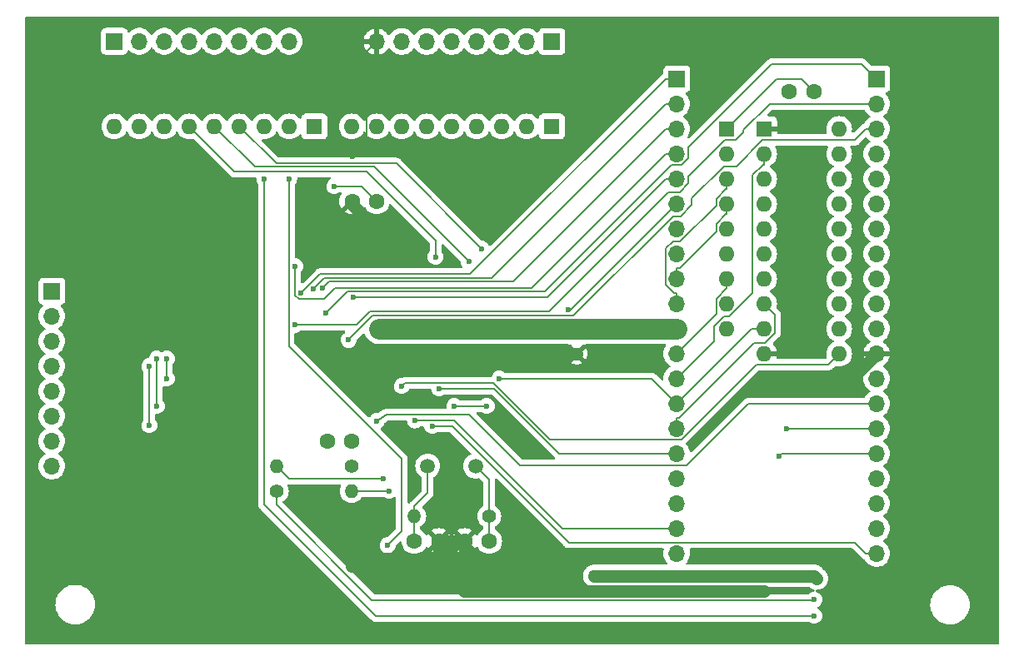
<source format=gbl>
G04 #@! TF.GenerationSoftware,KiCad,Pcbnew,(7.0.0)*
G04 #@! TF.CreationDate,2023-09-09T07:47:01+09:00*
G04 #@! TF.ProjectId,MEZ68HC11,4d455a36-3848-4433-9131-2e6b69636164,rev?*
G04 #@! TF.SameCoordinates,PX55d4a80PY9043270*
G04 #@! TF.FileFunction,Copper,L2,Bot*
G04 #@! TF.FilePolarity,Positive*
%FSLAX46Y46*%
G04 Gerber Fmt 4.6, Leading zero omitted, Abs format (unit mm)*
G04 Created by KiCad (PCBNEW (7.0.0)) date 2023-09-09 07:47:01*
%MOMM*%
%LPD*%
G01*
G04 APERTURE LIST*
G04 #@! TA.AperFunction,ComponentPad*
%ADD10R,1.600000X1.600000*%
G04 #@! TD*
G04 #@! TA.AperFunction,ComponentPad*
%ADD11O,1.600000X1.600000*%
G04 #@! TD*
G04 #@! TA.AperFunction,ComponentPad*
%ADD12R,1.700000X1.700000*%
G04 #@! TD*
G04 #@! TA.AperFunction,ComponentPad*
%ADD13O,1.700000X1.700000*%
G04 #@! TD*
G04 #@! TA.AperFunction,ComponentPad*
%ADD14C,1.600000*%
G04 #@! TD*
G04 #@! TA.AperFunction,ComponentPad*
%ADD15C,1.400000*%
G04 #@! TD*
G04 #@! TA.AperFunction,ComponentPad*
%ADD16O,1.400000X1.400000*%
G04 #@! TD*
G04 #@! TA.AperFunction,ComponentPad*
%ADD17C,1.500000*%
G04 #@! TD*
G04 #@! TA.AperFunction,ComponentPad*
%ADD18R,1.200000X1.200000*%
G04 #@! TD*
G04 #@! TA.AperFunction,ComponentPad*
%ADD19C,1.200000*%
G04 #@! TD*
G04 #@! TA.AperFunction,ViaPad*
%ADD20C,1.270000*%
G04 #@! TD*
G04 #@! TA.AperFunction,ViaPad*
%ADD21C,0.600000*%
G04 #@! TD*
G04 #@! TA.AperFunction,Conductor*
%ADD22C,0.152400*%
G04 #@! TD*
G04 #@! TA.AperFunction,Conductor*
%ADD23C,1.270000*%
G04 #@! TD*
G04 #@! TA.AperFunction,Conductor*
%ADD24C,2.100000*%
G04 #@! TD*
G04 APERTURE END LIST*
D10*
X53509999Y52463999D03*
D11*
X50969999Y52463999D03*
X48429999Y52463999D03*
X45889999Y52463999D03*
X43349999Y52463999D03*
X40809999Y52463999D03*
X38269999Y52463999D03*
X35729999Y52463999D03*
X33189999Y52463999D03*
D12*
X2709999Y35699999D03*
D13*
X2709999Y33159999D03*
X2709999Y30619999D03*
X2709999Y28079999D03*
X2709999Y25539999D03*
X2709999Y22999999D03*
X2709999Y20459999D03*
X2709999Y17919999D03*
D12*
X86529999Y57289999D03*
D13*
X86529999Y54749999D03*
X86529999Y52209999D03*
X86529999Y49669999D03*
X86529999Y47129999D03*
X86529999Y44589999D03*
X86529999Y42049999D03*
X86529999Y39509999D03*
X86529999Y36969999D03*
X86529999Y34429999D03*
X86529999Y31889999D03*
X86529999Y29349999D03*
X86529999Y26809999D03*
X86529999Y24269999D03*
X86529999Y21729999D03*
X86529999Y19189999D03*
X86529999Y16649999D03*
X86529999Y14109999D03*
X86529999Y11569999D03*
X86529999Y9029999D03*
D12*
X9059999Y61124999D03*
D13*
X11599999Y61124999D03*
X14139999Y61124999D03*
X16679999Y61124999D03*
X19219999Y61124999D03*
X21759999Y61124999D03*
X24299999Y61124999D03*
X26839999Y61124999D03*
D14*
X30690000Y20460000D03*
X33190000Y20460000D03*
D15*
X25570000Y15380000D03*
D16*
X33189999Y15379999D03*
D10*
X29379999Y52463999D03*
D11*
X26839999Y52463999D03*
X24299999Y52463999D03*
X21759999Y52463999D03*
X19219999Y52463999D03*
X16679999Y52463999D03*
X14139999Y52463999D03*
X11599999Y52463999D03*
X9059999Y52463999D03*
D17*
X40900000Y17920000D03*
X45780000Y17920000D03*
D12*
X66209999Y57289999D03*
D13*
X66209999Y54749999D03*
X66209999Y52209999D03*
X66209999Y49669999D03*
X66209999Y47129999D03*
X66209999Y44589999D03*
X66209999Y42049999D03*
X66209999Y39509999D03*
X66209999Y36969999D03*
X66209999Y34429999D03*
X66209999Y31889999D03*
X66209999Y29349999D03*
X66209999Y26809999D03*
X66209999Y24269999D03*
X66209999Y21729999D03*
X66209999Y19189999D03*
X66209999Y16649999D03*
X66209999Y14109999D03*
X66209999Y11569999D03*
X66209999Y9029999D03*
D12*
X53509999Y61099999D03*
D13*
X50969999Y61099999D03*
X48429999Y61099999D03*
X45889999Y61099999D03*
X43349999Y61099999D03*
X40809999Y61099999D03*
X38269999Y61099999D03*
X35729999Y61099999D03*
D14*
X47160000Y10300000D03*
X44660000Y10300000D03*
D10*
X75099999Y52204999D03*
D11*
X75099999Y49664999D03*
X75099999Y47124999D03*
X75099999Y44584999D03*
X75099999Y42044999D03*
X75099999Y39504999D03*
X75099999Y36964999D03*
X75099999Y34424999D03*
X75099999Y31884999D03*
X75099999Y29344999D03*
X82719999Y29344999D03*
X82719999Y31884999D03*
X82719999Y34424999D03*
X82719999Y36964999D03*
X82719999Y39504999D03*
X82719999Y42044999D03*
X82719999Y44584999D03*
X82719999Y47124999D03*
X82719999Y49664999D03*
X82719999Y52204999D03*
D14*
X80140000Y56020000D03*
X77640000Y56020000D03*
D18*
X56049999Y31349999D03*
D19*
X56050000Y29350000D03*
D15*
X33190000Y17920000D03*
D16*
X25569999Y17919999D03*
D15*
X47160000Y12840000D03*
D16*
X39539999Y12839999D03*
D14*
X39540000Y10300000D03*
X42040000Y10300000D03*
D10*
X71289999Y52209999D03*
D11*
X71289999Y49669999D03*
X71289999Y47129999D03*
X71289999Y44589999D03*
X71289999Y42049999D03*
X71289999Y39509999D03*
X71289999Y36969999D03*
X71289999Y34429999D03*
X71289999Y31889999D03*
D14*
X35730000Y44844000D03*
X33230000Y44844000D03*
D20*
X35984000Y31890000D03*
D21*
X31412000Y46368000D03*
X36365000Y16650000D03*
D20*
X57828000Y6744000D03*
X80434000Y6490000D03*
D21*
X27442000Y38244000D03*
D20*
X78402000Y26810000D03*
X33190000Y7760000D03*
X34460000Y39002000D03*
D21*
X33230000Y49416000D03*
D20*
X56050000Y5220000D03*
X75100000Y5220000D03*
X34460000Y29350000D03*
X75100000Y26810000D03*
D21*
X33311000Y35110000D03*
X39610000Y22559000D03*
X55155000Y33791000D03*
X41360000Y21983000D03*
X45073000Y38704000D03*
X76624000Y18936000D03*
X77386000Y21730000D03*
X46398000Y40018000D03*
X48176000Y26810000D03*
X32876000Y30760000D03*
X27381000Y32280000D03*
X30567000Y33484000D03*
X28028000Y35517000D03*
X29259000Y35940000D03*
X30169000Y36036000D03*
X80180000Y4331000D03*
X35730000Y22492000D03*
X41710000Y39198000D03*
X42080000Y25794000D03*
X43604000Y24016000D03*
X46906000Y24016000D03*
X36838000Y9873000D03*
X26834235Y47130000D03*
X24300000Y47130000D03*
X80180000Y2680000D03*
X38270000Y26048000D03*
X14394000Y28842000D03*
X14394000Y26810000D03*
X13378000Y24027500D03*
X13378000Y28842000D03*
X12616000Y22077000D03*
X12616000Y28080000D03*
X37000000Y15380000D03*
D22*
X26840000Y16650000D02*
X25570000Y17920000D01*
X71290000Y52210000D02*
X76370000Y57290000D01*
X34206000Y46368000D02*
X35730000Y44844000D01*
X31412000Y46368000D02*
X34206000Y46368000D01*
X76370000Y57290000D02*
X78870000Y57290000D01*
D23*
X57828000Y6744000D02*
X80180000Y6744000D01*
D22*
X36365000Y16650000D02*
X26840000Y16650000D01*
D24*
X66210000Y31890000D02*
X35984000Y31890000D01*
D23*
X80180000Y6744000D02*
X80434000Y6490000D01*
D22*
X78870000Y57290000D02*
X80140000Y56020000D01*
X66210000Y49670000D02*
X65087000Y49670000D01*
X51450000Y36034000D02*
X31492000Y36034000D01*
X27840000Y34895000D02*
X27442000Y35292000D01*
X31492000Y36034000D02*
X30353000Y34895000D01*
X65087000Y49670000D02*
X51450000Y36034000D01*
X30353000Y34895000D02*
X27840000Y34895000D01*
X27442000Y35292000D02*
X27442000Y38244000D01*
D23*
X78402000Y26810000D02*
X75100000Y26810000D01*
D22*
X34659000Y50845000D02*
X33230000Y49416000D01*
D23*
X33230000Y7800000D02*
X33190000Y7760000D01*
X86530000Y29350000D02*
X83990000Y26810000D01*
D22*
X34659000Y60028800D02*
X34659000Y50845000D01*
D23*
X44660000Y5260000D02*
X44660000Y10300000D01*
X44660000Y10300000D02*
X42040000Y10300000D01*
X44620000Y5220000D02*
X44660000Y5260000D01*
X42040000Y7800000D02*
X33230000Y7800000D01*
X75100000Y5220000D02*
X56050000Y5220000D01*
D22*
X35730000Y61100000D02*
X34659000Y60028800D01*
D23*
X42040000Y10300000D02*
X42040000Y7800000D01*
X83990000Y26810000D02*
X78402000Y26810000D01*
X33190000Y44590000D02*
X33230000Y44630000D01*
X33230000Y44630000D02*
X33230000Y44844000D01*
X56050000Y5220000D02*
X44620000Y5220000D01*
X34460000Y43320000D02*
X33190000Y44590000D01*
X34460000Y39002000D02*
X34460000Y43320000D01*
X56050000Y29350000D02*
X34460000Y29350000D01*
D22*
X53066000Y35110000D02*
X33311000Y35110000D01*
X66210000Y47130000D02*
X65087000Y47130000D01*
X65087000Y47130000D02*
X53066000Y35110000D01*
X39610000Y22559000D02*
X43570000Y22559000D01*
X54558000Y11570000D02*
X66210000Y11570000D01*
X43570000Y22559000D02*
X54558000Y11570000D01*
X55411000Y33791000D02*
X55155000Y33791000D01*
X66210000Y44590000D02*
X55411000Y33791000D01*
X85407000Y9030000D02*
X84284000Y10153000D01*
X86530000Y9030000D02*
X85407000Y9030000D01*
X84284000Y10153000D02*
X55236000Y10153000D01*
X43406000Y21983000D02*
X41360000Y21983000D01*
X55236000Y10153000D02*
X43406000Y21983000D01*
X76878000Y19190000D02*
X86530000Y19190000D01*
X45073000Y38704000D02*
X36188527Y47588527D01*
X35426527Y48350527D02*
X36188527Y47588527D01*
X76624000Y18936000D02*
X76878000Y19190000D01*
X19220000Y52464000D02*
X23333473Y48350527D01*
X23333473Y48350527D02*
X35426527Y48350527D01*
X21760000Y52464000D02*
X25526073Y48697927D01*
X37718073Y48697927D02*
X46398000Y40018000D01*
X77386000Y21730000D02*
X86530000Y21730000D01*
X25526073Y48697927D02*
X37718073Y48697927D01*
X63670000Y26810000D02*
X66210000Y24270000D01*
X56558000Y26810000D02*
X48176000Y26810000D01*
X73825000Y31885000D02*
X75100000Y31885000D01*
X66210000Y24270000D02*
X73825000Y31885000D01*
X56558000Y26810000D02*
X63670000Y26810000D01*
X74051000Y30416000D02*
X75146000Y30416000D01*
X66210000Y21730000D02*
X66210000Y22853000D01*
X76171000Y33354000D02*
X75100000Y34425000D01*
X76171000Y31441000D02*
X76171000Y33354000D01*
X66210000Y22853000D02*
X66489000Y22853000D01*
X66489000Y22853000D02*
X74051000Y30416000D01*
X75146000Y30416000D02*
X76171000Y31441000D01*
X70217000Y33357000D02*
X70217000Y34958000D01*
X70217000Y34958000D02*
X71290000Y36031000D01*
X71290000Y36031000D02*
X71290000Y36970000D01*
X66210000Y29350000D02*
X70217000Y33357000D01*
X74945000Y51087000D02*
X72258000Y48400000D01*
X72258000Y48400000D02*
X70988000Y48400000D01*
X86530000Y52210000D02*
X85407000Y52210000D01*
X35330000Y33213000D02*
X32876000Y30760000D01*
X70988000Y48400000D02*
X67742000Y45154000D01*
X85407000Y52210000D02*
X84284000Y51087000D01*
X67742000Y45154000D02*
X67742000Y44466000D01*
X66596000Y43320000D02*
X65844000Y43320000D01*
X67742000Y44466000D02*
X66596000Y43320000D01*
X84284000Y51087000D02*
X74945000Y51087000D01*
X55737000Y33213000D02*
X35330000Y33213000D01*
X65844000Y43320000D02*
X55737000Y33213000D01*
X67421000Y47396000D02*
X67421000Y46716000D01*
X71088000Y51063000D02*
X67421000Y47396000D01*
X75644000Y54750000D02*
X72997000Y52103100D01*
X86530000Y54750000D02*
X75644000Y54750000D01*
X33669000Y32280000D02*
X27381000Y32280000D01*
X65371000Y45797000D02*
X53229000Y33655000D01*
X67421000Y46716000D02*
X66501000Y45797000D01*
X72174000Y51063000D02*
X71088000Y51063000D01*
X72997000Y51885200D02*
X72174000Y51063000D01*
X53229000Y33655000D02*
X35044000Y33655000D01*
X35044000Y33655000D02*
X33669000Y32280000D01*
X66501000Y45797000D02*
X65371000Y45797000D01*
X72997000Y52103100D02*
X72997000Y51885200D01*
X67404000Y50340000D02*
X67404000Y49269000D01*
X85006000Y58814000D02*
X75878000Y58814000D01*
X52796000Y35683000D02*
X32766000Y35683000D01*
X66672000Y48538000D02*
X65651000Y48538000D01*
X32766000Y35683000D02*
X30567000Y33484000D01*
X67404000Y49269000D02*
X66672000Y48538000D01*
X86530000Y57290000D02*
X85006000Y58814000D01*
X75878000Y58814000D02*
X67404000Y50340000D01*
X65651000Y48538000D02*
X52796000Y35683000D01*
X28028000Y35519000D02*
X28028000Y35517000D01*
X29938000Y37429000D02*
X28028000Y35519000D01*
X65087000Y57290000D02*
X45226000Y37429000D01*
X66210000Y57290000D02*
X65087000Y57290000D01*
X45226000Y37429000D02*
X29938000Y37429000D01*
X66491000Y38093000D02*
X66210000Y38093000D01*
X71290000Y44590000D02*
X71290000Y43517000D01*
X70217000Y42578000D02*
X70217000Y41819000D01*
X66210000Y38093000D02*
X66210000Y36970000D01*
X71156000Y43517000D02*
X70217000Y42578000D01*
X70217000Y41819000D02*
X66491000Y38093000D01*
X71290000Y43517000D02*
X71156000Y43517000D01*
X66563000Y40780000D02*
X65816000Y40780000D01*
X71290000Y47130000D02*
X71290000Y46057000D01*
X65929000Y35553000D02*
X66210000Y35553000D01*
X70217000Y44434000D02*
X66563000Y40780000D01*
X65081000Y36401000D02*
X65929000Y35553000D01*
X65816000Y40780000D02*
X65081000Y40045000D01*
X66210000Y35553000D02*
X66210000Y34430000D01*
X71290000Y46057000D02*
X71156000Y46057000D01*
X71156000Y46057000D02*
X70217000Y45118000D01*
X65081000Y40045000D02*
X65081000Y36401000D01*
X70217000Y45118000D02*
X70217000Y44434000D01*
X66210000Y26810000D02*
X70020000Y30620000D01*
X71547000Y33160000D02*
X73882000Y35495000D01*
X73882000Y47508000D02*
X74966000Y48592000D01*
X75100000Y48592000D02*
X75100000Y49665000D01*
X71042000Y33160000D02*
X71547000Y33160000D01*
X74966000Y48592000D02*
X75100000Y48592000D01*
X70020000Y30620000D02*
X70020000Y32138000D01*
X70020000Y32138000D02*
X71042000Y33160000D01*
X73882000Y35495000D02*
X73882000Y47508000D01*
X66210000Y54750000D02*
X65087000Y54750000D01*
X47417000Y37080000D02*
X30399000Y37080000D01*
X65087000Y54750000D02*
X47417000Y37080000D01*
X30399000Y37080000D02*
X29259000Y35940000D01*
X65087000Y52210000D02*
X49607000Y36730000D01*
X30864000Y36730000D02*
X30169000Y36036000D01*
X66210000Y52210000D02*
X65087000Y52210000D01*
X49607000Y36730000D02*
X30864000Y36730000D01*
X25570000Y13983000D02*
X25570000Y15380000D01*
X80180000Y4331000D02*
X80162800Y4313800D01*
X35239200Y4313800D02*
X25570000Y13983000D01*
X80162800Y4313800D02*
X35239200Y4313800D01*
X67226000Y17997000D02*
X73499000Y24270000D01*
X50299000Y17997000D02*
X67226000Y17997000D01*
X73499000Y24270000D02*
X86530000Y24270000D01*
X35730000Y22492000D02*
X36737000Y23150000D01*
X36737000Y23150000D02*
X45145000Y23150000D01*
X45145000Y23150000D02*
X50299000Y17997000D01*
X41710000Y40849000D02*
X41710000Y39198000D01*
X16680000Y52464000D02*
X21252000Y47892000D01*
X21252000Y47892000D02*
X34666864Y47892000D01*
X47668000Y25794000D02*
X54272000Y19190000D01*
X35452432Y47106432D02*
X41710000Y40849000D01*
X42080000Y25794000D02*
X47668000Y25794000D01*
X34666864Y47892000D02*
X35452432Y47106432D01*
X54272000Y19190000D02*
X66210000Y19190000D01*
X47160000Y16540000D02*
X47160000Y12840000D01*
X47160000Y12840000D02*
X47160000Y10300000D01*
X45780000Y17920000D02*
X47160000Y16540000D01*
X39540000Y12840000D02*
X39540000Y10300000D01*
X40900000Y15173000D02*
X40900000Y17920000D01*
X39540000Y12840000D02*
X39540000Y13813000D01*
X43604000Y24016000D02*
X46906000Y24016000D01*
X39540000Y13813000D02*
X40900000Y15173000D01*
X38270000Y18682000D02*
X38270000Y11305000D01*
X38270000Y11305000D02*
X36838000Y9873000D01*
X26786000Y30129000D02*
X35439000Y21476000D01*
X35439000Y21476000D02*
X35476000Y21476000D01*
X35476000Y21476000D02*
X38270000Y18682000D01*
X26834235Y47130000D02*
X26786000Y30129000D01*
X24300000Y13983000D02*
X24300000Y47130000D01*
X35603000Y2680000D02*
X24300000Y13983000D01*
X80180000Y2680000D02*
X35603000Y2680000D01*
X38587200Y26365200D02*
X47604800Y26365200D01*
X82720000Y29345000D02*
X81631730Y28256730D01*
X38270000Y26048000D02*
X38587200Y26365200D01*
X81631730Y28256730D02*
X74322347Y28256730D01*
X66674417Y20608800D02*
X65448000Y20608800D01*
X53361200Y20608800D02*
X65448000Y20608800D01*
X74322347Y28256730D02*
X66674417Y20608800D01*
X47604800Y26365200D02*
X53361200Y20608800D01*
X14394000Y28842000D02*
X14394000Y26810000D01*
X13378000Y28842000D02*
X13378000Y24027500D01*
X12616000Y28080000D02*
X12616000Y22077000D01*
X33190000Y15380000D02*
X37000000Y15380000D01*
G04 #@! TA.AperFunction,Conductor*
G36*
X38742802Y22550930D02*
G01*
X38787315Y22511152D01*
X38808081Y22455184D01*
X38816002Y22384877D01*
X38816003Y22384870D01*
X38816783Y22377953D01*
X38819082Y22371382D01*
X38819083Y22371379D01*
X38868070Y22231381D01*
X38876957Y22205985D01*
X38880658Y22200095D01*
X38880659Y22200093D01*
X38953654Y22083923D01*
X38973889Y22051719D01*
X39102719Y21922889D01*
X39256985Y21825957D01*
X39428953Y21765783D01*
X39435876Y21765003D01*
X39537586Y21753543D01*
X39610000Y21745384D01*
X39791047Y21765783D01*
X39963015Y21825957D01*
X40117281Y21922889D01*
X40132373Y21937982D01*
X40172601Y21964861D01*
X40220054Y21974300D01*
X40436551Y21974300D01*
X40494492Y21959930D01*
X40539004Y21920152D01*
X40559771Y21864184D01*
X40566002Y21808877D01*
X40566003Y21808870D01*
X40566783Y21801953D01*
X40569082Y21795382D01*
X40569083Y21795379D01*
X40614170Y21666526D01*
X40626957Y21629985D01*
X40630658Y21624095D01*
X40630659Y21624093D01*
X40701876Y21510752D01*
X40723889Y21475719D01*
X40852719Y21346889D01*
X41006985Y21249957D01*
X41178953Y21189783D01*
X41360000Y21169384D01*
X41541047Y21189783D01*
X41713015Y21249957D01*
X41867281Y21346889D01*
X41882372Y21361981D01*
X41922601Y21388861D01*
X41970054Y21398300D01*
X43112448Y21398300D01*
X43159901Y21388861D01*
X43200129Y21361981D01*
X45295718Y19266391D01*
X45326298Y19215998D01*
X45330153Y19157178D01*
X45306413Y19103224D01*
X45260443Y19066328D01*
X45153246Y19016341D01*
X45153240Y19016339D01*
X45148347Y19014056D01*
X45143924Y19010960D01*
X45143917Y19010955D01*
X44972396Y18890855D01*
X44972386Y18890848D01*
X44967962Y18887749D01*
X44964136Y18883924D01*
X44964130Y18883918D01*
X44816082Y18735870D01*
X44816076Y18735864D01*
X44812251Y18732038D01*
X44809152Y18727614D01*
X44809145Y18727604D01*
X44689045Y18556083D01*
X44689040Y18556076D01*
X44685944Y18551653D01*
X44683663Y18546762D01*
X44683657Y18546751D01*
X44595167Y18356983D01*
X44595162Y18356972D01*
X44592880Y18352076D01*
X44591480Y18346854D01*
X44591479Y18346849D01*
X44537286Y18144604D01*
X44537283Y18144591D01*
X44535885Y18139371D01*
X44535413Y18133982D01*
X44535412Y18133973D01*
X44522246Y17983474D01*
X44516693Y17920000D01*
X44517165Y17914605D01*
X44535412Y17706028D01*
X44535413Y17706021D01*
X44535885Y17700629D01*
X44537284Y17695408D01*
X44537286Y17695397D01*
X44591480Y17493146D01*
X44591482Y17493139D01*
X44592880Y17487924D01*
X44595164Y17483024D01*
X44595166Y17483021D01*
X44652704Y17359629D01*
X44685944Y17288346D01*
X44689051Y17283909D01*
X44809145Y17112397D01*
X44809148Y17112393D01*
X44812251Y17107962D01*
X44967962Y16952251D01*
X44972394Y16949148D01*
X44972396Y16949146D01*
X45018171Y16917094D01*
X45148346Y16825944D01*
X45347924Y16732880D01*
X45353144Y16731482D01*
X45353145Y16731481D01*
X45555396Y16677287D01*
X45555398Y16677287D01*
X45560629Y16675885D01*
X45780000Y16656693D01*
X45999371Y16675885D01*
X46086258Y16699167D01*
X46150447Y16699168D01*
X46206035Y16667074D01*
X46538981Y16334128D01*
X46565861Y16293900D01*
X46575300Y16246447D01*
X46575300Y13970444D01*
X46561289Y13913187D01*
X46522423Y13868870D01*
X46503008Y13855275D01*
X46384659Y13772407D01*
X46384654Y13772404D01*
X46380224Y13769301D01*
X46376400Y13765478D01*
X46376394Y13765472D01*
X46234528Y13623606D01*
X46234522Y13623600D01*
X46230699Y13619776D01*
X46227596Y13615346D01*
X46227593Y13615341D01*
X46112519Y13450998D01*
X46112514Y13450991D01*
X46109411Y13446558D01*
X46107123Y13441652D01*
X46107121Y13441648D01*
X46022331Y13259817D01*
X46022326Y13259806D01*
X46020044Y13254910D01*
X45965314Y13050655D01*
X45964842Y13045266D01*
X45964841Y13045257D01*
X45956425Y12949055D01*
X45946884Y12840000D01*
X45947356Y12834605D01*
X45964841Y12634744D01*
X45964842Y12634737D01*
X45965314Y12629345D01*
X46020044Y12425090D01*
X46022328Y12420191D01*
X46022331Y12420184D01*
X46102721Y12247788D01*
X46109411Y12233442D01*
X46112518Y12229005D01*
X46112519Y12229003D01*
X46164546Y12154700D01*
X46230699Y12060224D01*
X46380224Y11910699D01*
X46522423Y11811131D01*
X46561289Y11766813D01*
X46575300Y11709556D01*
X46575300Y11550117D01*
X46555898Y11483520D01*
X46511612Y11444651D01*
X46512844Y11442517D01*
X46508151Y11439808D01*
X46503251Y11437523D01*
X46498828Y11434427D01*
X46498821Y11434422D01*
X46320134Y11309304D01*
X46320124Y11309297D01*
X46315700Y11306198D01*
X46311874Y11302373D01*
X46311868Y11302367D01*
X46157633Y11148132D01*
X46157627Y11148126D01*
X46153802Y11144300D01*
X46150703Y11139876D01*
X46150696Y11139866D01*
X46025584Y10961187D01*
X46025581Y10961183D01*
X46022477Y10956749D01*
X46020190Y10951846D01*
X46020189Y10951843D01*
X46019460Y10950281D01*
X46017691Y10946487D01*
X45971935Y10894313D01*
X45905310Y10874894D01*
X45838685Y10894314D01*
X45795765Y10943255D01*
X45795129Y10942887D01*
X45793281Y10946087D01*
X45792928Y10946490D01*
X45792420Y10947578D01*
X45787025Y10956923D01*
X45746814Y11014350D01*
X45738703Y11021783D01*
X45729424Y11015872D01*
X45025095Y10311543D01*
X45018431Y10300000D01*
X45025095Y10288458D01*
X45729421Y9584133D01*
X45738703Y9578220D01*
X45746814Y9585652D01*
X45787026Y9643080D01*
X45792418Y9652419D01*
X45792925Y9653504D01*
X45793278Y9653907D01*
X45795130Y9657114D01*
X45795767Y9656746D01*
X45838681Y9705684D01*
X45905308Y9725107D01*
X45971936Y9705687D01*
X46017693Y9653510D01*
X46022477Y9643251D01*
X46025584Y9638814D01*
X46150696Y9460135D01*
X46150699Y9460131D01*
X46153802Y9455700D01*
X46315700Y9293802D01*
X46503251Y9162477D01*
X46710757Y9065716D01*
X46715977Y9064318D01*
X46715978Y9064317D01*
X46926680Y9007859D01*
X46926682Y9007859D01*
X46931913Y9006457D01*
X47160000Y8986502D01*
X47388087Y9006457D01*
X47609243Y9065716D01*
X47816749Y9162477D01*
X48004300Y9293802D01*
X48166198Y9455700D01*
X48297523Y9643251D01*
X48394284Y9850757D01*
X48453543Y10071913D01*
X48473498Y10300000D01*
X48453543Y10528087D01*
X48450526Y10539345D01*
X48395683Y10744022D01*
X48395682Y10744023D01*
X48394284Y10749243D01*
X48297523Y10956749D01*
X48166198Y11144300D01*
X48004300Y11306198D01*
X47999869Y11309301D01*
X47999865Y11309304D01*
X47821178Y11434422D01*
X47821176Y11434424D01*
X47816749Y11437523D01*
X47811847Y11439809D01*
X47807156Y11442517D01*
X47808387Y11444651D01*
X47764102Y11483520D01*
X47744700Y11550117D01*
X47744700Y11709556D01*
X47758711Y11766813D01*
X47797576Y11811131D01*
X47939776Y11910699D01*
X48089301Y12060224D01*
X48210589Y12233442D01*
X48299956Y12425090D01*
X48354686Y12629345D01*
X48373116Y12840000D01*
X48354686Y13050655D01*
X48299956Y13254910D01*
X48291645Y13272732D01*
X48277947Y13302107D01*
X48210589Y13446558D01*
X48089301Y13619776D01*
X47939776Y13769301D01*
X47797576Y13868870D01*
X47758711Y13913187D01*
X47744700Y13970444D01*
X47744700Y16493546D01*
X47745761Y16509729D01*
X47747917Y16526109D01*
X47748611Y16531381D01*
X47775696Y16593860D01*
X47831690Y16632616D01*
X47899707Y16635958D01*
X47959231Y16602878D01*
X54789708Y9772401D01*
X54800398Y9760213D01*
X54818987Y9735987D01*
X54849651Y9712458D01*
X54941127Y9642266D01*
X55000042Y9617863D01*
X55083363Y9583350D01*
X55197679Y9568300D01*
X55197681Y9568300D01*
X55236000Y9563255D01*
X55266262Y9567240D01*
X55282446Y9568300D01*
X64785619Y9568300D01*
X64840079Y9555700D01*
X64883472Y9520462D01*
X64906980Y9469747D01*
X64905825Y9413860D01*
X64866695Y9259343D01*
X64866693Y9259334D01*
X64865436Y9254368D01*
X64865012Y9249259D01*
X64865011Y9249249D01*
X64849279Y9059384D01*
X64846844Y9030000D01*
X64847268Y9024883D01*
X64865011Y8810752D01*
X64865012Y8810744D01*
X64865436Y8805632D01*
X64866693Y8800665D01*
X64866695Y8800658D01*
X64914220Y8612987D01*
X64920704Y8587384D01*
X64922764Y8582688D01*
X65009080Y8385904D01*
X65009083Y8385899D01*
X65011140Y8381209D01*
X65070505Y8290344D01*
X65131474Y8197023D01*
X65131477Y8197019D01*
X65134278Y8192732D01*
X65137752Y8188959D01*
X65137753Y8188957D01*
X65223803Y8095483D01*
X65251707Y8045898D01*
X65254529Y7989071D01*
X65231673Y7936966D01*
X65187954Y7900554D01*
X65132574Y7887500D01*
X57933961Y7887500D01*
X57722039Y7887500D01*
X57716418Y7886450D01*
X57716404Y7886448D01*
X57675478Y7878797D01*
X57664137Y7877215D01*
X57622688Y7873374D01*
X57622685Y7873374D01*
X57616982Y7872845D01*
X57611473Y7871278D01*
X57611464Y7871276D01*
X57571422Y7859884D01*
X57560279Y7857263D01*
X57519361Y7849614D01*
X57519354Y7849613D01*
X57513726Y7848560D01*
X57508384Y7846491D01*
X57508375Y7846488D01*
X57469554Y7831449D01*
X57458698Y7827810D01*
X57418662Y7816419D01*
X57418655Y7816417D01*
X57413150Y7814850D01*
X57408024Y7812299D01*
X57408017Y7812295D01*
X57370752Y7793739D01*
X57360277Y7789114D01*
X57321461Y7774077D01*
X57321452Y7774073D01*
X57316115Y7772005D01*
X57311247Y7768992D01*
X57311241Y7768988D01*
X57275849Y7747074D01*
X57265846Y7741503D01*
X57228582Y7722948D01*
X57228569Y7722941D01*
X57223446Y7720389D01*
X57218877Y7716940D01*
X57218866Y7716932D01*
X57185643Y7691843D01*
X57176197Y7685372D01*
X57140806Y7663459D01*
X57140799Y7663454D01*
X57135935Y7660442D01*
X57131705Y7656587D01*
X57131697Y7656580D01*
X57100931Y7628534D01*
X57092124Y7621221D01*
X57058909Y7596137D01*
X57058901Y7596131D01*
X57054329Y7592677D01*
X57050474Y7588449D01*
X57050468Y7588443D01*
X57022418Y7557674D01*
X57014326Y7549582D01*
X56983557Y7521532D01*
X56983551Y7521526D01*
X56979323Y7517671D01*
X56975869Y7513099D01*
X56975863Y7513091D01*
X56950779Y7479876D01*
X56943466Y7471069D01*
X56915420Y7440303D01*
X56915413Y7440295D01*
X56911558Y7436065D01*
X56908546Y7431201D01*
X56908541Y7431194D01*
X56886628Y7395803D01*
X56880157Y7386357D01*
X56855068Y7353134D01*
X56855060Y7353123D01*
X56851611Y7348554D01*
X56849059Y7343431D01*
X56849052Y7343418D01*
X56830497Y7306154D01*
X56824926Y7296151D01*
X56803012Y7260759D01*
X56803008Y7260753D01*
X56799995Y7255885D01*
X56797927Y7250548D01*
X56797923Y7250539D01*
X56782886Y7211723D01*
X56778261Y7201248D01*
X56759705Y7163983D01*
X56759701Y7163976D01*
X56757150Y7158850D01*
X56755583Y7153345D01*
X56755581Y7153338D01*
X56744190Y7113302D01*
X56740551Y7102446D01*
X56725512Y7063625D01*
X56725509Y7063616D01*
X56723440Y7058274D01*
X56722387Y7052646D01*
X56722386Y7052639D01*
X56714737Y7011721D01*
X56712116Y7000578D01*
X56700724Y6960536D01*
X56700722Y6960527D01*
X56699155Y6955018D01*
X56698626Y6949315D01*
X56698626Y6949312D01*
X56694785Y6907863D01*
X56693203Y6896522D01*
X56685552Y6855596D01*
X56685550Y6855582D01*
X56684500Y6849961D01*
X56684500Y6844230D01*
X56684500Y6802600D01*
X56683971Y6791160D01*
X56679601Y6744000D01*
X56680130Y6738291D01*
X56683971Y6696841D01*
X56684500Y6685400D01*
X56684500Y6638039D01*
X56685551Y6632416D01*
X56685552Y6632407D01*
X56693203Y6591479D01*
X56694785Y6580137D01*
X56699155Y6532982D01*
X56700721Y6527477D01*
X56700723Y6527468D01*
X56712113Y6487435D01*
X56714734Y6476290D01*
X56722385Y6435364D01*
X56722388Y6435354D01*
X56723440Y6429726D01*
X56725507Y6424391D01*
X56725508Y6424387D01*
X56740553Y6385552D01*
X56744192Y6374693D01*
X56754896Y6337070D01*
X56757150Y6329150D01*
X56778267Y6286741D01*
X56782879Y6276296D01*
X56799995Y6232115D01*
X56818350Y6202470D01*
X56824930Y6191844D01*
X56830502Y6181839D01*
X56851611Y6139446D01*
X56855061Y6134877D01*
X56855062Y6134876D01*
X56880153Y6101650D01*
X56886624Y6092203D01*
X56908537Y6056812D01*
X56908544Y6056803D01*
X56911558Y6051935D01*
X56915417Y6047702D01*
X56915423Y6047694D01*
X56943469Y6016928D01*
X56950782Y6008121D01*
X56975867Y5974905D01*
X56979323Y5970329D01*
X57014337Y5938409D01*
X57022407Y5930339D01*
X57054329Y5895323D01*
X57058899Y5891872D01*
X57058900Y5891871D01*
X57092126Y5866780D01*
X57100932Y5859467D01*
X57135935Y5827558D01*
X57176210Y5802621D01*
X57185640Y5796162D01*
X57223446Y5767611D01*
X57254199Y5752298D01*
X57265846Y5746499D01*
X57275827Y5740941D01*
X57316115Y5715995D01*
X57321465Y5713923D01*
X57321466Y5713922D01*
X57360277Y5698887D01*
X57370756Y5694260D01*
X57413150Y5673150D01*
X57449729Y5662743D01*
X57458702Y5660190D01*
X57469564Y5656549D01*
X57508377Y5641512D01*
X57508379Y5641512D01*
X57513726Y5639440D01*
X57519359Y5638387D01*
X57519363Y5638386D01*
X57560285Y5630737D01*
X57571436Y5628115D01*
X57616982Y5615155D01*
X57664142Y5610786D01*
X57675479Y5609205D01*
X57722039Y5600500D01*
X57775132Y5600500D01*
X57933961Y5600500D01*
X79665575Y5600500D01*
X79704981Y5594072D01*
X79739242Y5576013D01*
X79741935Y5573558D01*
X79746808Y5570541D01*
X79746809Y5570540D01*
X79757226Y5564090D01*
X79771161Y5554064D01*
X79784998Y5542574D01*
X79851995Y5505258D01*
X79856896Y5502377D01*
X79922115Y5461995D01*
X79927455Y5459927D01*
X79927458Y5459925D01*
X79933435Y5457610D01*
X79938883Y5455500D01*
X79954436Y5448198D01*
X79965121Y5442246D01*
X79965126Y5442244D01*
X79970138Y5439452D01*
X79975576Y5437630D01*
X79975577Y5437629D01*
X80042837Y5415086D01*
X80048225Y5413140D01*
X80102960Y5391935D01*
X80119726Y5385440D01*
X80125369Y5384386D01*
X80125370Y5384385D01*
X80131435Y5383251D01*
X80193512Y5351779D01*
X80228855Y5291821D01*
X80226330Y5222268D01*
X80186733Y5165031D01*
X80122538Y5138142D01*
X80005876Y5124998D01*
X80005867Y5124997D01*
X79998953Y5124217D01*
X79992383Y5121919D01*
X79992378Y5121917D01*
X79833553Y5066342D01*
X79833547Y5066340D01*
X79826985Y5064043D01*
X79821097Y5060344D01*
X79821092Y5060341D01*
X79678619Y4970819D01*
X79678614Y4970816D01*
X79672719Y4967111D01*
X79667794Y4962187D01*
X79667790Y4962183D01*
X79640427Y4934819D01*
X79600199Y4907939D01*
X79552746Y4898500D01*
X35532753Y4898500D01*
X35485300Y4907939D01*
X35445072Y4934819D01*
X30847910Y9531981D01*
X26206896Y14172994D01*
X26178056Y14218264D01*
X26171050Y14271482D01*
X26187191Y14322674D01*
X26223453Y14362248D01*
X26349776Y14450699D01*
X26499301Y14600224D01*
X26620589Y14773442D01*
X26709956Y14965090D01*
X26764686Y15169345D01*
X26783116Y15380000D01*
X26764686Y15590655D01*
X26709956Y15794910D01*
X26701645Y15812732D01*
X26665146Y15891005D01*
X26654125Y15955565D01*
X26677530Y16016734D01*
X26728831Y16057448D01*
X26785494Y16065221D01*
X26785494Y16066361D01*
X26785495Y16066361D01*
X26791117Y16065993D01*
X26793714Y16066349D01*
X26801679Y16065300D01*
X26801681Y16065300D01*
X26840000Y16060255D01*
X26848059Y16061316D01*
X26870262Y16064239D01*
X26886447Y16065300D01*
X31981488Y16065300D01*
X32041131Y16050014D01*
X32086069Y16007925D01*
X32105223Y15949410D01*
X32093870Y15888895D01*
X32052331Y15799817D01*
X32052326Y15799806D01*
X32050044Y15794910D01*
X31995314Y15590655D01*
X31994842Y15585266D01*
X31994841Y15585257D01*
X31986425Y15489055D01*
X31976884Y15380000D01*
X31977356Y15374605D01*
X31994841Y15174744D01*
X31994842Y15174737D01*
X31995314Y15169345D01*
X31996716Y15164113D01*
X32047254Y14975500D01*
X32050044Y14965090D01*
X32052328Y14960191D01*
X32052331Y14960184D01*
X32111133Y14834084D01*
X32139411Y14773442D01*
X32142518Y14769005D01*
X32142519Y14769003D01*
X32194767Y14694385D01*
X32260699Y14600224D01*
X32410224Y14450699D01*
X32583442Y14329411D01*
X32775090Y14240044D01*
X32979345Y14185314D01*
X33190000Y14166884D01*
X33400655Y14185314D01*
X33604910Y14240044D01*
X33796558Y14329411D01*
X33969776Y14450699D01*
X34119301Y14600224D01*
X34218869Y14742424D01*
X34263187Y14781289D01*
X34320444Y14795300D01*
X36389946Y14795300D01*
X36437399Y14785861D01*
X36477627Y14758981D01*
X36492719Y14743889D01*
X36646985Y14646957D01*
X36818953Y14586783D01*
X37000000Y14566384D01*
X37181047Y14586783D01*
X37353015Y14646957D01*
X37489089Y14732458D01*
X37495328Y14736378D01*
X37557822Y14755335D01*
X37621281Y14739912D01*
X37668103Y14694385D01*
X37685300Y14631384D01*
X37685300Y11598553D01*
X37675861Y11551100D01*
X37648981Y11510872D01*
X36853720Y10715612D01*
X36819841Y10691573D01*
X36779923Y10680073D01*
X36663876Y10666998D01*
X36663867Y10666997D01*
X36656953Y10666217D01*
X36650383Y10663919D01*
X36650378Y10663917D01*
X36491553Y10608342D01*
X36491547Y10608340D01*
X36484985Y10606043D01*
X36479097Y10602344D01*
X36479092Y10602341D01*
X36336619Y10512819D01*
X36336614Y10512816D01*
X36330719Y10509111D01*
X36325794Y10504187D01*
X36325790Y10504183D01*
X36206817Y10385210D01*
X36206813Y10385206D01*
X36201889Y10380281D01*
X36198184Y10374386D01*
X36198181Y10374381D01*
X36108659Y10231908D01*
X36108656Y10231903D01*
X36104957Y10226015D01*
X36102660Y10219453D01*
X36102658Y10219447D01*
X36047083Y10060622D01*
X36047081Y10060617D01*
X36044783Y10054047D01*
X36044003Y10047133D01*
X36044002Y10047124D01*
X36030652Y9928630D01*
X36024384Y9873000D01*
X36025164Y9866077D01*
X36044002Y9698877D01*
X36044003Y9698870D01*
X36044783Y9691953D01*
X36047082Y9685382D01*
X36047083Y9685379D01*
X36092459Y9555700D01*
X36104957Y9519985D01*
X36108658Y9514095D01*
X36108659Y9514093D01*
X36134721Y9472616D01*
X36201889Y9365719D01*
X36330719Y9236889D01*
X36484985Y9139957D01*
X36656953Y9079783D01*
X36838000Y9059384D01*
X37019047Y9079783D01*
X37191015Y9139957D01*
X37345281Y9236889D01*
X37474111Y9365719D01*
X37571043Y9519985D01*
X37631217Y9691953D01*
X37645072Y9814925D01*
X37656572Y9854842D01*
X37680611Y9888722D01*
X37852511Y10060622D01*
X38027642Y10235753D01*
X38088481Y10269131D01*
X38157730Y10264592D01*
X38213695Y10223557D01*
X38238848Y10158878D01*
X38245984Y10077312D01*
X38245985Y10077305D01*
X38246457Y10071913D01*
X38247856Y10066692D01*
X38247858Y10066681D01*
X38304316Y9855979D01*
X38304318Y9855972D01*
X38305716Y9850757D01*
X38308000Y9845857D01*
X38308002Y9845854D01*
X38397508Y9653907D01*
X38402477Y9643251D01*
X38405584Y9638814D01*
X38530696Y9460135D01*
X38530699Y9460131D01*
X38533802Y9455700D01*
X38695700Y9293802D01*
X38883251Y9162477D01*
X39090757Y9065716D01*
X39095977Y9064318D01*
X39095978Y9064317D01*
X39306680Y9007859D01*
X39306682Y9007859D01*
X39311913Y9006457D01*
X39540000Y8986502D01*
X39768087Y9006457D01*
X39989243Y9065716D01*
X40196749Y9162477D01*
X40280752Y9221297D01*
X41318217Y9221297D01*
X41325650Y9213186D01*
X41383077Y9172975D01*
X41392427Y9167577D01*
X41588768Y9076021D01*
X41598902Y9072333D01*
X41808162Y9016261D01*
X41818793Y9014387D01*
X42034605Y8995506D01*
X42045395Y8995506D01*
X42261206Y9014387D01*
X42271837Y9016261D01*
X42481097Y9072333D01*
X42491231Y9076021D01*
X42687575Y9167578D01*
X42696920Y9172974D01*
X42754348Y9213186D01*
X42761780Y9221297D01*
X43938217Y9221297D01*
X43945650Y9213186D01*
X44003077Y9172975D01*
X44012427Y9167577D01*
X44208768Y9076021D01*
X44218902Y9072333D01*
X44428162Y9016261D01*
X44438793Y9014387D01*
X44654605Y8995506D01*
X44665395Y8995506D01*
X44881206Y9014387D01*
X44891837Y9016261D01*
X45101097Y9072333D01*
X45111231Y9076021D01*
X45307575Y9167578D01*
X45316920Y9172974D01*
X45374348Y9213186D01*
X45381780Y9221297D01*
X45375867Y9230579D01*
X44671542Y9934905D01*
X44660000Y9941569D01*
X44648457Y9934905D01*
X43944128Y9230576D01*
X43938217Y9221297D01*
X42761780Y9221297D01*
X42755867Y9230579D01*
X42051542Y9934905D01*
X42040000Y9941569D01*
X42028457Y9934905D01*
X41324128Y9230576D01*
X41318217Y9221297D01*
X40280752Y9221297D01*
X40384300Y9293802D01*
X40546198Y9455700D01*
X40677523Y9643251D01*
X40682304Y9653506D01*
X40728053Y9705681D01*
X40794677Y9725107D01*
X40861305Y9705693D01*
X40904236Y9656747D01*
X40904871Y9657113D01*
X40906713Y9653923D01*
X40907067Y9653519D01*
X40907575Y9652429D01*
X40912974Y9643078D01*
X40953184Y9585652D01*
X40961295Y9578219D01*
X40970574Y9584130D01*
X41674903Y10288458D01*
X41681566Y10300000D01*
X42398431Y10300000D01*
X42405095Y10288458D01*
X43109421Y9584133D01*
X43118703Y9578220D01*
X43126814Y9585652D01*
X43167026Y9643080D01*
X43172422Y9652425D01*
X43237618Y9792237D01*
X43283375Y9844413D01*
X43350000Y9863832D01*
X43416625Y9844413D01*
X43462382Y9792237D01*
X43527576Y9652428D01*
X43532974Y9643078D01*
X43573184Y9585652D01*
X43581295Y9578219D01*
X43590574Y9584130D01*
X44294903Y10288458D01*
X44301567Y10300001D01*
X44294903Y10311543D01*
X43590574Y11015872D01*
X43581296Y11021783D01*
X43573183Y11014349D01*
X43532971Y10956919D01*
X43527577Y10947575D01*
X43462382Y10807764D01*
X43416625Y10755588D01*
X43350000Y10736169D01*
X43283375Y10755588D01*
X43237618Y10807764D01*
X43172423Y10947573D01*
X43167025Y10956923D01*
X43126814Y11014350D01*
X43118703Y11021783D01*
X43109424Y11015872D01*
X42405095Y10311543D01*
X42398431Y10300000D01*
X41681566Y10300000D01*
X41681567Y10300001D01*
X41674903Y10311543D01*
X40970574Y11015872D01*
X40961296Y11021783D01*
X40953183Y11014349D01*
X40912971Y10956919D01*
X40907570Y10947564D01*
X40907063Y10946475D01*
X40906709Y10946073D01*
X40904872Y10942889D01*
X40904238Y10943255D01*
X40861301Y10894306D01*
X40794676Y10874894D01*
X40728054Y10894319D01*
X40682305Y10946494D01*
X40677523Y10956749D01*
X40546198Y11144300D01*
X40384300Y11306198D01*
X40379869Y11309301D01*
X40379865Y11309304D01*
X40280752Y11378704D01*
X41318217Y11378704D01*
X41324128Y11369426D01*
X42028456Y10665097D01*
X42039999Y10658433D01*
X42051541Y10665097D01*
X42755870Y11369426D01*
X42761780Y11378704D01*
X43938217Y11378704D01*
X43944128Y11369426D01*
X44648456Y10665097D01*
X44659999Y10658433D01*
X44671541Y10665097D01*
X45375870Y11369426D01*
X45381781Y11378705D01*
X45374348Y11386816D01*
X45316922Y11427026D01*
X45307572Y11432424D01*
X45111231Y11523980D01*
X45101097Y11527668D01*
X44891837Y11583740D01*
X44881206Y11585614D01*
X44665395Y11604494D01*
X44654605Y11604494D01*
X44438793Y11585614D01*
X44428162Y11583740D01*
X44218902Y11527668D01*
X44208768Y11523980D01*
X44012425Y11432423D01*
X44003081Y11427029D01*
X43945651Y11386817D01*
X43938217Y11378704D01*
X42761780Y11378704D01*
X42761781Y11378705D01*
X42754348Y11386816D01*
X42696922Y11427026D01*
X42687572Y11432424D01*
X42491231Y11523980D01*
X42481097Y11527668D01*
X42271837Y11583740D01*
X42261206Y11585614D01*
X42045395Y11604494D01*
X42034605Y11604494D01*
X41818793Y11585614D01*
X41808162Y11583740D01*
X41598902Y11527668D01*
X41588768Y11523980D01*
X41392425Y11432423D01*
X41383081Y11427029D01*
X41325651Y11386817D01*
X41318217Y11378704D01*
X40280752Y11378704D01*
X40201178Y11434422D01*
X40201176Y11434424D01*
X40196749Y11437523D01*
X40191847Y11439809D01*
X40187156Y11442517D01*
X40188387Y11444651D01*
X40144102Y11483520D01*
X40124700Y11550117D01*
X40124700Y11709556D01*
X40138711Y11766813D01*
X40177576Y11811131D01*
X40319776Y11910699D01*
X40469301Y12060224D01*
X40590589Y12233442D01*
X40679956Y12425090D01*
X40734686Y12629345D01*
X40753116Y12840000D01*
X40734686Y13050655D01*
X40679956Y13254910D01*
X40671645Y13272732D01*
X40657947Y13302107D01*
X40590589Y13446558D01*
X40469301Y13619776D01*
X40409164Y13679913D01*
X40377070Y13735500D01*
X40377070Y13799688D01*
X40409164Y13855275D01*
X40802493Y14248604D01*
X41280609Y14726720D01*
X41292786Y14737399D01*
X41317013Y14755987D01*
X41376939Y14834085D01*
X41410734Y14878127D01*
X41451067Y14975500D01*
X41469650Y15020363D01*
X41484700Y15134679D01*
X41484700Y15134681D01*
X41489745Y15173000D01*
X41485760Y15203263D01*
X41484700Y15219446D01*
X41484700Y16728516D01*
X41498711Y16785773D01*
X41537576Y16830091D01*
X41712038Y16952251D01*
X41867749Y17107962D01*
X41994056Y17288346D01*
X42087120Y17487924D01*
X42144115Y17700629D01*
X42163307Y17920000D01*
X42144115Y18139371D01*
X42087120Y18352076D01*
X42048629Y18434620D01*
X41996342Y18546751D01*
X41996341Y18546753D01*
X41994056Y18551653D01*
X41964379Y18594035D01*
X41870854Y18727604D01*
X41870852Y18727607D01*
X41867749Y18732038D01*
X41712038Y18887749D01*
X41707607Y18890852D01*
X41707603Y18890855D01*
X41536091Y19010949D01*
X41536092Y19010949D01*
X41531654Y19014056D01*
X41438125Y19057669D01*
X41336979Y19104834D01*
X41336976Y19104836D01*
X41332076Y19107120D01*
X41326861Y19108518D01*
X41326854Y19108520D01*
X41124603Y19162714D01*
X41124592Y19162716D01*
X41119371Y19164115D01*
X41113979Y19164587D01*
X41113972Y19164588D01*
X40905395Y19182835D01*
X40900000Y19183307D01*
X40894605Y19182835D01*
X40686027Y19164588D01*
X40686018Y19164587D01*
X40680629Y19164115D01*
X40675409Y19162717D01*
X40675396Y19162714D01*
X40473151Y19108521D01*
X40473146Y19108520D01*
X40467924Y19107120D01*
X40463028Y19104838D01*
X40463017Y19104833D01*
X40273249Y19016343D01*
X40273238Y19016337D01*
X40268347Y19014056D01*
X40263924Y19010960D01*
X40263917Y19010955D01*
X40092396Y18890855D01*
X40092386Y18890848D01*
X40087962Y18887749D01*
X40084136Y18883924D01*
X40084130Y18883918D01*
X39936082Y18735870D01*
X39936076Y18735864D01*
X39932251Y18732038D01*
X39929152Y18727614D01*
X39929145Y18727604D01*
X39809045Y18556083D01*
X39809040Y18556076D01*
X39805944Y18551653D01*
X39803663Y18546762D01*
X39803657Y18546751D01*
X39715167Y18356983D01*
X39715162Y18356972D01*
X39712880Y18352076D01*
X39711480Y18346854D01*
X39711479Y18346849D01*
X39657286Y18144604D01*
X39657283Y18144591D01*
X39655885Y18139371D01*
X39655413Y18133982D01*
X39655412Y18133973D01*
X39642246Y17983474D01*
X39636693Y17920000D01*
X39637165Y17914605D01*
X39655412Y17706028D01*
X39655413Y17706021D01*
X39655885Y17700629D01*
X39657284Y17695408D01*
X39657286Y17695397D01*
X39711480Y17493146D01*
X39711482Y17493139D01*
X39712880Y17487924D01*
X39715164Y17483024D01*
X39715166Y17483021D01*
X39772704Y17359629D01*
X39805944Y17288346D01*
X39809051Y17283909D01*
X39929145Y17112397D01*
X39929148Y17112393D01*
X39932251Y17107962D01*
X40087962Y16952251D01*
X40092394Y16949148D01*
X40092396Y16949146D01*
X40165519Y16897945D01*
X40261058Y16831047D01*
X40262424Y16830091D01*
X40301289Y16785773D01*
X40315300Y16728516D01*
X40315300Y15466553D01*
X40305861Y15419100D01*
X40278981Y15378872D01*
X39159404Y14259296D01*
X39147213Y14248604D01*
X39129434Y14234961D01*
X39129430Y14234958D01*
X39122987Y14230013D01*
X39118043Y14223571D01*
X39118041Y14223568D01*
X39088689Y14185314D01*
X39088687Y14185314D01*
X39088688Y14185313D01*
X39077075Y14170179D01*
X39029134Y14132387D01*
X38968970Y14122049D01*
X38911164Y14141672D01*
X38869727Y14186500D01*
X38854700Y14245667D01*
X38854700Y18635546D01*
X38855761Y18651732D01*
X38858685Y18673941D01*
X38859746Y18682000D01*
X38839650Y18834637D01*
X38780734Y18976873D01*
X38710543Y19068348D01*
X38710542Y19068350D01*
X38691960Y19092567D01*
X38691956Y19092571D01*
X38687013Y19099013D01*
X38680566Y19103960D01*
X38680564Y19103962D01*
X38662789Y19117602D01*
X38650595Y19128296D01*
X37427946Y20350945D01*
X36154222Y21624668D01*
X36124862Y21671394D01*
X36118684Y21726232D01*
X36136911Y21778321D01*
X36175928Y21817339D01*
X36237281Y21855889D01*
X36366111Y21984719D01*
X36463043Y22138985D01*
X36509703Y22272334D01*
X36529112Y22307823D01*
X36558910Y22335175D01*
X36880185Y22545105D01*
X36912628Y22560144D01*
X36948013Y22565300D01*
X38684861Y22565300D01*
X38742802Y22550930D01*
G37*
G04 #@! TD.AperFunction*
G04 #@! TA.AperFunction,Conductor*
G36*
X32475656Y31679148D02*
G01*
X32520909Y31634900D01*
X32538430Y31574083D01*
X32523655Y31512541D01*
X32480433Y31466306D01*
X32374619Y31399819D01*
X32374614Y31399816D01*
X32368719Y31396111D01*
X32363794Y31391187D01*
X32363790Y31391183D01*
X32244817Y31272210D01*
X32244813Y31272206D01*
X32239889Y31267281D01*
X32236184Y31261386D01*
X32236181Y31261381D01*
X32146659Y31118908D01*
X32146656Y31118903D01*
X32142957Y31113015D01*
X32140660Y31106453D01*
X32140658Y31106447D01*
X32085083Y30947622D01*
X32085081Y30947617D01*
X32082783Y30941047D01*
X32082003Y30934133D01*
X32082002Y30934124D01*
X32064135Y30775543D01*
X32062384Y30760000D01*
X32063164Y30753077D01*
X32082002Y30585877D01*
X32082003Y30585870D01*
X32082783Y30578953D01*
X32085082Y30572382D01*
X32085083Y30572379D01*
X32127363Y30451548D01*
X32142957Y30406985D01*
X32146658Y30401095D01*
X32146659Y30401093D01*
X32225503Y30275614D01*
X32239889Y30252719D01*
X32368719Y30123889D01*
X32522985Y30026957D01*
X32694953Y29966783D01*
X32876000Y29946384D01*
X33057047Y29966783D01*
X33229015Y30026957D01*
X33383281Y30123889D01*
X33512111Y30252719D01*
X33609043Y30406985D01*
X33669217Y30578953D01*
X33683049Y30701730D01*
X33694554Y30741656D01*
X33718602Y30775538D01*
X34319887Y31376579D01*
X34372468Y31407812D01*
X34433585Y31410114D01*
X34488368Y31382922D01*
X34521707Y31335394D01*
X34522037Y31335550D01*
X34522955Y31333614D01*
X34522956Y31333612D01*
X34524178Y31331038D01*
X34619223Y31130734D01*
X34629909Y31108215D01*
X34704121Y31000700D01*
X34755189Y30926714D01*
X34772851Y30901127D01*
X34797277Y30875697D01*
X34922629Y30745191D01*
X34947161Y30719651D01*
X35148325Y30568486D01*
X35371133Y30451548D01*
X35484939Y30413554D01*
X35551861Y30391212D01*
X35609813Y30371865D01*
X35858185Y30331500D01*
X55119259Y30331500D01*
X55158419Y30325154D01*
X55193570Y30306766D01*
X55203796Y30299111D01*
X55340799Y30248011D01*
X55401362Y30241500D01*
X55404672Y30241500D01*
X55460691Y30241500D01*
X55508144Y30232061D01*
X55548372Y30205181D01*
X56038457Y29715096D01*
X56050000Y29708432D01*
X56061542Y29715096D01*
X56551628Y30205181D01*
X56591856Y30232061D01*
X56639309Y30241500D01*
X56695328Y30241500D01*
X56698638Y30241500D01*
X56759201Y30248011D01*
X56896204Y30299111D01*
X56906429Y30306766D01*
X56941581Y30325154D01*
X56980741Y30331500D01*
X64999377Y30331500D01*
X65062851Y30314023D01*
X65108432Y30266517D01*
X65123271Y30202376D01*
X65103186Y30139679D01*
X65090944Y30120941D01*
X65026740Y30022668D01*
X65011140Y29998791D01*
X65009085Y29994108D01*
X65009080Y29994097D01*
X64922764Y29797313D01*
X64920704Y29792616D01*
X64919446Y29787651D01*
X64919445Y29787646D01*
X64866695Y29579343D01*
X64866693Y29579334D01*
X64865436Y29574368D01*
X64865012Y29569259D01*
X64865011Y29569249D01*
X64848639Y29371658D01*
X64846844Y29350000D01*
X64847268Y29344888D01*
X64847268Y29344883D01*
X64865011Y29130752D01*
X64865012Y29130744D01*
X64865436Y29125632D01*
X64866693Y29120665D01*
X64866695Y29120658D01*
X64913994Y28933882D01*
X64920704Y28907384D01*
X64932013Y28881603D01*
X65009080Y28705904D01*
X65009083Y28705899D01*
X65011140Y28701209D01*
X65049119Y28643078D01*
X65131474Y28517023D01*
X65131477Y28517019D01*
X65134278Y28512732D01*
X65137752Y28508959D01*
X65137753Y28508957D01*
X65283288Y28350865D01*
X65283291Y28350862D01*
X65286760Y28347094D01*
X65301403Y28335697D01*
X65460376Y28211961D01*
X65460381Y28211958D01*
X65464424Y28208811D01*
X65468931Y28206372D01*
X65468934Y28206370D01*
X65500930Y28189055D01*
X65548436Y28143474D01*
X65565913Y28080000D01*
X65548436Y28016526D01*
X65500930Y27970945D01*
X65468934Y27953631D01*
X65468922Y27953624D01*
X65464424Y27951189D01*
X65460389Y27948049D01*
X65460376Y27948040D01*
X65290801Y27816052D01*
X65290795Y27816048D01*
X65286760Y27812906D01*
X65283297Y27809145D01*
X65283288Y27809136D01*
X65137753Y27651044D01*
X65137747Y27651037D01*
X65134278Y27647268D01*
X65131481Y27642988D01*
X65131474Y27642978D01*
X65051984Y27521308D01*
X65011140Y27458791D01*
X65009085Y27454108D01*
X65009080Y27454097D01*
X64935691Y27286783D01*
X64920704Y27252616D01*
X64919446Y27247651D01*
X64919445Y27247646D01*
X64866695Y27039343D01*
X64866693Y27039334D01*
X64865436Y27034368D01*
X64865012Y27029259D01*
X64865011Y27029249D01*
X64851121Y26861616D01*
X64846844Y26810000D01*
X64847268Y26804888D01*
X64847268Y26804883D01*
X64850528Y26765540D01*
X64840916Y26706430D01*
X64804722Y26658719D01*
X64750389Y26633535D01*
X64690589Y26636752D01*
X64639271Y26667619D01*
X64116293Y27190597D01*
X64105597Y27202793D01*
X64091958Y27220568D01*
X64087013Y27227013D01*
X64009118Y27286783D01*
X63977062Y27311381D01*
X63971322Y27315786D01*
X63971318Y27315788D01*
X63964873Y27320734D01*
X63901564Y27346957D01*
X63839655Y27372601D01*
X63830146Y27376540D01*
X63830143Y27376541D01*
X63822637Y27379650D01*
X63814583Y27380711D01*
X63814577Y27380712D01*
X63708321Y27394700D01*
X63708315Y27394702D01*
X63678063Y27398684D01*
X63678059Y27398684D01*
X63670000Y27399745D01*
X63661941Y27398684D01*
X63639738Y27395761D01*
X63623553Y27394700D01*
X56596321Y27394700D01*
X48786054Y27394700D01*
X48738601Y27404139D01*
X48698373Y27431019D01*
X48688209Y27441183D01*
X48688208Y27441184D01*
X48683281Y27446111D01*
X48677380Y27449819D01*
X48534907Y27539341D01*
X48534905Y27539342D01*
X48529015Y27543043D01*
X48522449Y27545341D01*
X48522446Y27545342D01*
X48363621Y27600917D01*
X48363618Y27600918D01*
X48357047Y27603217D01*
X48350130Y27603997D01*
X48350123Y27603998D01*
X48182923Y27622836D01*
X48176000Y27623616D01*
X48169077Y27622836D01*
X48001876Y27603998D01*
X48001867Y27603997D01*
X47994953Y27603217D01*
X47988383Y27600919D01*
X47988378Y27600917D01*
X47829553Y27545342D01*
X47829547Y27545340D01*
X47822985Y27543043D01*
X47817097Y27539344D01*
X47817092Y27539341D01*
X47674619Y27449819D01*
X47674614Y27449816D01*
X47668719Y27446111D01*
X47663794Y27441187D01*
X47663790Y27441183D01*
X47544817Y27322210D01*
X47544813Y27322206D01*
X47539889Y27317281D01*
X47536184Y27311386D01*
X47536181Y27311381D01*
X47446659Y27168908D01*
X47446656Y27168903D01*
X47442957Y27163015D01*
X47440661Y27156457D01*
X47440659Y27156450D01*
X47409236Y27066647D01*
X47399683Y27039343D01*
X47397444Y27032945D01*
X47371300Y26989559D01*
X47329989Y26960246D01*
X47280402Y26949900D01*
X38633654Y26949900D01*
X38617468Y26950961D01*
X38595259Y26953885D01*
X38587200Y26954946D01*
X38579141Y26953885D01*
X38450062Y26936891D01*
X38450060Y26936891D01*
X38434562Y26934850D01*
X38434563Y26934850D01*
X38420452Y26929006D01*
X38420450Y26929005D01*
X38299833Y26879043D01*
X38299831Y26879042D01*
X38292328Y26875934D01*
X38289328Y26873633D01*
X38243854Y26858671D01*
X38095876Y26841998D01*
X38095867Y26841997D01*
X38088953Y26841217D01*
X38082383Y26838919D01*
X38082378Y26838917D01*
X37923553Y26783342D01*
X37923547Y26783340D01*
X37916985Y26781043D01*
X37911097Y26777344D01*
X37911092Y26777341D01*
X37768619Y26687819D01*
X37768614Y26687816D01*
X37762719Y26684111D01*
X37757794Y26679187D01*
X37757790Y26679183D01*
X37638817Y26560210D01*
X37638813Y26560206D01*
X37633889Y26555281D01*
X37630184Y26549386D01*
X37630181Y26549381D01*
X37540659Y26406908D01*
X37540656Y26406903D01*
X37536957Y26401015D01*
X37534660Y26394453D01*
X37534658Y26394447D01*
X37479083Y26235622D01*
X37479081Y26235617D01*
X37476783Y26229047D01*
X37476003Y26222133D01*
X37476002Y26222124D01*
X37468656Y26156921D01*
X37456384Y26048000D01*
X37457164Y26041077D01*
X37476002Y25873877D01*
X37476003Y25873870D01*
X37476783Y25866953D01*
X37479082Y25860382D01*
X37479083Y25860379D01*
X37532695Y25707163D01*
X37536957Y25694985D01*
X37540658Y25689095D01*
X37540659Y25689093D01*
X37588501Y25612953D01*
X37633889Y25540719D01*
X37762719Y25411889D01*
X37916985Y25314957D01*
X38088953Y25254783D01*
X38270000Y25234384D01*
X38451047Y25254783D01*
X38623015Y25314957D01*
X38777281Y25411889D01*
X38906111Y25540719D01*
X39003043Y25694985D01*
X39005342Y25701554D01*
X39008366Y25707833D01*
X39009758Y25707163D01*
X39030045Y25740835D01*
X39071358Y25770152D01*
X39120949Y25780500D01*
X41157092Y25780500D01*
X41215033Y25766130D01*
X41259546Y25726352D01*
X41280312Y25670384D01*
X41286002Y25619877D01*
X41286003Y25619870D01*
X41286783Y25612953D01*
X41289082Y25606382D01*
X41289083Y25606379D01*
X41334519Y25476529D01*
X41346957Y25440985D01*
X41350658Y25435095D01*
X41350659Y25435093D01*
X41423819Y25318660D01*
X41443889Y25286719D01*
X41572719Y25157889D01*
X41726985Y25060957D01*
X41898953Y25000783D01*
X42080000Y24980384D01*
X42261047Y25000783D01*
X42433015Y25060957D01*
X42587281Y25157889D01*
X42602373Y25172982D01*
X42642601Y25199861D01*
X42690054Y25209300D01*
X47374448Y25209300D01*
X47421901Y25199861D01*
X47462128Y25172982D01*
X50644489Y21990620D01*
X53825708Y18809401D01*
X53836399Y18797212D01*
X53848695Y18781186D01*
X53873723Y18717856D01*
X53861533Y18650857D01*
X53815801Y18600399D01*
X53750320Y18581700D01*
X50592514Y18581700D01*
X50545067Y18591137D01*
X50504841Y18618010D01*
X48164305Y20958092D01*
X45902347Y23219611D01*
X45872093Y23268973D01*
X45867547Y23326691D01*
X45889700Y23380181D01*
X45933724Y23417784D01*
X45990021Y23431300D01*
X46295946Y23431300D01*
X46343399Y23421861D01*
X46383627Y23394981D01*
X46398719Y23379889D01*
X46552985Y23282957D01*
X46724953Y23222783D01*
X46906000Y23202384D01*
X47087047Y23222783D01*
X47259015Y23282957D01*
X47413281Y23379889D01*
X47542111Y23508719D01*
X47639043Y23662985D01*
X47699217Y23834953D01*
X47719616Y24016000D01*
X47699217Y24197047D01*
X47639043Y24369015D01*
X47542111Y24523281D01*
X47413281Y24652111D01*
X47407380Y24655819D01*
X47264907Y24745341D01*
X47264905Y24745342D01*
X47259015Y24749043D01*
X47252449Y24751341D01*
X47252446Y24751342D01*
X47093621Y24806917D01*
X47093618Y24806918D01*
X47087047Y24809217D01*
X47080130Y24809997D01*
X47080123Y24809998D01*
X46912923Y24828836D01*
X46906000Y24829616D01*
X46899077Y24828836D01*
X46731876Y24809998D01*
X46731867Y24809997D01*
X46724953Y24809217D01*
X46718383Y24806919D01*
X46718378Y24806917D01*
X46559553Y24751342D01*
X46559547Y24751340D01*
X46552985Y24749043D01*
X46547097Y24745344D01*
X46547092Y24745341D01*
X46404619Y24655819D01*
X46404614Y24655816D01*
X46398719Y24652111D01*
X46393794Y24647187D01*
X46393790Y24647183D01*
X46383627Y24637019D01*
X46343399Y24610139D01*
X46295946Y24600700D01*
X44214054Y24600700D01*
X44166601Y24610139D01*
X44126373Y24637019D01*
X44116209Y24647183D01*
X44116208Y24647184D01*
X44111281Y24652111D01*
X44105380Y24655819D01*
X43962907Y24745341D01*
X43962905Y24745342D01*
X43957015Y24749043D01*
X43950449Y24751341D01*
X43950446Y24751342D01*
X43791621Y24806917D01*
X43791618Y24806918D01*
X43785047Y24809217D01*
X43778130Y24809997D01*
X43778123Y24809998D01*
X43610923Y24828836D01*
X43604000Y24829616D01*
X43597077Y24828836D01*
X43429876Y24809998D01*
X43429867Y24809997D01*
X43422953Y24809217D01*
X43416383Y24806919D01*
X43416378Y24806917D01*
X43257553Y24751342D01*
X43257547Y24751340D01*
X43250985Y24749043D01*
X43245097Y24745344D01*
X43245092Y24745341D01*
X43102619Y24655819D01*
X43102614Y24655816D01*
X43096719Y24652111D01*
X43091794Y24647187D01*
X43091790Y24647183D01*
X42972817Y24528210D01*
X42972813Y24528206D01*
X42967889Y24523281D01*
X42964184Y24517386D01*
X42964181Y24517381D01*
X42874659Y24374908D01*
X42874656Y24374903D01*
X42870957Y24369015D01*
X42868660Y24362453D01*
X42868658Y24362447D01*
X42813083Y24203622D01*
X42813081Y24203617D01*
X42810783Y24197047D01*
X42810003Y24190133D01*
X42810002Y24190124D01*
X42793723Y24045632D01*
X42790384Y24016000D01*
X42791164Y24009077D01*
X42806543Y23872584D01*
X42795043Y23804898D01*
X42749295Y23753706D01*
X42683323Y23734700D01*
X36763842Y23734700D01*
X36754463Y23735055D01*
X36712573Y23738233D01*
X36712570Y23738233D01*
X36704474Y23738847D01*
X36696496Y23737346D01*
X36696491Y23737345D01*
X36648040Y23728224D01*
X36641288Y23727145D01*
X36592415Y23720711D01*
X36592408Y23720710D01*
X36584363Y23719650D01*
X36576860Y23716543D01*
X36569006Y23714438D01*
X36568941Y23714680D01*
X36568807Y23714640D01*
X36568885Y23714402D01*
X36561162Y23711869D01*
X36553177Y23710365D01*
X36545852Y23706847D01*
X36545846Y23706844D01*
X36501405Y23685494D01*
X36495167Y23682706D01*
X36449637Y23663845D01*
X36449633Y23663844D01*
X36442128Y23660734D01*
X36435687Y23655793D01*
X36435682Y23655789D01*
X36402352Y23630214D01*
X36394696Y23624788D01*
X35917679Y23313093D01*
X35878518Y23296256D01*
X35835968Y23293677D01*
X35736923Y23304836D01*
X35730000Y23305616D01*
X35723077Y23304836D01*
X35555876Y23285998D01*
X35555867Y23285997D01*
X35548953Y23285217D01*
X35542383Y23282919D01*
X35542378Y23282917D01*
X35383553Y23227342D01*
X35383547Y23227340D01*
X35376985Y23225043D01*
X35371097Y23221344D01*
X35371092Y23221341D01*
X35228619Y23131819D01*
X35228614Y23131816D01*
X35222719Y23128111D01*
X35217794Y23123187D01*
X35217790Y23123183D01*
X35098817Y23004210D01*
X35098813Y23004206D01*
X35093889Y22999281D01*
X35090186Y22993388D01*
X35090179Y22993379D01*
X35041062Y22915210D01*
X35002040Y22876189D01*
X34949952Y22857963D01*
X34895114Y22864142D01*
X34848388Y22893502D01*
X29325668Y28416222D01*
X55473298Y28416222D01*
X55481235Y28408376D01*
X55552712Y28364120D01*
X55562929Y28359032D01*
X55742333Y28289531D01*
X55753318Y28286406D01*
X55942440Y28251053D01*
X55953799Y28250000D01*
X56146201Y28250000D01*
X56157559Y28251053D01*
X56346681Y28286406D01*
X56357666Y28289531D01*
X56537071Y28359032D01*
X56547284Y28364118D01*
X56618764Y28408377D01*
X56626701Y28416222D01*
X56620771Y28425676D01*
X56061542Y28984905D01*
X56050000Y28991569D01*
X56038456Y28984904D01*
X55479228Y28425677D01*
X55473298Y28416222D01*
X29325668Y28416222D01*
X28397599Y29344291D01*
X54945816Y29344291D01*
X54963568Y29152718D01*
X54965666Y29141496D01*
X55018314Y28956455D01*
X55022445Y28945792D01*
X55106645Y28776695D01*
X55112944Y28772012D01*
X55125111Y28778666D01*
X55684904Y29338458D01*
X55691567Y29350000D01*
X56408431Y29350000D01*
X56415095Y29338458D01*
X56974890Y28778663D01*
X56987054Y28772010D01*
X56993350Y28776688D01*
X57077554Y28945792D01*
X57081685Y28956455D01*
X57134333Y29141496D01*
X57136431Y29152718D01*
X57154184Y29344291D01*
X57154184Y29355709D01*
X57136431Y29547283D01*
X57134333Y29558505D01*
X57081685Y29743546D01*
X57077554Y29754209D01*
X56993352Y29923310D01*
X56987054Y29927991D01*
X56974889Y29921338D01*
X56415096Y29361544D01*
X56408431Y29350000D01*
X55691567Y29350000D01*
X55691568Y29350001D01*
X55684904Y29361543D01*
X55125112Y29921335D01*
X55112945Y29927989D01*
X55106643Y29923302D01*
X55022445Y29754209D01*
X55018314Y29743546D01*
X54965666Y29558505D01*
X54963568Y29547283D01*
X54945816Y29355709D01*
X54945816Y29344291D01*
X28397599Y29344291D01*
X27407852Y30334038D01*
X27380905Y30374429D01*
X27371533Y30422071D01*
X27374180Y31355157D01*
X27388660Y31412952D01*
X27428426Y31457323D01*
X27484295Y31478023D01*
X27562047Y31486783D01*
X27734015Y31546957D01*
X27888281Y31643889D01*
X27903373Y31658981D01*
X27943601Y31685861D01*
X27991054Y31695300D01*
X32414461Y31695300D01*
X32475656Y31679148D01*
G37*
G04 #@! TD.AperFunction*
G04 #@! TA.AperFunction,Conductor*
G36*
X81534488Y50485688D02*
G01*
X81579875Y50440303D01*
X81596489Y50378305D01*
X81581464Y50322222D01*
X81582477Y50321749D01*
X81488002Y50119147D01*
X81487999Y50119140D01*
X81485716Y50114243D01*
X81484319Y50109033D01*
X81484316Y50109022D01*
X81427858Y49898320D01*
X81427855Y49898308D01*
X81426457Y49893087D01*
X81425985Y49887698D01*
X81425984Y49887689D01*
X81416604Y49780470D01*
X81406502Y49665000D01*
X81406974Y49659605D01*
X81425984Y49442312D01*
X81425985Y49442305D01*
X81426457Y49436913D01*
X81427856Y49431692D01*
X81427858Y49431681D01*
X81484316Y49220979D01*
X81484318Y49220972D01*
X81485716Y49215757D01*
X81488000Y49210857D01*
X81488002Y49210854D01*
X81578434Y49016921D01*
X81582477Y49008251D01*
X81605454Y48975436D01*
X81710696Y48825135D01*
X81710699Y48825131D01*
X81713802Y48820700D01*
X81875700Y48658802D01*
X81880132Y48655699D01*
X81880134Y48655697D01*
X81903954Y48639018D01*
X82063251Y48527477D01*
X82106346Y48507382D01*
X82158521Y48461625D01*
X82177941Y48395000D01*
X82158521Y48328375D01*
X82106346Y48282619D01*
X82090064Y48275026D01*
X82068161Y48264813D01*
X82068156Y48264811D01*
X82063251Y48262523D01*
X82058817Y48259419D01*
X82058813Y48259416D01*
X81880134Y48134304D01*
X81880124Y48134297D01*
X81875700Y48131198D01*
X81871874Y48127373D01*
X81871868Y48127367D01*
X81717633Y47973132D01*
X81717627Y47973126D01*
X81713802Y47969300D01*
X81710703Y47964876D01*
X81710696Y47964866D01*
X81585584Y47786187D01*
X81585581Y47786183D01*
X81582477Y47781749D01*
X81580188Y47776841D01*
X81580185Y47776835D01*
X81488002Y47579147D01*
X81487999Y47579140D01*
X81485716Y47574243D01*
X81484319Y47569033D01*
X81484316Y47569022D01*
X81427858Y47358320D01*
X81427855Y47358308D01*
X81426457Y47353087D01*
X81425985Y47347698D01*
X81425984Y47347689D01*
X81407545Y47136924D01*
X81406502Y47125000D01*
X81406974Y47119605D01*
X81425984Y46902312D01*
X81425985Y46902305D01*
X81426457Y46896913D01*
X81427856Y46891692D01*
X81427858Y46891681D01*
X81484316Y46680979D01*
X81484318Y46680972D01*
X81485716Y46675757D01*
X81488000Y46670857D01*
X81488002Y46670854D01*
X81578434Y46476921D01*
X81582477Y46468251D01*
X81585584Y46463814D01*
X81710696Y46285135D01*
X81710699Y46285131D01*
X81713802Y46280700D01*
X81875700Y46118802D01*
X82063251Y45987477D01*
X82106346Y45967382D01*
X82158521Y45921625D01*
X82177941Y45855000D01*
X82158521Y45788375D01*
X82106346Y45742619D01*
X82100787Y45740026D01*
X82068161Y45724813D01*
X82068156Y45724811D01*
X82063251Y45722523D01*
X82058817Y45719419D01*
X82058813Y45719416D01*
X81880134Y45594304D01*
X81880124Y45594297D01*
X81875700Y45591198D01*
X81871874Y45587373D01*
X81871868Y45587367D01*
X81717633Y45433132D01*
X81717627Y45433126D01*
X81713802Y45429300D01*
X81710703Y45424876D01*
X81710696Y45424866D01*
X81585584Y45246187D01*
X81585581Y45246183D01*
X81582477Y45241749D01*
X81580188Y45236841D01*
X81580185Y45236835D01*
X81488002Y45039147D01*
X81487999Y45039140D01*
X81485716Y45034243D01*
X81484319Y45029033D01*
X81484316Y45029022D01*
X81427858Y44818320D01*
X81427855Y44818308D01*
X81426457Y44813087D01*
X81425985Y44807698D01*
X81425984Y44807689D01*
X81408878Y44612163D01*
X81406502Y44585000D01*
X81406974Y44579605D01*
X81425984Y44362312D01*
X81425985Y44362305D01*
X81426457Y44356913D01*
X81427856Y44351692D01*
X81427858Y44351681D01*
X81484316Y44140979D01*
X81484318Y44140972D01*
X81485716Y44135757D01*
X81488000Y44130857D01*
X81488002Y44130854D01*
X81578434Y43936921D01*
X81582477Y43928251D01*
X81585584Y43923814D01*
X81710696Y43745135D01*
X81710699Y43745131D01*
X81713802Y43740700D01*
X81875700Y43578802D01*
X81880132Y43575699D01*
X81880134Y43575697D01*
X81914178Y43551859D01*
X82063251Y43447477D01*
X82106345Y43427382D01*
X82158520Y43381628D01*
X82177941Y43315003D01*
X82158523Y43248378D01*
X82106348Y43202620D01*
X82068162Y43184814D01*
X82068153Y43184809D01*
X82063251Y43182523D01*
X82058817Y43179419D01*
X82058813Y43179416D01*
X81880134Y43054304D01*
X81880124Y43054297D01*
X81875700Y43051198D01*
X81871874Y43047373D01*
X81871868Y43047367D01*
X81717633Y42893132D01*
X81717627Y42893126D01*
X81713802Y42889300D01*
X81710703Y42884876D01*
X81710696Y42884866D01*
X81585584Y42706187D01*
X81585581Y42706183D01*
X81582477Y42701749D01*
X81580188Y42696841D01*
X81580185Y42696835D01*
X81488002Y42499147D01*
X81487999Y42499140D01*
X81485716Y42494243D01*
X81484319Y42489033D01*
X81484316Y42489022D01*
X81427858Y42278320D01*
X81427855Y42278308D01*
X81426457Y42273087D01*
X81425985Y42267698D01*
X81425984Y42267689D01*
X81407411Y42055395D01*
X81406502Y42045000D01*
X81406974Y42039605D01*
X81425984Y41822312D01*
X81425985Y41822305D01*
X81426457Y41816913D01*
X81427856Y41811692D01*
X81427858Y41811681D01*
X81484316Y41600979D01*
X81484318Y41600972D01*
X81485716Y41595757D01*
X81488000Y41590857D01*
X81488002Y41590854D01*
X81578434Y41396921D01*
X81582477Y41388251D01*
X81585584Y41383814D01*
X81710696Y41205135D01*
X81710699Y41205131D01*
X81713802Y41200700D01*
X81875700Y41038802D01*
X81880132Y41035699D01*
X81880134Y41035697D01*
X81945459Y40989956D01*
X82063251Y40907477D01*
X82106346Y40887382D01*
X82158521Y40841625D01*
X82177941Y40775000D01*
X82158521Y40708375D01*
X82106346Y40662619D01*
X82096054Y40657819D01*
X82068161Y40644813D01*
X82068156Y40644811D01*
X82063251Y40642523D01*
X82058817Y40639419D01*
X82058813Y40639416D01*
X81880134Y40514304D01*
X81880124Y40514297D01*
X81875700Y40511198D01*
X81871874Y40507373D01*
X81871868Y40507367D01*
X81717633Y40353132D01*
X81717627Y40353126D01*
X81713802Y40349300D01*
X81710703Y40344876D01*
X81710696Y40344866D01*
X81585584Y40166187D01*
X81585581Y40166183D01*
X81582477Y40161749D01*
X81580188Y40156841D01*
X81580185Y40156835D01*
X81488002Y39959147D01*
X81487999Y39959140D01*
X81485716Y39954243D01*
X81484319Y39949033D01*
X81484316Y39949022D01*
X81427858Y39738320D01*
X81427855Y39738308D01*
X81426457Y39733087D01*
X81425985Y39727698D01*
X81425984Y39727689D01*
X81409953Y39544447D01*
X81406502Y39505000D01*
X81406974Y39499605D01*
X81425984Y39282312D01*
X81425985Y39282305D01*
X81426457Y39276913D01*
X81427856Y39271692D01*
X81427858Y39271681D01*
X81484316Y39060979D01*
X81484318Y39060972D01*
X81485716Y39055757D01*
X81488000Y39050857D01*
X81488002Y39050854D01*
X81578434Y38856921D01*
X81582477Y38848251D01*
X81585584Y38843814D01*
X81710696Y38665135D01*
X81710699Y38665131D01*
X81713802Y38660700D01*
X81875700Y38498802D01*
X81880132Y38495699D01*
X81880134Y38495697D01*
X81927317Y38462659D01*
X82063251Y38367477D01*
X82106346Y38347382D01*
X82158521Y38301625D01*
X82177941Y38235000D01*
X82158521Y38168375D01*
X82106346Y38122619D01*
X82088348Y38114227D01*
X82068161Y38104813D01*
X82068156Y38104811D01*
X82063251Y38102523D01*
X82058817Y38099419D01*
X82058813Y38099416D01*
X81880134Y37974304D01*
X81880124Y37974297D01*
X81875700Y37971198D01*
X81871874Y37967373D01*
X81871868Y37967367D01*
X81717633Y37813132D01*
X81717627Y37813126D01*
X81713802Y37809300D01*
X81710703Y37804876D01*
X81710696Y37804866D01*
X81585584Y37626187D01*
X81585581Y37626183D01*
X81582477Y37621749D01*
X81580188Y37616841D01*
X81580185Y37616835D01*
X81488002Y37419147D01*
X81487999Y37419140D01*
X81485716Y37414243D01*
X81484319Y37409033D01*
X81484316Y37409022D01*
X81427858Y37198320D01*
X81427855Y37198308D01*
X81426457Y37193087D01*
X81425985Y37187698D01*
X81425984Y37187689D01*
X81409913Y37003989D01*
X81406502Y36965000D01*
X81406974Y36959605D01*
X81425984Y36742312D01*
X81425985Y36742305D01*
X81426457Y36736913D01*
X81427856Y36731692D01*
X81427858Y36731681D01*
X81484316Y36520979D01*
X81484318Y36520972D01*
X81485716Y36515757D01*
X81488000Y36510857D01*
X81488002Y36510854D01*
X81578434Y36316921D01*
X81582477Y36308251D01*
X81585584Y36303814D01*
X81710696Y36125135D01*
X81710699Y36125131D01*
X81713802Y36120700D01*
X81875700Y35958802D01*
X81880132Y35955699D01*
X81880134Y35955697D01*
X81945459Y35909956D01*
X82063251Y35827477D01*
X82106346Y35807382D01*
X82158521Y35761625D01*
X82177941Y35695000D01*
X82158521Y35628375D01*
X82106346Y35582619D01*
X82088348Y35574227D01*
X82068161Y35564813D01*
X82068156Y35564811D01*
X82063251Y35562523D01*
X82058817Y35559419D01*
X82058813Y35559416D01*
X81880134Y35434304D01*
X81880124Y35434297D01*
X81875700Y35431198D01*
X81871874Y35427373D01*
X81871868Y35427367D01*
X81717633Y35273132D01*
X81717627Y35273126D01*
X81713802Y35269300D01*
X81710703Y35264876D01*
X81710696Y35264866D01*
X81585584Y35086187D01*
X81585581Y35086183D01*
X81582477Y35081749D01*
X81580188Y35076841D01*
X81580185Y35076835D01*
X81488002Y34879147D01*
X81487999Y34879140D01*
X81485716Y34874243D01*
X81484319Y34869033D01*
X81484316Y34869022D01*
X81427858Y34658320D01*
X81427855Y34658308D01*
X81426457Y34653087D01*
X81425985Y34647698D01*
X81425984Y34647689D01*
X81409037Y34453972D01*
X81406502Y34425000D01*
X81406974Y34419605D01*
X81425984Y34202312D01*
X81425985Y34202305D01*
X81426457Y34196913D01*
X81427856Y34191692D01*
X81427858Y34191681D01*
X81484316Y33980979D01*
X81484318Y33980972D01*
X81485716Y33975757D01*
X81582477Y33768251D01*
X81585584Y33763814D01*
X81710696Y33585135D01*
X81710699Y33585131D01*
X81713802Y33580700D01*
X81875700Y33418802D01*
X82063251Y33287477D01*
X82106346Y33267382D01*
X82158521Y33221625D01*
X82177941Y33155000D01*
X82158521Y33088375D01*
X82106346Y33042619D01*
X82088348Y33034227D01*
X82068161Y33024813D01*
X82068156Y33024811D01*
X82063251Y33022523D01*
X82058817Y33019419D01*
X82058813Y33019416D01*
X81880134Y32894304D01*
X81880124Y32894297D01*
X81875700Y32891198D01*
X81871874Y32887373D01*
X81871868Y32887367D01*
X81717633Y32733132D01*
X81717627Y32733126D01*
X81713802Y32729300D01*
X81710703Y32724876D01*
X81710696Y32724866D01*
X81585584Y32546187D01*
X81585582Y32546184D01*
X81582477Y32541749D01*
X81580188Y32536841D01*
X81580185Y32536835D01*
X81488002Y32339147D01*
X81487999Y32339140D01*
X81485716Y32334243D01*
X81484319Y32329033D01*
X81484316Y32329022D01*
X81427858Y32118320D01*
X81427855Y32118308D01*
X81426457Y32113087D01*
X81425985Y32107698D01*
X81425984Y32107689D01*
X81408834Y31911658D01*
X81406502Y31885000D01*
X81406974Y31879605D01*
X81425984Y31662312D01*
X81425985Y31662305D01*
X81426457Y31656913D01*
X81427856Y31651692D01*
X81427858Y31651681D01*
X81484316Y31440979D01*
X81484318Y31440972D01*
X81485716Y31435757D01*
X81488000Y31430857D01*
X81488002Y31430854D01*
X81554446Y31288363D01*
X81582477Y31228251D01*
X81585584Y31223814D01*
X81710696Y31045135D01*
X81710699Y31045131D01*
X81713802Y31040700D01*
X81875700Y30878802D01*
X82063251Y30747477D01*
X82106346Y30727382D01*
X82158521Y30681625D01*
X82177941Y30615000D01*
X82158521Y30548375D01*
X82106346Y30502619D01*
X82088348Y30494227D01*
X82068161Y30484813D01*
X82068156Y30484811D01*
X82063251Y30482523D01*
X82058817Y30479419D01*
X82058813Y30479416D01*
X81880134Y30354304D01*
X81880124Y30354297D01*
X81875700Y30351198D01*
X81871874Y30347373D01*
X81871868Y30347367D01*
X81717633Y30193132D01*
X81717627Y30193126D01*
X81713802Y30189300D01*
X81710703Y30184876D01*
X81710696Y30184866D01*
X81585584Y30006187D01*
X81585581Y30006183D01*
X81582477Y30001749D01*
X81580188Y29996841D01*
X81580185Y29996835D01*
X81488002Y29799147D01*
X81487999Y29799140D01*
X81485716Y29794243D01*
X81484319Y29789033D01*
X81484316Y29789022D01*
X81427858Y29578320D01*
X81427855Y29578308D01*
X81426457Y29573087D01*
X81425985Y29567698D01*
X81425984Y29567689D01*
X81408834Y29371658D01*
X81406502Y29345000D01*
X81406974Y29339605D01*
X81425984Y29122312D01*
X81425985Y29122305D01*
X81426457Y29116913D01*
X81427857Y29111686D01*
X81427859Y29111678D01*
X81458342Y28997915D01*
X81458383Y28933882D01*
X81426472Y28878365D01*
X81426082Y28877973D01*
X81385776Y28850930D01*
X81338177Y28841430D01*
X76472528Y28841430D01*
X76417684Y28854218D01*
X76374152Y28889944D01*
X76350911Y28941239D01*
X76352753Y28997524D01*
X76375179Y29081221D01*
X76375547Y29092449D01*
X76364605Y29095000D01*
X74974000Y29095000D01*
X74912000Y29111613D01*
X74866613Y29157000D01*
X74850000Y29219000D01*
X74850000Y29471000D01*
X74866613Y29533000D01*
X74912000Y29578387D01*
X74974000Y29595000D01*
X76364605Y29595000D01*
X76375547Y29597552D01*
X76375179Y29608781D01*
X76327669Y29786093D01*
X76323977Y29796235D01*
X76232420Y29992581D01*
X76227032Y30001913D01*
X76102767Y30179382D01*
X76095830Y30187648D01*
X76007864Y30275614D01*
X75975770Y30331201D01*
X75975770Y30395389D01*
X76007862Y30450974D01*
X76551600Y30994712D01*
X76563791Y31005402D01*
X76564238Y31005745D01*
X76588013Y31023987D01*
X76652643Y31108215D01*
X76669920Y31130731D01*
X76669922Y31130734D01*
X76669921Y31130734D01*
X76681734Y31146127D01*
X76740650Y31288363D01*
X76760746Y31441000D01*
X76756760Y31471268D01*
X76755700Y31487453D01*
X76755700Y33307546D01*
X76756761Y33323732D01*
X76759685Y33345941D01*
X76760746Y33354000D01*
X76740650Y33506637D01*
X76681734Y33648873D01*
X76611543Y33740348D01*
X76611542Y33740350D01*
X76592960Y33764567D01*
X76592956Y33764571D01*
X76588013Y33771013D01*
X76581566Y33775960D01*
X76581564Y33775962D01*
X76563789Y33789602D01*
X76551602Y33800289D01*
X76393748Y33958142D01*
X76361656Y34013728D01*
X76361657Y34077916D01*
X76382314Y34155008D01*
X76393543Y34196913D01*
X76413498Y34425000D01*
X76393543Y34653087D01*
X76388156Y34673190D01*
X76335683Y34869022D01*
X76335682Y34869023D01*
X76334284Y34874243D01*
X76237523Y35081749D01*
X76117701Y35252872D01*
X76109303Y35264866D01*
X76109301Y35264868D01*
X76106198Y35269300D01*
X75944300Y35431198D01*
X75939869Y35434301D01*
X75939865Y35434304D01*
X75761186Y35559416D01*
X75761187Y35559416D01*
X75756749Y35562523D01*
X75713650Y35582620D01*
X75661478Y35628374D01*
X75642058Y35695000D01*
X75661478Y35761626D01*
X75713650Y35807381D01*
X75756749Y35827477D01*
X75944300Y35958802D01*
X76106198Y36120700D01*
X76237523Y36308251D01*
X76334284Y36515757D01*
X76393543Y36736913D01*
X76413498Y36965000D01*
X76393543Y37193087D01*
X76358427Y37324139D01*
X76335683Y37409022D01*
X76335682Y37409023D01*
X76334284Y37414243D01*
X76237523Y37621749D01*
X76106198Y37809300D01*
X75944300Y37971198D01*
X75939869Y37974301D01*
X75939865Y37974304D01*
X75761186Y38099416D01*
X75761187Y38099416D01*
X75756749Y38102523D01*
X75713650Y38122620D01*
X75661478Y38168374D01*
X75642058Y38235000D01*
X75661478Y38301626D01*
X75713650Y38347381D01*
X75756749Y38367477D01*
X75944300Y38498802D01*
X76106198Y38660700D01*
X76237523Y38848251D01*
X76334284Y39055757D01*
X76393543Y39276913D01*
X76413498Y39505000D01*
X76393543Y39733087D01*
X76367473Y39830379D01*
X76335683Y39949022D01*
X76335682Y39949023D01*
X76334284Y39954243D01*
X76237523Y40161749D01*
X76106198Y40349300D01*
X75944300Y40511198D01*
X75939869Y40514301D01*
X75939865Y40514304D01*
X75761186Y40639416D01*
X75761187Y40639416D01*
X75756749Y40642523D01*
X75713650Y40662620D01*
X75661478Y40708374D01*
X75642058Y40775000D01*
X75661478Y40841626D01*
X75713650Y40887381D01*
X75756749Y40907477D01*
X75944300Y41038802D01*
X76106198Y41200700D01*
X76237523Y41388251D01*
X76334284Y41595757D01*
X76393543Y41816913D01*
X76413498Y42045000D01*
X76393543Y42273087D01*
X76334284Y42494243D01*
X76237523Y42701749D01*
X76146118Y42832288D01*
X76109303Y42884866D01*
X76109301Y42884868D01*
X76106198Y42889300D01*
X75944300Y43051198D01*
X75939869Y43054301D01*
X75939865Y43054304D01*
X75761186Y43179416D01*
X75761187Y43179416D01*
X75756749Y43182523D01*
X75713651Y43202620D01*
X75661477Y43248377D01*
X75642058Y43315003D01*
X75661479Y43381629D01*
X75713652Y43427381D01*
X75756749Y43447477D01*
X75944300Y43578802D01*
X76106198Y43740700D01*
X76237523Y43928251D01*
X76334284Y44135757D01*
X76393543Y44356913D01*
X76413498Y44585000D01*
X76393543Y44813087D01*
X76386705Y44838605D01*
X76335683Y45029022D01*
X76335682Y45029023D01*
X76334284Y45034243D01*
X76237523Y45241749D01*
X76122959Y45405363D01*
X76109303Y45424866D01*
X76109301Y45424868D01*
X76106198Y45429300D01*
X75944300Y45591198D01*
X75939869Y45594301D01*
X75939865Y45594304D01*
X75761186Y45719416D01*
X75761187Y45719416D01*
X75756749Y45722523D01*
X75713650Y45742620D01*
X75661478Y45788374D01*
X75642058Y45855000D01*
X75661478Y45921626D01*
X75713650Y45967381D01*
X75756749Y45987477D01*
X75944300Y46118802D01*
X76106198Y46280700D01*
X76237523Y46468251D01*
X76334284Y46675757D01*
X76393543Y46896913D01*
X76413498Y47125000D01*
X76393543Y47353087D01*
X76385992Y47381266D01*
X76335683Y47569022D01*
X76335682Y47569023D01*
X76334284Y47574243D01*
X76237523Y47781749D01*
X76106198Y47969300D01*
X75944300Y48131198D01*
X75939869Y48134301D01*
X75939865Y48134304D01*
X75761178Y48259422D01*
X75761176Y48259424D01*
X75756749Y48262523D01*
X75751850Y48264808D01*
X75751844Y48264811D01*
X75729938Y48275026D01*
X75681811Y48314820D01*
X75659182Y48373025D01*
X75666210Y48423520D01*
X75664434Y48423995D01*
X75666538Y48431852D01*
X75669650Y48439363D01*
X75669837Y48440785D01*
X75692757Y48484818D01*
X75735345Y48517497D01*
X75756749Y48527477D01*
X75944300Y48658802D01*
X76106198Y48820700D01*
X76237523Y49008251D01*
X76334284Y49215757D01*
X76393543Y49436913D01*
X76413498Y49665000D01*
X76393543Y49893087D01*
X76334284Y50114243D01*
X76237523Y50321749D01*
X76238535Y50322222D01*
X76223511Y50378305D01*
X76240125Y50440303D01*
X76285512Y50485688D01*
X76347511Y50502300D01*
X81472489Y50502300D01*
X81534488Y50485688D01*
G37*
G04 #@! TD.AperFunction*
G04 #@! TA.AperFunction,Conductor*
G36*
X31018022Y47291148D02*
G01*
X31063275Y47246900D01*
X31080796Y47186083D01*
X31066021Y47124541D01*
X31022799Y47078306D01*
X30910619Y47007819D01*
X30910614Y47007816D01*
X30904719Y47004111D01*
X30899794Y46999187D01*
X30899790Y46999183D01*
X30780817Y46880210D01*
X30780813Y46880206D01*
X30775889Y46875281D01*
X30772184Y46869386D01*
X30772181Y46869381D01*
X30682659Y46726908D01*
X30682656Y46726903D01*
X30678957Y46721015D01*
X30676660Y46714453D01*
X30676658Y46714447D01*
X30621083Y46555622D01*
X30621081Y46555617D01*
X30618783Y46549047D01*
X30618003Y46542133D01*
X30618002Y46542124D01*
X30602098Y46400963D01*
X30598384Y46368000D01*
X30599164Y46361077D01*
X30618002Y46193877D01*
X30618003Y46193870D01*
X30618783Y46186953D01*
X30621082Y46180382D01*
X30621083Y46180379D01*
X30639539Y46127634D01*
X30678957Y46014985D01*
X30682658Y46009095D01*
X30682659Y46009093D01*
X30758122Y45888995D01*
X30775889Y45860719D01*
X30904719Y45731889D01*
X31058985Y45634957D01*
X31230953Y45574783D01*
X31412000Y45554384D01*
X31593047Y45574783D01*
X31765015Y45634957D01*
X31919281Y45731889D01*
X31934372Y45746981D01*
X31974601Y45773861D01*
X32022054Y45783300D01*
X32062495Y45783300D01*
X32126823Y45765309D01*
X32172484Y45716557D01*
X32186230Y45651190D01*
X32164070Y45588177D01*
X32102970Y45500919D01*
X32097579Y45491581D01*
X32006020Y45295232D01*
X32002332Y45285098D01*
X31946260Y45075838D01*
X31944386Y45065207D01*
X31925506Y44849395D01*
X31925506Y44838605D01*
X31944386Y44622794D01*
X31946260Y44612163D01*
X32002332Y44402903D01*
X32006020Y44392769D01*
X32097576Y44196428D01*
X32102974Y44187078D01*
X32143184Y44129652D01*
X32151295Y44122219D01*
X32160574Y44128130D01*
X33142318Y45109873D01*
X33197905Y45141967D01*
X33262093Y45141967D01*
X33317680Y45109873D01*
X34299421Y44128133D01*
X34308703Y44122220D01*
X34316814Y44129652D01*
X34357026Y44187080D01*
X34362418Y44196419D01*
X34362925Y44197504D01*
X34363278Y44197907D01*
X34365130Y44201114D01*
X34365767Y44200746D01*
X34408681Y44249684D01*
X34475308Y44269107D01*
X34541936Y44249687D01*
X34587693Y44197510D01*
X34592477Y44187251D01*
X34616912Y44152355D01*
X34720696Y44004135D01*
X34720699Y44004131D01*
X34723802Y43999700D01*
X34885700Y43837802D01*
X35073251Y43706477D01*
X35280757Y43609716D01*
X35285977Y43608318D01*
X35285978Y43608317D01*
X35496680Y43551859D01*
X35496682Y43551859D01*
X35501913Y43550457D01*
X35730000Y43530502D01*
X35958087Y43550457D01*
X36179243Y43609716D01*
X36386749Y43706477D01*
X36574300Y43837802D01*
X36736198Y43999700D01*
X36867523Y44187251D01*
X36964284Y44394757D01*
X36987516Y44481463D01*
X37019609Y44537049D01*
X37075196Y44569143D01*
X37139383Y44569143D01*
X37194969Y44537051D01*
X39085336Y42646726D01*
X41088980Y40643125D01*
X41115861Y40602896D01*
X41125300Y40555443D01*
X41125300Y39808054D01*
X41115861Y39760601D01*
X41088981Y39720373D01*
X41078817Y39710210D01*
X41078813Y39710206D01*
X41073889Y39705281D01*
X41070184Y39699386D01*
X41070181Y39699381D01*
X40980659Y39556908D01*
X40980656Y39556903D01*
X40976957Y39551015D01*
X40974660Y39544453D01*
X40974658Y39544447D01*
X40919083Y39385622D01*
X40919081Y39385617D01*
X40916783Y39379047D01*
X40916003Y39372133D01*
X40916002Y39372124D01*
X40901972Y39247596D01*
X40896384Y39198000D01*
X40897164Y39191077D01*
X40916002Y39023877D01*
X40916003Y39023870D01*
X40916783Y39016953D01*
X40919082Y39010382D01*
X40919083Y39010379D01*
X40974064Y38853251D01*
X40976957Y38844985D01*
X40980658Y38839095D01*
X40980659Y38839093D01*
X41055663Y38719725D01*
X41073889Y38690719D01*
X41202719Y38561889D01*
X41356985Y38464957D01*
X41528953Y38404783D01*
X41710000Y38384384D01*
X41891047Y38404783D01*
X42063015Y38464957D01*
X42217281Y38561889D01*
X42346111Y38690719D01*
X42443043Y38844985D01*
X42503217Y39016953D01*
X42523616Y39198000D01*
X42503217Y39379047D01*
X42443043Y39551015D01*
X42346111Y39705281D01*
X42331018Y39720374D01*
X42304139Y39760601D01*
X42294700Y39808054D01*
X42294700Y40356060D01*
X42308215Y40412355D01*
X42345815Y40456378D01*
X42399302Y40478533D01*
X42457018Y40473991D01*
X42506380Y40443742D01*
X44230390Y38719723D01*
X44254427Y38685845D01*
X44265927Y38645928D01*
X44279002Y38529877D01*
X44279003Y38529870D01*
X44279783Y38522953D01*
X44282082Y38516382D01*
X44282083Y38516379D01*
X44333236Y38370190D01*
X44339957Y38350985D01*
X44343658Y38345095D01*
X44343659Y38345093D01*
X44432520Y38203672D01*
X44451477Y38141178D01*
X44436054Y38077719D01*
X44390527Y38030897D01*
X44327526Y38013700D01*
X29984454Y38013700D01*
X29968268Y38014761D01*
X29946059Y38017685D01*
X29938000Y38018746D01*
X29929941Y38017685D01*
X29793423Y37999712D01*
X29793416Y37999711D01*
X29785363Y37998650D01*
X29777853Y37995540D01*
X29777852Y37995539D01*
X29650638Y37942846D01*
X29650632Y37942844D01*
X29643127Y37939734D01*
X29637912Y37935732D01*
X29636678Y37934786D01*
X29636676Y37934784D01*
X29527433Y37850960D01*
X29527429Y37850957D01*
X29520987Y37846013D01*
X29516042Y37839570D01*
X29516040Y37839567D01*
X29502399Y37821790D01*
X29491707Y37809599D01*
X28238381Y36556271D01*
X28189018Y36526021D01*
X28131302Y36521479D01*
X28077815Y36543634D01*
X28040215Y36587657D01*
X28026700Y36643952D01*
X28026700Y37633946D01*
X28036139Y37681399D01*
X28063019Y37721627D01*
X28063018Y37721627D01*
X28078111Y37736719D01*
X28175043Y37890985D01*
X28235217Y38062953D01*
X28255616Y38244000D01*
X28252042Y38275716D01*
X28235997Y38418124D01*
X28235217Y38425047D01*
X28175043Y38597015D01*
X28078111Y38751281D01*
X27949281Y38880111D01*
X27795015Y38977043D01*
X27788449Y38979341D01*
X27788446Y38979342D01*
X27629621Y39034917D01*
X27629618Y39034918D01*
X27623047Y39037217D01*
X27616130Y39037997D01*
X27616123Y39037998D01*
X27506479Y39050351D01*
X27450414Y39071183D01*
X27410623Y39115837D01*
X27396363Y39173921D01*
X27409390Y43765297D01*
X32508217Y43765297D01*
X32515650Y43757186D01*
X32573077Y43716975D01*
X32582427Y43711577D01*
X32778768Y43620021D01*
X32788902Y43616333D01*
X32998162Y43560261D01*
X33008793Y43558387D01*
X33224605Y43539506D01*
X33235395Y43539506D01*
X33451206Y43558387D01*
X33461837Y43560261D01*
X33671097Y43616333D01*
X33681231Y43620021D01*
X33877575Y43711578D01*
X33886920Y43716974D01*
X33944348Y43757186D01*
X33951780Y43765297D01*
X33945867Y43774579D01*
X33241542Y44478905D01*
X33230000Y44485569D01*
X33218457Y44478905D01*
X32514128Y43774576D01*
X32508217Y43765297D01*
X27409390Y43765297D01*
X27417201Y46518571D01*
X27426709Y46565833D01*
X27453521Y46605895D01*
X27470346Y46622719D01*
X27567278Y46776985D01*
X27627452Y46948953D01*
X27647851Y47130000D01*
X27643409Y47169417D01*
X27654910Y47237102D01*
X27700658Y47288294D01*
X27766630Y47307300D01*
X30956827Y47307300D01*
X31018022Y47291148D01*
G37*
G04 #@! TD.AperFunction*
G04 #@! TA.AperFunction,Conductor*
G36*
X85286524Y54147822D02*
G01*
X85331050Y54101414D01*
X85331140Y54101209D01*
X85355865Y54063365D01*
X85451474Y53917023D01*
X85451477Y53917019D01*
X85454278Y53912732D01*
X85457752Y53908959D01*
X85457753Y53908957D01*
X85603288Y53750865D01*
X85603291Y53750862D01*
X85606760Y53747094D01*
X85610801Y53743949D01*
X85780376Y53611961D01*
X85780381Y53611958D01*
X85784424Y53608811D01*
X85788931Y53606372D01*
X85788934Y53606370D01*
X85820930Y53589055D01*
X85868436Y53543474D01*
X85885913Y53480000D01*
X85868436Y53416526D01*
X85820930Y53370945D01*
X85788934Y53353631D01*
X85788922Y53353624D01*
X85784424Y53351189D01*
X85780389Y53348049D01*
X85780376Y53348040D01*
X85610801Y53216052D01*
X85610795Y53216048D01*
X85606760Y53212906D01*
X85603297Y53209145D01*
X85603288Y53209136D01*
X85457753Y53051044D01*
X85457747Y53051037D01*
X85454278Y53047268D01*
X85451481Y53042988D01*
X85451474Y53042978D01*
X85333939Y52863076D01*
X85333936Y52863072D01*
X85331140Y52858791D01*
X85329084Y52854105D01*
X85329084Y52854104D01*
X85325407Y52845721D01*
X85292647Y52801470D01*
X85253816Y52780970D01*
X85254363Y52779650D01*
X85119636Y52723845D01*
X85119631Y52723843D01*
X85112127Y52720734D01*
X85105684Y52715791D01*
X85105677Y52715786D01*
X85075781Y52692845D01*
X85075782Y52692845D01*
X85067759Y52686689D01*
X84996433Y52631960D01*
X84996429Y52631957D01*
X84989987Y52627013D01*
X84985042Y52620570D01*
X84985040Y52620567D01*
X84971399Y52602790D01*
X84960707Y52590599D01*
X84218711Y51848602D01*
X84163122Y51816508D01*
X84098932Y51816509D01*
X84043344Y51848606D01*
X84011253Y51904198D01*
X84011257Y51966339D01*
X84011201Y51966349D01*
X84011257Y51966672D01*
X84011258Y51968387D01*
X84013543Y51976913D01*
X84033498Y52205000D01*
X84013543Y52433087D01*
X84007671Y52455000D01*
X83955683Y52649022D01*
X83955682Y52649023D01*
X83954284Y52654243D01*
X83857523Y52861749D01*
X83726198Y53049300D01*
X83564300Y53211198D01*
X83559869Y53214301D01*
X83559865Y53214304D01*
X83381186Y53339416D01*
X83381187Y53339416D01*
X83376749Y53342523D01*
X83352928Y53353631D01*
X83174146Y53436998D01*
X83174143Y53437000D01*
X83169243Y53439284D01*
X83164028Y53440682D01*
X83164021Y53440684D01*
X82953319Y53497142D01*
X82953308Y53497144D01*
X82948087Y53498543D01*
X82942695Y53499015D01*
X82942688Y53499016D01*
X82725395Y53518026D01*
X82720000Y53518498D01*
X82714605Y53518026D01*
X82497311Y53499016D01*
X82497302Y53499015D01*
X82491913Y53498543D01*
X82486692Y53497145D01*
X82486680Y53497142D01*
X82275978Y53440684D01*
X82275967Y53440681D01*
X82270757Y53439284D01*
X82265860Y53437001D01*
X82265853Y53436998D01*
X82068165Y53344815D01*
X82068159Y53344812D01*
X82063251Y53342523D01*
X82058817Y53339419D01*
X82058813Y53339416D01*
X81880134Y53214304D01*
X81880124Y53214297D01*
X81875700Y53211198D01*
X81871874Y53207373D01*
X81871868Y53207367D01*
X81717633Y53053132D01*
X81717627Y53053126D01*
X81713802Y53049300D01*
X81710703Y53044876D01*
X81710696Y53044866D01*
X81585584Y52866187D01*
X81585581Y52866183D01*
X81582477Y52861749D01*
X81580188Y52856841D01*
X81580185Y52856835D01*
X81488002Y52659147D01*
X81487999Y52659140D01*
X81485716Y52654243D01*
X81484319Y52649033D01*
X81484316Y52649022D01*
X81427858Y52438320D01*
X81427855Y52438308D01*
X81426457Y52433087D01*
X81425985Y52427698D01*
X81425984Y52427689D01*
X81408749Y52230681D01*
X81406502Y52205000D01*
X81406974Y52199605D01*
X81425984Y51982312D01*
X81425985Y51982305D01*
X81426457Y51976913D01*
X81427856Y51971692D01*
X81427858Y51971681D01*
X81466414Y51827794D01*
X81468256Y51771509D01*
X81445015Y51720214D01*
X81401483Y51684488D01*
X81346639Y51671700D01*
X76524000Y51671700D01*
X76462000Y51688313D01*
X76416613Y51733700D01*
X76400000Y51795700D01*
X76400000Y51938674D01*
X76396549Y51951550D01*
X76383674Y51955000D01*
X74974000Y51955000D01*
X74912000Y51971613D01*
X74866613Y52017000D01*
X74850000Y52079000D01*
X74850000Y52331000D01*
X74866613Y52393000D01*
X74912000Y52438387D01*
X74974000Y52455000D01*
X76383674Y52455000D01*
X76396549Y52458451D01*
X76400000Y52471326D01*
X76400000Y53049518D01*
X76399646Y53056115D01*
X76394426Y53104668D01*
X76390888Y53119642D01*
X76346452Y53238778D01*
X76338037Y53254190D01*
X76262501Y53355093D01*
X76250092Y53367502D01*
X76149189Y53443038D01*
X76133777Y53451453D01*
X76014641Y53495889D01*
X75999667Y53499427D01*
X75951114Y53504647D01*
X75944518Y53505000D01*
X75525230Y53505000D01*
X75468935Y53518515D01*
X75424911Y53556115D01*
X75402756Y53609604D01*
X75407300Y53667320D01*
X75437550Y53716683D01*
X75849866Y54128983D01*
X75890094Y54155862D01*
X75937546Y54165300D01*
X85223049Y54165300D01*
X85286524Y54147822D01*
G37*
G04 #@! TD.AperFunction*
G04 #@! TA.AperFunction,Conductor*
G36*
X98938000Y63622887D02*
G01*
X98983387Y63577500D01*
X99000000Y63515500D01*
X99000000Y-106000D01*
X98983387Y-168000D01*
X98938000Y-213387D01*
X98876000Y-230000D01*
X124500Y-230000D01*
X62500Y-213387D01*
X17113Y-168000D01*
X500Y-106000D01*
X500Y3835400D01*
X3074390Y3835400D01*
X3074706Y3830982D01*
X3094487Y3554395D01*
X3094488Y3554386D01*
X3094804Y3549972D01*
X3095744Y3545647D01*
X3095746Y3545639D01*
X3101885Y3517419D01*
X3155631Y3270354D01*
X3157175Y3266215D01*
X3157176Y3266211D01*
X3246603Y3026447D01*
X3255633Y3002239D01*
X3257753Y2998357D01*
X3257756Y2998350D01*
X3332730Y2861047D01*
X3392774Y2751085D01*
X3564261Y2522005D01*
X3766605Y2319661D01*
X3995685Y2148174D01*
X4246839Y2011033D01*
X4514954Y1911031D01*
X4794572Y1850204D01*
X5008552Y1834900D01*
X5149233Y1834900D01*
X5151448Y1834900D01*
X5365428Y1850204D01*
X5645046Y1911031D01*
X5913161Y2011033D01*
X6164315Y2148174D01*
X6393395Y2319661D01*
X6595739Y2522005D01*
X6767226Y2751085D01*
X6904367Y3002239D01*
X7004369Y3270354D01*
X7065196Y3549972D01*
X7085610Y3835400D01*
X7065196Y4120828D01*
X7004369Y4400446D01*
X6904367Y4668561D01*
X6895928Y4684015D01*
X6814914Y4832381D01*
X6767226Y4919715D01*
X6595739Y5148795D01*
X6393395Y5351139D01*
X6164315Y5522626D01*
X6132891Y5539785D01*
X5917050Y5657644D01*
X5917043Y5657647D01*
X5913161Y5659767D01*
X5909017Y5661313D01*
X5909012Y5661315D01*
X5649189Y5758224D01*
X5649185Y5758225D01*
X5645046Y5759769D01*
X5608997Y5767611D01*
X5369761Y5819654D01*
X5369753Y5819656D01*
X5365428Y5820596D01*
X5361014Y5820912D01*
X5361005Y5820913D01*
X5153658Y5835742D01*
X5153656Y5835743D01*
X5151448Y5835900D01*
X5008552Y5835900D01*
X5006344Y5835743D01*
X5006341Y5835742D01*
X4798994Y5820913D01*
X4798983Y5820912D01*
X4794572Y5820596D01*
X4790248Y5819656D01*
X4790238Y5819654D01*
X4519279Y5760710D01*
X4519276Y5760710D01*
X4514954Y5759769D01*
X4510818Y5758227D01*
X4510810Y5758224D01*
X4250987Y5661315D01*
X4250976Y5661311D01*
X4246839Y5659767D01*
X4242961Y5657650D01*
X4242949Y5657644D01*
X3999579Y5524753D01*
X3999571Y5524749D01*
X3995685Y5522626D01*
X3992135Y5519969D01*
X3992131Y5519966D01*
X3770156Y5353798D01*
X3770149Y5353793D01*
X3766605Y5351139D01*
X3763474Y5348009D01*
X3763467Y5348002D01*
X3567398Y5151933D01*
X3567391Y5151926D01*
X3564261Y5148795D01*
X3561607Y5145251D01*
X3561602Y5145244D01*
X3395434Y4923269D01*
X3392774Y4919715D01*
X3390651Y4915829D01*
X3390647Y4915821D01*
X3257756Y4672451D01*
X3257750Y4672439D01*
X3255633Y4668561D01*
X3254089Y4664424D01*
X3254085Y4664413D01*
X3157176Y4404590D01*
X3157173Y4404582D01*
X3155631Y4400446D01*
X3154690Y4396124D01*
X3154690Y4396121D01*
X3095746Y4125162D01*
X3095744Y4125152D01*
X3094804Y4120828D01*
X3094488Y4116417D01*
X3094487Y4116406D01*
X3084166Y3972093D01*
X3074390Y3835400D01*
X500Y3835400D01*
X500Y17920000D01*
X1346844Y17920000D01*
X1347268Y17914883D01*
X1365011Y17700752D01*
X1365012Y17700744D01*
X1365436Y17695632D01*
X1366693Y17690665D01*
X1366695Y17690658D01*
X1419287Y17482978D01*
X1420704Y17477384D01*
X1424377Y17469011D01*
X1509080Y17275904D01*
X1509083Y17275899D01*
X1511140Y17271209D01*
X1570505Y17180344D01*
X1631474Y17087023D01*
X1631477Y17087019D01*
X1634278Y17082732D01*
X1637752Y17078959D01*
X1637753Y17078957D01*
X1783288Y16920865D01*
X1783291Y16920862D01*
X1786760Y16917094D01*
X1790801Y16913949D01*
X1960376Y16781961D01*
X1960381Y16781958D01*
X1964424Y16778811D01*
X1968931Y16776372D01*
X1968934Y16776370D01*
X2123660Y16692637D01*
X2162426Y16671658D01*
X2375365Y16598556D01*
X2597431Y16561500D01*
X2817436Y16561500D01*
X2822569Y16561500D01*
X3044635Y16598556D01*
X3257574Y16671658D01*
X3455576Y16778811D01*
X3633240Y16917094D01*
X3785722Y17082732D01*
X3908860Y17271209D01*
X3999296Y17477384D01*
X4054564Y17695632D01*
X4073156Y17920000D01*
X4054564Y18144368D01*
X3999296Y18362616D01*
X3908860Y18568791D01*
X3792180Y18747384D01*
X3788525Y18752978D01*
X3788523Y18752980D01*
X3785722Y18757268D01*
X3698140Y18852407D01*
X3636711Y18919136D01*
X3636708Y18919139D01*
X3633240Y18922906D01*
X3616417Y18936000D01*
X3459623Y19058040D01*
X3459615Y19058045D01*
X3455576Y19061189D01*
X3451069Y19063628D01*
X3451060Y19063634D01*
X3419068Y19080947D01*
X3371562Y19126529D01*
X3354086Y19190004D01*
X3371565Y19253478D01*
X3419067Y19299054D01*
X3455576Y19318811D01*
X3633240Y19457094D01*
X3785722Y19622732D01*
X3908860Y19811209D01*
X3999296Y20017384D01*
X4054564Y20235632D01*
X4073156Y20460000D01*
X4054564Y20684368D01*
X3999296Y20902616D01*
X3908860Y21108791D01*
X3811318Y21258091D01*
X3788525Y21292978D01*
X3788523Y21292980D01*
X3785722Y21297268D01*
X3743455Y21343182D01*
X3636711Y21459136D01*
X3636708Y21459139D01*
X3633240Y21462906D01*
X3584737Y21500658D01*
X3459623Y21598040D01*
X3459615Y21598045D01*
X3455576Y21601189D01*
X3451064Y21603631D01*
X3451061Y21603633D01*
X3419070Y21620945D01*
X3371564Y21666526D01*
X3354086Y21730000D01*
X3371564Y21793474D01*
X3419070Y21839055D01*
X3443330Y21852184D01*
X3455576Y21858811D01*
X3633240Y21997094D01*
X3706799Y22077000D01*
X11802384Y22077000D01*
X11803164Y22070077D01*
X11822002Y21902877D01*
X11822003Y21902870D01*
X11822783Y21895953D01*
X11825082Y21889382D01*
X11825083Y21889379D01*
X11879061Y21735117D01*
X11882957Y21723985D01*
X11886658Y21718095D01*
X11886659Y21718093D01*
X11964371Y21594416D01*
X11979889Y21569719D01*
X12108719Y21440889D01*
X12262985Y21343957D01*
X12434953Y21283783D01*
X12616000Y21263384D01*
X12797047Y21283783D01*
X12969015Y21343957D01*
X13123281Y21440889D01*
X13252111Y21569719D01*
X13349043Y21723985D01*
X13409217Y21895953D01*
X13429616Y22077000D01*
X13409217Y22258047D01*
X13349043Y22430015D01*
X13252111Y22584281D01*
X13237019Y22599373D01*
X13210139Y22639601D01*
X13200700Y22687054D01*
X13200700Y23095105D01*
X13219706Y23161077D01*
X13270898Y23206825D01*
X13338583Y23218325D01*
X13371076Y23214664D01*
X13371077Y23214664D01*
X13378000Y23213884D01*
X13559047Y23234283D01*
X13731015Y23294457D01*
X13885281Y23391389D01*
X14014111Y23520219D01*
X14111043Y23674485D01*
X14171217Y23846453D01*
X14191616Y24027500D01*
X14171217Y24208547D01*
X14111043Y24380515D01*
X14014111Y24534781D01*
X13999019Y24549873D01*
X13972139Y24590101D01*
X13962700Y24637554D01*
X13962700Y25929588D01*
X13976533Y25986502D01*
X14014945Y26030717D01*
X14069366Y26052370D01*
X14127654Y26046630D01*
X14143524Y26041077D01*
X14212953Y26016783D01*
X14394000Y25996384D01*
X14575047Y26016783D01*
X14747015Y26076957D01*
X14901281Y26173889D01*
X15030111Y26302719D01*
X15127043Y26456985D01*
X15187217Y26628953D01*
X15207616Y26810000D01*
X15187217Y26991047D01*
X15127043Y27163015D01*
X15030111Y27317281D01*
X15015018Y27332374D01*
X14988139Y27372601D01*
X14978700Y27420054D01*
X14978700Y28231946D01*
X14988139Y28279399D01*
X15015019Y28319627D01*
X15015019Y28319628D01*
X15030111Y28334719D01*
X15127043Y28488985D01*
X15187217Y28660953D01*
X15207616Y28842000D01*
X15187217Y29023047D01*
X15127043Y29195015D01*
X15030111Y29349281D01*
X14901281Y29478111D01*
X14747015Y29575043D01*
X14740449Y29577341D01*
X14740446Y29577342D01*
X14581621Y29632917D01*
X14581618Y29632918D01*
X14575047Y29635217D01*
X14568130Y29635997D01*
X14568123Y29635998D01*
X14400923Y29654836D01*
X14394000Y29655616D01*
X14387077Y29654836D01*
X14219876Y29635998D01*
X14219867Y29635997D01*
X14212953Y29635217D01*
X14206383Y29632919D01*
X14206378Y29632917D01*
X14047553Y29577342D01*
X14047547Y29577340D01*
X14040985Y29575043D01*
X14035097Y29571344D01*
X14035088Y29571339D01*
X13951970Y29519113D01*
X13885998Y29500107D01*
X13820027Y29519113D01*
X13736907Y29571341D01*
X13736905Y29571342D01*
X13731015Y29575043D01*
X13724449Y29577341D01*
X13724446Y29577342D01*
X13565621Y29632917D01*
X13565618Y29632918D01*
X13559047Y29635217D01*
X13552130Y29635997D01*
X13552123Y29635998D01*
X13384923Y29654836D01*
X13378000Y29655616D01*
X13371077Y29654836D01*
X13203876Y29635998D01*
X13203867Y29635997D01*
X13196953Y29635217D01*
X13190383Y29632919D01*
X13190378Y29632917D01*
X13031553Y29577342D01*
X13031547Y29577340D01*
X13024985Y29575043D01*
X13019097Y29571344D01*
X13019092Y29571341D01*
X12876619Y29481819D01*
X12876614Y29481816D01*
X12870719Y29478111D01*
X12865794Y29473187D01*
X12865790Y29473183D01*
X12746817Y29354210D01*
X12746813Y29354206D01*
X12741889Y29349281D01*
X12738184Y29343386D01*
X12738181Y29343381D01*
X12648659Y29200908D01*
X12648656Y29200903D01*
X12644957Y29195015D01*
X12642660Y29188453D01*
X12642658Y29188447D01*
X12587083Y29029622D01*
X12587081Y29029617D01*
X12584783Y29023047D01*
X12584003Y29016132D01*
X12584002Y29016124D01*
X12580682Y28986653D01*
X12562456Y28934566D01*
X12523434Y28895544D01*
X12471347Y28877318D01*
X12441876Y28873998D01*
X12441868Y28873997D01*
X12434953Y28873217D01*
X12428383Y28870919D01*
X12428378Y28870917D01*
X12269553Y28815342D01*
X12269547Y28815340D01*
X12262985Y28813043D01*
X12257097Y28809344D01*
X12257092Y28809341D01*
X12114619Y28719819D01*
X12114614Y28719816D01*
X12108719Y28716111D01*
X12103794Y28711187D01*
X12103790Y28711183D01*
X11984817Y28592210D01*
X11984813Y28592206D01*
X11979889Y28587281D01*
X11976184Y28581386D01*
X11976181Y28581381D01*
X11886659Y28438908D01*
X11886656Y28438903D01*
X11882957Y28433015D01*
X11880660Y28426453D01*
X11880658Y28426447D01*
X11825083Y28267622D01*
X11825081Y28267617D01*
X11822783Y28261047D01*
X11822003Y28254133D01*
X11822002Y28254124D01*
X11805845Y28110716D01*
X11802384Y28080000D01*
X11803164Y28073077D01*
X11822002Y27905877D01*
X11822003Y27905870D01*
X11822783Y27898953D01*
X11825082Y27892382D01*
X11825083Y27892379D01*
X11876304Y27745996D01*
X11882957Y27726985D01*
X11886658Y27721095D01*
X11886659Y27721093D01*
X11935742Y27642978D01*
X11979889Y27572719D01*
X11984816Y27567792D01*
X11984817Y27567791D01*
X11994981Y27557627D01*
X12021861Y27517399D01*
X12031300Y27469946D01*
X12031300Y22687054D01*
X12021861Y22639601D01*
X11994981Y22599373D01*
X11984817Y22589210D01*
X11984813Y22589206D01*
X11979889Y22584281D01*
X11976184Y22578386D01*
X11976181Y22578381D01*
X11886659Y22435908D01*
X11886656Y22435903D01*
X11882957Y22430015D01*
X11880660Y22423453D01*
X11880658Y22423447D01*
X11825083Y22264622D01*
X11825081Y22264617D01*
X11822783Y22258047D01*
X11822003Y22251133D01*
X11822002Y22251124D01*
X11811618Y22158957D01*
X11802384Y22077000D01*
X3706799Y22077000D01*
X3785722Y22162732D01*
X3908860Y22351209D01*
X3999296Y22557384D01*
X4054564Y22775632D01*
X4073156Y23000000D01*
X4054564Y23224368D01*
X3999296Y23442616D01*
X3908860Y23648791D01*
X3792180Y23827384D01*
X3788525Y23832978D01*
X3788523Y23832980D01*
X3785722Y23837268D01*
X3777267Y23846453D01*
X3636711Y23999136D01*
X3636708Y23999139D01*
X3633240Y24002906D01*
X3610537Y24020577D01*
X3459623Y24138040D01*
X3459615Y24138045D01*
X3455576Y24141189D01*
X3451064Y24143631D01*
X3451061Y24143633D01*
X3419070Y24160945D01*
X3371564Y24206526D01*
X3354086Y24270000D01*
X3371564Y24333474D01*
X3419070Y24379055D01*
X3432657Y24386408D01*
X3455576Y24398811D01*
X3633240Y24537094D01*
X3785722Y24702732D01*
X3908860Y24891209D01*
X3999296Y25097384D01*
X4054564Y25315632D01*
X4073156Y25540000D01*
X4054564Y25764368D01*
X3999296Y25982616D01*
X3908860Y26188791D01*
X3785722Y26377268D01*
X3771642Y26392563D01*
X3636711Y26539136D01*
X3636708Y26539139D01*
X3633240Y26542906D01*
X3584737Y26580658D01*
X3459623Y26678040D01*
X3459615Y26678045D01*
X3455576Y26681189D01*
X3451064Y26683631D01*
X3451061Y26683633D01*
X3419070Y26700945D01*
X3371564Y26746526D01*
X3354086Y26810000D01*
X3371564Y26873474D01*
X3419070Y26919055D01*
X3440697Y26930759D01*
X3455576Y26938811D01*
X3633240Y27077094D01*
X3785722Y27242732D01*
X3908860Y27431209D01*
X3999296Y27637384D01*
X4054564Y27855632D01*
X4073156Y28080000D01*
X4054564Y28304368D01*
X3999296Y28522616D01*
X3908860Y28728791D01*
X3785722Y28917268D01*
X3759464Y28945792D01*
X3636711Y29079136D01*
X3636708Y29079139D01*
X3633240Y29082906D01*
X3596270Y29111681D01*
X3459623Y29218040D01*
X3459615Y29218045D01*
X3455576Y29221189D01*
X3451066Y29223630D01*
X3451061Y29223633D01*
X3419070Y29240945D01*
X3371564Y29286526D01*
X3354086Y29350000D01*
X3371564Y29413474D01*
X3419070Y29459055D01*
X3445176Y29473183D01*
X3455576Y29478811D01*
X3633240Y29617094D01*
X3785722Y29782732D01*
X3908860Y29971209D01*
X3999296Y30177384D01*
X4054564Y30395632D01*
X4073156Y30620000D01*
X4054564Y30844368D01*
X3999296Y31062616D01*
X3908860Y31268791D01*
X3796364Y31440979D01*
X3788525Y31452978D01*
X3788523Y31452980D01*
X3785722Y31457268D01*
X3772835Y31471267D01*
X3636711Y31619136D01*
X3636708Y31619139D01*
X3633240Y31622906D01*
X3596270Y31651681D01*
X3459623Y31758040D01*
X3459615Y31758045D01*
X3455576Y31761189D01*
X3451069Y31763628D01*
X3451060Y31763634D01*
X3419068Y31780947D01*
X3371562Y31826529D01*
X3354086Y31890004D01*
X3371565Y31953478D01*
X3419067Y31999054D01*
X3455576Y32018811D01*
X3633240Y32157094D01*
X3785722Y32322732D01*
X3908860Y32511209D01*
X3999296Y32717384D01*
X4054564Y32935632D01*
X4073156Y33160000D01*
X4054564Y33384368D01*
X3999296Y33602616D01*
X3908860Y33808791D01*
X3792180Y33987384D01*
X3788525Y33992978D01*
X3788523Y33992980D01*
X3785722Y33997268D01*
X3640506Y34155013D01*
X3611735Y34207761D01*
X3611142Y34267848D01*
X3638869Y34321159D01*
X3688404Y34355174D01*
X3806204Y34399111D01*
X3923261Y34486739D01*
X4010889Y34603796D01*
X4061989Y34740799D01*
X4068500Y34801362D01*
X4068500Y36598638D01*
X4061989Y36659201D01*
X4010889Y36796204D01*
X3923261Y36913261D01*
X3806204Y37000889D01*
X3797896Y37003988D01*
X3797894Y37003989D01*
X3676463Y37049281D01*
X3676458Y37049283D01*
X3669201Y37051989D01*
X3661497Y37052818D01*
X3661494Y37052818D01*
X3611924Y37058147D01*
X3611918Y37058148D01*
X3608638Y37058500D01*
X1811362Y37058500D01*
X1808082Y37058148D01*
X1808075Y37058147D01*
X1758505Y37052818D01*
X1758500Y37052818D01*
X1750799Y37051989D01*
X1743543Y37049283D01*
X1743536Y37049281D01*
X1622105Y37003989D01*
X1622099Y37003987D01*
X1613796Y37000889D01*
X1606698Y36995577D01*
X1606695Y36995574D01*
X1503835Y36918574D01*
X1503831Y36918571D01*
X1496739Y36913261D01*
X1491429Y36906169D01*
X1491426Y36906165D01*
X1414426Y36803305D01*
X1414423Y36803302D01*
X1409111Y36796204D01*
X1406013Y36787901D01*
X1406011Y36787895D01*
X1360719Y36666464D01*
X1360717Y36666457D01*
X1358011Y36659201D01*
X1357182Y36651500D01*
X1357182Y36651495D01*
X1351853Y36601925D01*
X1351500Y36598638D01*
X1351500Y34801362D01*
X1358011Y34740799D01*
X1360717Y34733542D01*
X1360719Y34733537D01*
X1399981Y34628273D01*
X1409111Y34603796D01*
X1414425Y34596697D01*
X1414426Y34596696D01*
X1480553Y34508360D01*
X1496739Y34486739D01*
X1613796Y34399111D01*
X1731595Y34355174D01*
X1781130Y34321159D01*
X1808857Y34267848D01*
X1808264Y34207762D01*
X1779490Y34155009D01*
X1637753Y34001044D01*
X1637747Y34001037D01*
X1634278Y33997268D01*
X1631481Y33992988D01*
X1631474Y33992978D01*
X1513942Y33813080D01*
X1511140Y33808791D01*
X1509085Y33804108D01*
X1509080Y33804097D01*
X1422764Y33607313D01*
X1420704Y33602616D01*
X1419446Y33597651D01*
X1419445Y33597646D01*
X1366695Y33389343D01*
X1366693Y33389334D01*
X1365436Y33384368D01*
X1365012Y33379259D01*
X1365011Y33379249D01*
X1350569Y33204959D01*
X1346844Y33160000D01*
X1347268Y33154883D01*
X1365011Y32940752D01*
X1365012Y32940744D01*
X1365436Y32935632D01*
X1366693Y32930665D01*
X1366695Y32930658D01*
X1379809Y32878873D01*
X1420704Y32717384D01*
X1422764Y32712688D01*
X1509080Y32515904D01*
X1509083Y32515899D01*
X1511140Y32511209D01*
X1535839Y32473405D01*
X1631474Y32327023D01*
X1631477Y32327019D01*
X1634278Y32322732D01*
X1637752Y32318959D01*
X1637753Y32318957D01*
X1783288Y32160865D01*
X1783291Y32160862D01*
X1786760Y32157094D01*
X1790801Y32153949D01*
X1960376Y32021961D01*
X1960381Y32021958D01*
X1964424Y32018811D01*
X2000930Y31999055D01*
X2048434Y31953477D01*
X2065913Y31890004D01*
X2048437Y31826529D01*
X2000933Y31780947D01*
X1968930Y31763628D01*
X1968925Y31763626D01*
X1964424Y31761189D01*
X1960389Y31758049D01*
X1960376Y31758040D01*
X1790801Y31626052D01*
X1790795Y31626048D01*
X1786760Y31622906D01*
X1783297Y31619145D01*
X1783288Y31619136D01*
X1637753Y31461044D01*
X1637747Y31461037D01*
X1634278Y31457268D01*
X1631481Y31452988D01*
X1631474Y31452978D01*
X1523927Y31288363D01*
X1511140Y31268791D01*
X1509085Y31264108D01*
X1509080Y31264097D01*
X1438900Y31104100D01*
X1420704Y31062616D01*
X1419446Y31057651D01*
X1419445Y31057646D01*
X1366695Y30849343D01*
X1366693Y30849334D01*
X1365436Y30844368D01*
X1365012Y30839259D01*
X1365011Y30839249D01*
X1349688Y30654317D01*
X1346844Y30620000D01*
X1347268Y30614883D01*
X1365011Y30400752D01*
X1365012Y30400744D01*
X1365436Y30395632D01*
X1366693Y30390665D01*
X1366695Y30390658D01*
X1416716Y30193132D01*
X1420704Y30177384D01*
X1422764Y30172688D01*
X1509080Y29975904D01*
X1509083Y29975899D01*
X1511140Y29971209D01*
X1553607Y29906208D01*
X1631474Y29787023D01*
X1631477Y29787019D01*
X1634278Y29782732D01*
X1637752Y29778959D01*
X1637753Y29778957D01*
X1783288Y29620865D01*
X1783291Y29620862D01*
X1786760Y29617094D01*
X1808722Y29600000D01*
X1960376Y29481961D01*
X1960381Y29481958D01*
X1964424Y29478811D01*
X2000930Y29459055D01*
X2048434Y29413477D01*
X2065913Y29350004D01*
X2048437Y29286529D01*
X2000933Y29240947D01*
X1968930Y29223628D01*
X1968925Y29223626D01*
X1964424Y29221189D01*
X1960389Y29218049D01*
X1960376Y29218040D01*
X1790801Y29086052D01*
X1790795Y29086048D01*
X1786760Y29082906D01*
X1783297Y29079145D01*
X1783288Y29079136D01*
X1637753Y28921044D01*
X1637747Y28921037D01*
X1634278Y28917268D01*
X1631481Y28912988D01*
X1631474Y28912978D01*
X1539376Y28772010D01*
X1511140Y28728791D01*
X1509085Y28724108D01*
X1509080Y28724097D01*
X1422764Y28527313D01*
X1420704Y28522616D01*
X1419446Y28517651D01*
X1419445Y28517646D01*
X1366695Y28309343D01*
X1366693Y28309334D01*
X1365436Y28304368D01*
X1365012Y28299259D01*
X1365011Y28299249D01*
X1351628Y28137737D01*
X1346844Y28080000D01*
X1347268Y28074883D01*
X1365011Y27860752D01*
X1365012Y27860744D01*
X1365436Y27855632D01*
X1366693Y27850665D01*
X1366695Y27850658D01*
X1417245Y27651044D01*
X1420704Y27637384D01*
X1422764Y27632688D01*
X1509080Y27435904D01*
X1509083Y27435899D01*
X1511140Y27431209D01*
X1566185Y27346957D01*
X1631474Y27247023D01*
X1631477Y27247019D01*
X1634278Y27242732D01*
X1637752Y27238959D01*
X1637753Y27238957D01*
X1783288Y27080865D01*
X1783291Y27080862D01*
X1786760Y27077094D01*
X1790801Y27073949D01*
X1960376Y26941961D01*
X1960381Y26941958D01*
X1964424Y26938811D01*
X1968931Y26936372D01*
X1968934Y26936370D01*
X2000930Y26919055D01*
X2048436Y26873474D01*
X2065913Y26810000D01*
X2048436Y26746526D01*
X2000930Y26700945D01*
X1968934Y26683631D01*
X1968922Y26683624D01*
X1964424Y26681189D01*
X1960389Y26678049D01*
X1960376Y26678040D01*
X1790801Y26546052D01*
X1790795Y26546048D01*
X1786760Y26542906D01*
X1783297Y26539145D01*
X1783288Y26539136D01*
X1637753Y26381044D01*
X1637747Y26381037D01*
X1634278Y26377268D01*
X1631481Y26372988D01*
X1631474Y26372978D01*
X1513942Y26193080D01*
X1511140Y26188791D01*
X1509085Y26184108D01*
X1509080Y26184097D01*
X1434303Y26013619D01*
X1420704Y25982616D01*
X1419446Y25977651D01*
X1419445Y25977646D01*
X1366695Y25769343D01*
X1366693Y25769334D01*
X1365436Y25764368D01*
X1365012Y25759259D01*
X1365011Y25759249D01*
X1353463Y25619877D01*
X1346844Y25540000D01*
X1347268Y25534883D01*
X1365011Y25320752D01*
X1365012Y25320744D01*
X1365436Y25315632D01*
X1366693Y25310665D01*
X1366695Y25310658D01*
X1417245Y25111044D01*
X1420704Y25097384D01*
X1422764Y25092688D01*
X1509080Y24895904D01*
X1509083Y24895899D01*
X1511140Y24891209D01*
X1544825Y24839650D01*
X1631474Y24707023D01*
X1631477Y24707019D01*
X1634278Y24702732D01*
X1637752Y24698959D01*
X1637753Y24698957D01*
X1783288Y24540865D01*
X1783291Y24540862D01*
X1786760Y24537094D01*
X1790801Y24533949D01*
X1960376Y24401961D01*
X1960381Y24401958D01*
X1964424Y24398811D01*
X1968931Y24396372D01*
X1968934Y24396370D01*
X2000930Y24379055D01*
X2048436Y24333474D01*
X2065913Y24270000D01*
X2048436Y24206526D01*
X2000930Y24160945D01*
X1968934Y24143631D01*
X1968922Y24143624D01*
X1964424Y24141189D01*
X1960389Y24138049D01*
X1960376Y24138040D01*
X1790801Y24006052D01*
X1790795Y24006048D01*
X1786760Y24002906D01*
X1783297Y23999145D01*
X1783288Y23999136D01*
X1637753Y23841044D01*
X1637747Y23841037D01*
X1634278Y23837268D01*
X1631481Y23832988D01*
X1631474Y23832978D01*
X1520975Y23663845D01*
X1511140Y23648791D01*
X1509085Y23644108D01*
X1509080Y23644097D01*
X1422764Y23447313D01*
X1420704Y23442616D01*
X1419446Y23437651D01*
X1419445Y23437646D01*
X1366695Y23229343D01*
X1366693Y23229334D01*
X1365436Y23224368D01*
X1365012Y23219259D01*
X1365011Y23219249D01*
X1349204Y23028484D01*
X1346844Y23000000D01*
X1347268Y22994883D01*
X1365011Y22780752D01*
X1365012Y22780744D01*
X1365436Y22775632D01*
X1366693Y22770665D01*
X1366695Y22770658D01*
X1419287Y22562978D01*
X1420704Y22557384D01*
X1426743Y22543616D01*
X1509080Y22355904D01*
X1509083Y22355899D01*
X1511140Y22351209D01*
X1562675Y22272329D01*
X1631474Y22167023D01*
X1631477Y22167019D01*
X1634278Y22162732D01*
X1637752Y22158959D01*
X1637753Y22158957D01*
X1783288Y22000865D01*
X1783291Y22000862D01*
X1786760Y21997094D01*
X1834508Y21959930D01*
X1960376Y21861961D01*
X1960381Y21861958D01*
X1964424Y21858811D01*
X1968931Y21856372D01*
X1968934Y21856370D01*
X2000930Y21839055D01*
X2048436Y21793474D01*
X2065913Y21730000D01*
X2048436Y21666526D01*
X2000930Y21620945D01*
X1968934Y21603631D01*
X1968922Y21603624D01*
X1964424Y21601189D01*
X1960389Y21598049D01*
X1960376Y21598040D01*
X1790801Y21466052D01*
X1790795Y21466048D01*
X1786760Y21462906D01*
X1783297Y21459145D01*
X1783288Y21459136D01*
X1637753Y21301044D01*
X1637747Y21301037D01*
X1634278Y21297268D01*
X1631481Y21292988D01*
X1631474Y21292978D01*
X1519239Y21121187D01*
X1511140Y21108791D01*
X1509085Y21104108D01*
X1509080Y21104097D01*
X1427085Y20917164D01*
X1420704Y20902616D01*
X1419446Y20897651D01*
X1419445Y20897646D01*
X1366695Y20689343D01*
X1366693Y20689334D01*
X1365436Y20684368D01*
X1365012Y20679259D01*
X1365011Y20679249D01*
X1348639Y20481658D01*
X1346844Y20460000D01*
X1347268Y20454883D01*
X1365011Y20240752D01*
X1365012Y20240744D01*
X1365436Y20235632D01*
X1366693Y20230665D01*
X1366695Y20230658D01*
X1418201Y20027268D01*
X1420704Y20017384D01*
X1440179Y19972985D01*
X1509080Y19815904D01*
X1509083Y19815899D01*
X1511140Y19811209D01*
X1544825Y19759650D01*
X1631474Y19627023D01*
X1631477Y19627019D01*
X1634278Y19622732D01*
X1637752Y19618959D01*
X1637753Y19618957D01*
X1783288Y19460865D01*
X1783291Y19460862D01*
X1786760Y19457094D01*
X1790801Y19453949D01*
X1960376Y19321961D01*
X1960381Y19321958D01*
X1964424Y19318811D01*
X2000930Y19299055D01*
X2048434Y19253477D01*
X2065913Y19190004D01*
X2048437Y19126529D01*
X2000933Y19080947D01*
X1968930Y19063628D01*
X1968925Y19063626D01*
X1964424Y19061189D01*
X1960389Y19058049D01*
X1960376Y19058040D01*
X1790801Y18926052D01*
X1790795Y18926048D01*
X1786760Y18922906D01*
X1783297Y18919145D01*
X1783288Y18919136D01*
X1637753Y18761044D01*
X1637747Y18761037D01*
X1634278Y18757268D01*
X1631481Y18752988D01*
X1631474Y18752978D01*
X1520413Y18582985D01*
X1511140Y18568791D01*
X1509085Y18564108D01*
X1509080Y18564097D01*
X1432034Y18388447D01*
X1420704Y18362616D01*
X1419446Y18357651D01*
X1419445Y18357646D01*
X1366695Y18149343D01*
X1366693Y18149334D01*
X1365436Y18144368D01*
X1365012Y18139259D01*
X1365011Y18139249D01*
X1348639Y17941658D01*
X1346844Y17920000D01*
X500Y17920000D01*
X500Y52464000D01*
X7746502Y52464000D01*
X7746974Y52458605D01*
X7765984Y52241312D01*
X7765985Y52241305D01*
X7766457Y52235913D01*
X7767856Y52230692D01*
X7767858Y52230681D01*
X7824316Y52019979D01*
X7824318Y52019972D01*
X7825716Y52014757D01*
X7828000Y52009857D01*
X7828002Y52009854D01*
X7903193Y51848606D01*
X7922477Y51807251D01*
X7939512Y51782923D01*
X8050696Y51624135D01*
X8050699Y51624131D01*
X8053802Y51619700D01*
X8215700Y51457802D01*
X8220132Y51454699D01*
X8220134Y51454697D01*
X8242765Y51438851D01*
X8403251Y51326477D01*
X8610757Y51229716D01*
X8615977Y51228318D01*
X8615978Y51228317D01*
X8826680Y51171859D01*
X8826682Y51171859D01*
X8831913Y51170457D01*
X9060000Y51150502D01*
X9288087Y51170457D01*
X9509243Y51229716D01*
X9716749Y51326477D01*
X9904300Y51457802D01*
X10066198Y51619700D01*
X10197523Y51807251D01*
X10217619Y51850350D01*
X10263374Y51902522D01*
X10330000Y51921942D01*
X10396626Y51902522D01*
X10442380Y51850350D01*
X10462477Y51807251D01*
X10479512Y51782923D01*
X10590696Y51624135D01*
X10590699Y51624131D01*
X10593802Y51619700D01*
X10755700Y51457802D01*
X10760132Y51454699D01*
X10760134Y51454697D01*
X10782765Y51438851D01*
X10943251Y51326477D01*
X11150757Y51229716D01*
X11155977Y51228318D01*
X11155978Y51228317D01*
X11366680Y51171859D01*
X11366682Y51171859D01*
X11371913Y51170457D01*
X11600000Y51150502D01*
X11828087Y51170457D01*
X12049243Y51229716D01*
X12256749Y51326477D01*
X12444300Y51457802D01*
X12606198Y51619700D01*
X12737523Y51807251D01*
X12757619Y51850350D01*
X12803374Y51902522D01*
X12870000Y51921942D01*
X12936626Y51902522D01*
X12982380Y51850350D01*
X13002477Y51807251D01*
X13019512Y51782923D01*
X13130696Y51624135D01*
X13130699Y51624131D01*
X13133802Y51619700D01*
X13295700Y51457802D01*
X13300132Y51454699D01*
X13300134Y51454697D01*
X13322765Y51438851D01*
X13483251Y51326477D01*
X13690757Y51229716D01*
X13695977Y51228318D01*
X13695978Y51228317D01*
X13906680Y51171859D01*
X13906682Y51171859D01*
X13911913Y51170457D01*
X14140000Y51150502D01*
X14368087Y51170457D01*
X14589243Y51229716D01*
X14796749Y51326477D01*
X14984300Y51457802D01*
X15146198Y51619700D01*
X15277523Y51807251D01*
X15297619Y51850350D01*
X15343374Y51902522D01*
X15410000Y51921942D01*
X15476626Y51902522D01*
X15522380Y51850350D01*
X15542477Y51807251D01*
X15559512Y51782923D01*
X15670696Y51624135D01*
X15670699Y51624131D01*
X15673802Y51619700D01*
X15835700Y51457802D01*
X15840132Y51454699D01*
X15840134Y51454697D01*
X15862765Y51438851D01*
X16023251Y51326477D01*
X16230757Y51229716D01*
X16235977Y51228318D01*
X16235978Y51228317D01*
X16446680Y51171859D01*
X16446682Y51171859D01*
X16451913Y51170457D01*
X16680000Y51150502D01*
X16908087Y51170457D01*
X17027083Y51202343D01*
X17091272Y51202344D01*
X17146860Y51170250D01*
X20805708Y47511401D01*
X20816398Y47499213D01*
X20834987Y47474987D01*
X20865651Y47451458D01*
X20957127Y47381266D01*
X21013087Y47358087D01*
X21099363Y47322350D01*
X21213679Y47307300D01*
X21213681Y47307300D01*
X21252000Y47302255D01*
X21282262Y47306240D01*
X21298446Y47307300D01*
X23367605Y47307300D01*
X23433577Y47288294D01*
X23479325Y47237102D01*
X23490825Y47169417D01*
X23486384Y47130000D01*
X23487164Y47123077D01*
X23506002Y46955877D01*
X23506003Y46955870D01*
X23506783Y46948953D01*
X23509082Y46942382D01*
X23509083Y46942379D01*
X23564147Y46785013D01*
X23566957Y46776985D01*
X23570658Y46771095D01*
X23570659Y46771093D01*
X23606252Y46714447D01*
X23663889Y46622719D01*
X23668817Y46617791D01*
X23678981Y46607627D01*
X23705861Y46567399D01*
X23715300Y46519946D01*
X23715300Y14029446D01*
X23714239Y14013261D01*
X23710255Y13983000D01*
X23711316Y13974941D01*
X23715300Y13944681D01*
X23715300Y13944679D01*
X23729288Y13838423D01*
X23729289Y13838417D01*
X23730350Y13830363D01*
X23755643Y13769301D01*
X23789266Y13688127D01*
X23794212Y13681682D01*
X23808786Y13662688D01*
X23812110Y13658357D01*
X23882987Y13565987D01*
X23889433Y13561041D01*
X23907209Y13547401D01*
X23919404Y13536706D01*
X35156705Y2299405D01*
X35167395Y2287217D01*
X35185987Y2262987D01*
X35263613Y2203423D01*
X35308127Y2169266D01*
X35450363Y2110350D01*
X35603000Y2090254D01*
X35633267Y2094240D01*
X35649453Y2095300D01*
X79569946Y2095300D01*
X79617399Y2085861D01*
X79657627Y2058981D01*
X79672719Y2043889D01*
X79826985Y1946957D01*
X79998953Y1886783D01*
X80180000Y1866384D01*
X80361047Y1886783D01*
X80533015Y1946957D01*
X80687281Y2043889D01*
X80816111Y2172719D01*
X80913043Y2326985D01*
X80973217Y2498953D01*
X80993616Y2680000D01*
X80973217Y2861047D01*
X80913043Y3033015D01*
X80816111Y3187281D01*
X80687281Y3316111D01*
X80552966Y3400507D01*
X80510411Y3445519D01*
X80494939Y3505500D01*
X80510411Y3565481D01*
X80552967Y3610494D01*
X80687281Y3694889D01*
X80802392Y3810000D01*
X91974390Y3810000D01*
X91974706Y3805582D01*
X91994487Y3528995D01*
X91994488Y3528986D01*
X91994804Y3524572D01*
X91995744Y3520247D01*
X91995746Y3520239D01*
X92021793Y3400506D01*
X92055631Y3244954D01*
X92057175Y3240815D01*
X92057176Y3240811D01*
X92147609Y2998350D01*
X92155633Y2976839D01*
X92157753Y2972957D01*
X92157756Y2972950D01*
X92290647Y2729580D01*
X92292774Y2725685D01*
X92464261Y2496605D01*
X92666605Y2294261D01*
X92895685Y2122774D01*
X92912739Y2113462D01*
X93100322Y2011033D01*
X93146839Y1985633D01*
X93414954Y1885631D01*
X93694572Y1824804D01*
X93908552Y1809500D01*
X94049233Y1809500D01*
X94051448Y1809500D01*
X94265428Y1824804D01*
X94545046Y1885631D01*
X94813161Y1985633D01*
X95064315Y2122774D01*
X95293395Y2294261D01*
X95495739Y2496605D01*
X95667226Y2725685D01*
X95804367Y2976839D01*
X95904369Y3244954D01*
X95965196Y3524572D01*
X95985610Y3810000D01*
X95965196Y4095428D01*
X95904369Y4375046D01*
X95804367Y4643161D01*
X95792762Y4664413D01*
X95766214Y4713031D01*
X95667226Y4894315D01*
X95495739Y5123395D01*
X95293395Y5325739D01*
X95064315Y5497226D01*
X95017799Y5522626D01*
X94817050Y5632244D01*
X94817043Y5632247D01*
X94813161Y5634367D01*
X94809017Y5635913D01*
X94809012Y5635915D01*
X94549189Y5732824D01*
X94549185Y5732825D01*
X94545046Y5734369D01*
X94489285Y5746499D01*
X94269761Y5794254D01*
X94269753Y5794256D01*
X94265428Y5795196D01*
X94261014Y5795512D01*
X94261005Y5795513D01*
X94053658Y5810342D01*
X94053656Y5810343D01*
X94051448Y5810500D01*
X93908552Y5810500D01*
X93906344Y5810343D01*
X93906341Y5810342D01*
X93698994Y5795513D01*
X93698983Y5795512D01*
X93694572Y5795196D01*
X93690248Y5794256D01*
X93690238Y5794254D01*
X93419279Y5735310D01*
X93419276Y5735310D01*
X93414954Y5734369D01*
X93410818Y5732827D01*
X93410810Y5732824D01*
X93150987Y5635915D01*
X93150976Y5635911D01*
X93146839Y5634367D01*
X93142961Y5632250D01*
X93142949Y5632244D01*
X92899579Y5499353D01*
X92899571Y5499349D01*
X92895685Y5497226D01*
X92892135Y5494569D01*
X92892131Y5494566D01*
X92670156Y5328398D01*
X92670149Y5328393D01*
X92666605Y5325739D01*
X92663474Y5322609D01*
X92663467Y5322602D01*
X92467398Y5126533D01*
X92467391Y5126526D01*
X92464261Y5123395D01*
X92461607Y5119851D01*
X92461602Y5119844D01*
X92295434Y4897869D01*
X92292774Y4894315D01*
X92290651Y4890429D01*
X92290647Y4890421D01*
X92157756Y4647051D01*
X92157750Y4647039D01*
X92155633Y4643161D01*
X92154089Y4639024D01*
X92154085Y4639013D01*
X92057176Y4379190D01*
X92057173Y4379182D01*
X92055631Y4375046D01*
X92054690Y4370724D01*
X92054690Y4370721D01*
X91995746Y4099762D01*
X91995744Y4099752D01*
X91994804Y4095428D01*
X91994488Y4091017D01*
X91994487Y4091006D01*
X91986874Y3984554D01*
X91974390Y3810000D01*
X80802392Y3810000D01*
X80816111Y3823719D01*
X80913043Y3977985D01*
X80973217Y4149953D01*
X80993616Y4331000D01*
X80973217Y4512047D01*
X80913043Y4684015D01*
X80816111Y4838281D01*
X80687281Y4967111D01*
X80533015Y5064043D01*
X80526452Y5066340D01*
X80526449Y5066341D01*
X80458210Y5090219D01*
X80415550Y5105146D01*
X80360277Y5143983D01*
X80333563Y5206031D01*
X80343339Y5272875D01*
X80386703Y5324674D01*
X80450784Y5346055D01*
X80451316Y5346080D01*
X80457562Y5346368D01*
X80463283Y5346500D01*
X80534226Y5346500D01*
X80539961Y5346500D01*
X80557641Y5349806D01*
X80574697Y5351785D01*
X80592658Y5352614D01*
X80667295Y5370169D01*
X80672866Y5371345D01*
X80748274Y5385440D01*
X80765050Y5391940D01*
X80781448Y5397018D01*
X80798952Y5401134D01*
X80869133Y5432123D01*
X80874350Y5434283D01*
X80945885Y5461995D01*
X80961170Y5471461D01*
X80976365Y5479469D01*
X80987568Y5484416D01*
X80987567Y5484416D01*
X80992816Y5486733D01*
X81056084Y5530074D01*
X81060846Y5533177D01*
X81126065Y5573558D01*
X81139355Y5585675D01*
X81152823Y5596341D01*
X81167651Y5606498D01*
X81221899Y5660748D01*
X81225975Y5664640D01*
X81282677Y5716329D01*
X81293511Y5730678D01*
X81304787Y5743635D01*
X81307651Y5746499D01*
X81317502Y5756349D01*
X81360860Y5819645D01*
X81364162Y5824235D01*
X81410389Y5885446D01*
X81418405Y5901547D01*
X81427104Y5916350D01*
X81437267Y5931184D01*
X81468230Y6001313D01*
X81470662Y6006492D01*
X81502292Y6070012D01*
X81502293Y6070017D01*
X81504850Y6075150D01*
X81509772Y6092449D01*
X81515602Y6108599D01*
X81522866Y6125048D01*
X81540428Y6199721D01*
X81541857Y6205219D01*
X81548123Y6227242D01*
X81562845Y6278982D01*
X81564504Y6296896D01*
X81567269Y6313839D01*
X81567640Y6315418D01*
X81571386Y6331342D01*
X81574928Y6407974D01*
X81575319Y6413604D01*
X81582399Y6490000D01*
X81580738Y6507916D01*
X81580343Y6525082D01*
X81580908Y6537303D01*
X81580907Y6537305D01*
X81581173Y6543037D01*
X81570572Y6619024D01*
X81569921Y6624642D01*
X81562845Y6701018D01*
X81557920Y6718324D01*
X81554380Y6735109D01*
X81551895Y6752927D01*
X81539081Y6791159D01*
X81527530Y6825623D01*
X81525836Y6831095D01*
X81506421Y6899331D01*
X81506418Y6899339D01*
X81504850Y6904850D01*
X81496833Y6920949D01*
X81490263Y6936812D01*
X81486373Y6948419D01*
X81486369Y6948427D01*
X81484548Y6953862D01*
X81447236Y7020850D01*
X81444579Y7025892D01*
X81412943Y7089425D01*
X81412942Y7089426D01*
X81410389Y7094554D01*
X81404429Y7102446D01*
X81399548Y7108911D01*
X81390176Y7123294D01*
X81384216Y7133993D01*
X81384215Y7133994D01*
X81381426Y7139002D01*
X81369522Y7153338D01*
X81332438Y7197997D01*
X81328881Y7202487D01*
X81325943Y7206377D01*
X81288557Y7255885D01*
X81286134Y7259094D01*
X81286130Y7259098D01*
X81282677Y7263671D01*
X81278440Y7267534D01*
X81278436Y7267538D01*
X81226010Y7315330D01*
X81221867Y7319286D01*
X81009284Y7531869D01*
X81005328Y7536012D01*
X80957537Y7588437D01*
X80957532Y7588441D01*
X80953671Y7592677D01*
X80892481Y7638886D01*
X80887995Y7642439D01*
X80862681Y7663459D01*
X80829002Y7691426D01*
X80813292Y7700177D01*
X80798910Y7709549D01*
X80789133Y7716932D01*
X80789126Y7716936D01*
X80784554Y7720389D01*
X80715882Y7754583D01*
X80710871Y7757225D01*
X80669993Y7779994D01*
X80648866Y7791762D01*
X80648863Y7791763D01*
X80643862Y7794549D01*
X80638433Y7796369D01*
X80638430Y7796370D01*
X80626805Y7800266D01*
X80610940Y7806838D01*
X80599980Y7812296D01*
X80599976Y7812298D01*
X80594850Y7814850D01*
X80589341Y7816418D01*
X80589337Y7816419D01*
X80521125Y7835827D01*
X80515655Y7837521D01*
X80448368Y7860073D01*
X80448361Y7860075D01*
X80442927Y7861896D01*
X80437253Y7862688D01*
X80437239Y7862691D01*
X80425101Y7864384D01*
X80408305Y7867927D01*
X80396528Y7871278D01*
X80396522Y7871280D01*
X80391018Y7872845D01*
X80385321Y7873373D01*
X80385316Y7873374D01*
X80314659Y7879922D01*
X80308974Y7880582D01*
X80238719Y7890381D01*
X80238713Y7890382D01*
X80233037Y7891173D01*
X80227317Y7890909D01*
X80227308Y7890909D01*
X80156444Y7887632D01*
X80150717Y7887500D01*
X67287426Y7887500D01*
X67232046Y7900554D01*
X67188327Y7936966D01*
X67165471Y7989071D01*
X67168293Y8045898D01*
X67196197Y8095483D01*
X67285722Y8192732D01*
X67408860Y8381209D01*
X67499296Y8587384D01*
X67554564Y8805632D01*
X67573156Y9030000D01*
X67554564Y9254368D01*
X67514174Y9413861D01*
X67513020Y9469747D01*
X67536528Y9520462D01*
X67579921Y9555700D01*
X67634381Y9568300D01*
X83990448Y9568300D01*
X84037901Y9558861D01*
X84078129Y9531981D01*
X84960705Y8649405D01*
X84971395Y8637217D01*
X84989987Y8612987D01*
X85067613Y8553423D01*
X85112127Y8519266D01*
X85254363Y8460350D01*
X85253815Y8459029D01*
X85292640Y8438535D01*
X85325407Y8394277D01*
X85329078Y8385907D01*
X85329084Y8385895D01*
X85331140Y8381209D01*
X85333938Y8376926D01*
X85333941Y8376921D01*
X85451474Y8197023D01*
X85451477Y8197019D01*
X85454278Y8192732D01*
X85457752Y8188959D01*
X85457753Y8188957D01*
X85603288Y8030865D01*
X85603291Y8030862D01*
X85606760Y8027094D01*
X85610801Y8023949D01*
X85780376Y7891961D01*
X85780381Y7891958D01*
X85784424Y7888811D01*
X85788931Y7886372D01*
X85788934Y7886370D01*
X85968648Y7789114D01*
X85982426Y7781658D01*
X86195365Y7708556D01*
X86417431Y7671500D01*
X86637436Y7671500D01*
X86642569Y7671500D01*
X86864635Y7708556D01*
X87077574Y7781658D01*
X87275576Y7888811D01*
X87453240Y8027094D01*
X87605722Y8192732D01*
X87728860Y8381209D01*
X87819296Y8587384D01*
X87874564Y8805632D01*
X87893156Y9030000D01*
X87874564Y9254368D01*
X87819296Y9472616D01*
X87728860Y9678791D01*
X87620654Y9844413D01*
X87608525Y9862978D01*
X87608523Y9862980D01*
X87605722Y9867268D01*
X87585972Y9888722D01*
X87456711Y10029136D01*
X87456706Y10029141D01*
X87453240Y10032906D01*
X87417631Y10060622D01*
X87279623Y10168040D01*
X87279615Y10168045D01*
X87275576Y10171189D01*
X87271064Y10173631D01*
X87271061Y10173633D01*
X87239070Y10190945D01*
X87191564Y10236526D01*
X87174086Y10300000D01*
X87191564Y10363474D01*
X87239070Y10409055D01*
X87239109Y10409077D01*
X87275576Y10428811D01*
X87453240Y10567094D01*
X87605722Y10732732D01*
X87728860Y10921209D01*
X87819296Y11127384D01*
X87874564Y11345632D01*
X87893156Y11570000D01*
X87874564Y11794368D01*
X87819296Y12012616D01*
X87728860Y12218791D01*
X87605722Y12407268D01*
X87453240Y12572906D01*
X87380728Y12629345D01*
X87279623Y12708040D01*
X87279615Y12708045D01*
X87275576Y12711189D01*
X87271064Y12713631D01*
X87271061Y12713633D01*
X87239070Y12730945D01*
X87191564Y12776526D01*
X87174086Y12840000D01*
X87191564Y12903474D01*
X87239070Y12949055D01*
X87239109Y12949077D01*
X87275576Y12968811D01*
X87453240Y13107094D01*
X87605722Y13272732D01*
X87728860Y13461209D01*
X87819296Y13667384D01*
X87874564Y13885632D01*
X87893156Y14110000D01*
X87874564Y14334368D01*
X87819296Y14552616D01*
X87728860Y14758791D01*
X87605722Y14947268D01*
X87584503Y14970318D01*
X87456711Y15109136D01*
X87456708Y15109139D01*
X87453240Y15112906D01*
X87387450Y15164113D01*
X87279623Y15248040D01*
X87279615Y15248045D01*
X87275576Y15251189D01*
X87271064Y15253631D01*
X87271061Y15253633D01*
X87239070Y15270945D01*
X87191564Y15316526D01*
X87174086Y15380000D01*
X87191564Y15443474D01*
X87239070Y15489055D01*
X87239109Y15489077D01*
X87275576Y15508811D01*
X87453240Y15647094D01*
X87605722Y15812732D01*
X87728860Y16001209D01*
X87819296Y16207384D01*
X87874564Y16425632D01*
X87893156Y16650000D01*
X87874564Y16874368D01*
X87819296Y17092616D01*
X87728860Y17298791D01*
X87605722Y17487268D01*
X87575203Y17520420D01*
X87456711Y17649136D01*
X87456708Y17649139D01*
X87453240Y17652906D01*
X87398648Y17695397D01*
X87279623Y17788040D01*
X87279615Y17788045D01*
X87275576Y17791189D01*
X87271064Y17793631D01*
X87271061Y17793633D01*
X87239070Y17810945D01*
X87191564Y17856526D01*
X87174086Y17920000D01*
X87191564Y17983474D01*
X87239070Y18029055D01*
X87239109Y18029077D01*
X87275576Y18048811D01*
X87453240Y18187094D01*
X87605722Y18352732D01*
X87728860Y18541209D01*
X87819296Y18747384D01*
X87874564Y18965632D01*
X87893156Y19190000D01*
X87874564Y19414368D01*
X87819296Y19632616D01*
X87728860Y19838791D01*
X87631318Y19988091D01*
X87608525Y20022978D01*
X87608523Y20022980D01*
X87605722Y20027268D01*
X87566927Y20069410D01*
X87456711Y20189136D01*
X87456708Y20189139D01*
X87453240Y20192906D01*
X87415273Y20222457D01*
X87279623Y20328040D01*
X87279615Y20328045D01*
X87275576Y20331189D01*
X87271064Y20333631D01*
X87271061Y20333633D01*
X87239070Y20350945D01*
X87191564Y20396526D01*
X87174086Y20460000D01*
X87191564Y20523474D01*
X87239070Y20569055D01*
X87239109Y20569077D01*
X87275576Y20588811D01*
X87453240Y20727094D01*
X87605722Y20892732D01*
X87728860Y21081209D01*
X87819296Y21287384D01*
X87874564Y21505632D01*
X87893156Y21730000D01*
X87874564Y21954368D01*
X87819296Y22172616D01*
X87728860Y22378791D01*
X87621175Y22543616D01*
X87608525Y22562978D01*
X87608523Y22562981D01*
X87605722Y22567268D01*
X87576167Y22599373D01*
X87456711Y22729136D01*
X87456708Y22729139D01*
X87453240Y22732906D01*
X87404457Y22770876D01*
X87279623Y22868040D01*
X87279615Y22868045D01*
X87275576Y22871189D01*
X87271066Y22873630D01*
X87271061Y22873633D01*
X87239070Y22890945D01*
X87191564Y22936526D01*
X87174086Y23000000D01*
X87191564Y23063474D01*
X87239070Y23109055D01*
X87265176Y23123183D01*
X87275576Y23128811D01*
X87453240Y23267094D01*
X87605722Y23432732D01*
X87728860Y23621209D01*
X87819296Y23827384D01*
X87874564Y24045632D01*
X87893156Y24270000D01*
X87874564Y24494368D01*
X87819296Y24712616D01*
X87728860Y24918791D01*
X87605722Y25107268D01*
X87554584Y25162818D01*
X87456711Y25269136D01*
X87456708Y25269139D01*
X87453240Y25272906D01*
X87402166Y25312659D01*
X87279623Y25408040D01*
X87279615Y25408045D01*
X87275576Y25411189D01*
X87271069Y25413628D01*
X87271060Y25413634D01*
X87239068Y25430947D01*
X87191562Y25476529D01*
X87174086Y25540004D01*
X87191565Y25603478D01*
X87239067Y25649054D01*
X87275576Y25668811D01*
X87453240Y25807094D01*
X87605722Y25972732D01*
X87728860Y26161209D01*
X87819296Y26367384D01*
X87874564Y26585632D01*
X87893156Y26810000D01*
X87874564Y27034368D01*
X87819296Y27252616D01*
X87728860Y27458791D01*
X87605722Y27647268D01*
X87586594Y27668046D01*
X87456711Y27809136D01*
X87456708Y27809139D01*
X87453240Y27812906D01*
X87418794Y27839717D01*
X87279623Y27948040D01*
X87279615Y27948045D01*
X87275576Y27951189D01*
X87271071Y27953627D01*
X87271065Y27953631D01*
X87232305Y27974606D01*
X87186665Y28017156D01*
X87167526Y28076546D01*
X87179734Y28137737D01*
X87220198Y28185236D01*
X87396643Y28308785D01*
X87404909Y28315722D01*
X87564278Y28475091D01*
X87571215Y28483357D01*
X87700498Y28667992D01*
X87705886Y28677324D01*
X87801143Y28881603D01*
X87804831Y28891737D01*
X87856943Y29086220D01*
X87857311Y29097449D01*
X87846369Y29100000D01*
X85213631Y29100000D01*
X85202688Y29097449D01*
X85203056Y29086220D01*
X85255168Y28891737D01*
X85258856Y28881603D01*
X85354113Y28677324D01*
X85359501Y28667992D01*
X85488784Y28483357D01*
X85495721Y28475091D01*
X85655090Y28315722D01*
X85663356Y28308785D01*
X85839801Y28185236D01*
X85880264Y28137737D01*
X85892473Y28076546D01*
X85873334Y28017156D01*
X85827695Y27974607D01*
X85788939Y27953634D01*
X85788924Y27953625D01*
X85784424Y27951189D01*
X85780389Y27948049D01*
X85780376Y27948040D01*
X85610801Y27816052D01*
X85610795Y27816048D01*
X85606760Y27812906D01*
X85603297Y27809145D01*
X85603288Y27809136D01*
X85457753Y27651044D01*
X85457747Y27651037D01*
X85454278Y27647268D01*
X85451481Y27642988D01*
X85451474Y27642978D01*
X85371984Y27521308D01*
X85331140Y27458791D01*
X85329085Y27454108D01*
X85329080Y27454097D01*
X85255691Y27286783D01*
X85240704Y27252616D01*
X85239446Y27247651D01*
X85239445Y27247646D01*
X85186695Y27039343D01*
X85186693Y27039334D01*
X85185436Y27034368D01*
X85185012Y27029259D01*
X85185011Y27029249D01*
X85171121Y26861616D01*
X85166844Y26810000D01*
X85167268Y26804888D01*
X85167268Y26804883D01*
X85185011Y26590752D01*
X85185012Y26590744D01*
X85185436Y26585632D01*
X85186693Y26580665D01*
X85186695Y26580658D01*
X85234328Y26392563D01*
X85240704Y26367384D01*
X85242764Y26362688D01*
X85329080Y26165904D01*
X85329083Y26165899D01*
X85331140Y26161209D01*
X85354047Y26126147D01*
X85451474Y25977023D01*
X85451477Y25977019D01*
X85454278Y25972732D01*
X85457752Y25968959D01*
X85457753Y25968957D01*
X85603288Y25810865D01*
X85603291Y25810862D01*
X85606760Y25807094D01*
X85610801Y25803949D01*
X85780376Y25671961D01*
X85780381Y25671958D01*
X85784424Y25668811D01*
X85820930Y25649055D01*
X85868434Y25603477D01*
X85885913Y25540004D01*
X85868437Y25476529D01*
X85820933Y25430947D01*
X85788930Y25413628D01*
X85788925Y25413626D01*
X85784424Y25411189D01*
X85780389Y25408049D01*
X85780376Y25408040D01*
X85610801Y25276052D01*
X85610795Y25276048D01*
X85606760Y25272906D01*
X85603297Y25269145D01*
X85603288Y25269136D01*
X85457753Y25111044D01*
X85457747Y25111037D01*
X85454278Y25107268D01*
X85451481Y25102988D01*
X85451474Y25102978D01*
X85333939Y24923076D01*
X85333936Y24923072D01*
X85331140Y24918791D01*
X85331050Y24918587D01*
X85286524Y24872178D01*
X85223049Y24854700D01*
X73545454Y24854700D01*
X73529268Y24855761D01*
X73507059Y24858685D01*
X73499000Y24859746D01*
X73490941Y24858685D01*
X73357498Y24841116D01*
X73354423Y24840712D01*
X73354416Y24840711D01*
X73346363Y24839650D01*
X73338853Y24836540D01*
X73338852Y24836539D01*
X73211635Y24783844D01*
X73211632Y24783843D01*
X73204128Y24780734D01*
X73197683Y24775790D01*
X73197680Y24775787D01*
X73088433Y24691960D01*
X73088429Y24691957D01*
X73081987Y24687013D01*
X73077043Y24680571D01*
X73077041Y24680568D01*
X73063403Y24662794D01*
X73052709Y24650601D01*
X67761801Y19359693D01*
X67705801Y19327489D01*
X67641202Y19327823D01*
X67585537Y19360604D01*
X67553914Y19416934D01*
X67544578Y19453802D01*
X67499296Y19632616D01*
X67408860Y19838791D01*
X67311318Y19988091D01*
X67288525Y20022978D01*
X67288523Y20022980D01*
X67285722Y20027268D01*
X67190894Y20130278D01*
X67161511Y20185476D01*
X67162804Y20247999D01*
X67194442Y20301937D01*
X74528218Y27635711D01*
X74568447Y27662591D01*
X74615900Y27672030D01*
X81585284Y27672030D01*
X81601469Y27670970D01*
X81631730Y27666985D01*
X81670049Y27672030D01*
X81670051Y27672030D01*
X81784367Y27687080D01*
X81884942Y27728741D01*
X81926603Y27745996D01*
X82002075Y27803908D01*
X82048743Y27839717D01*
X82067337Y27863952D01*
X82078018Y27876130D01*
X82253140Y28051252D01*
X82308726Y28083344D01*
X82372912Y28083344D01*
X82491913Y28051457D01*
X82720000Y28031502D01*
X82948087Y28051457D01*
X83169243Y28110716D01*
X83376749Y28207477D01*
X83564300Y28338802D01*
X83726198Y28500700D01*
X83857523Y28688251D01*
X83954284Y28895757D01*
X84013543Y29116913D01*
X84033498Y29345000D01*
X84013543Y29573087D01*
X84007671Y29595000D01*
X83955683Y29789022D01*
X83955682Y29789023D01*
X83954284Y29794243D01*
X83857523Y30001749D01*
X83733143Y30179382D01*
X83729303Y30184866D01*
X83729301Y30184868D01*
X83726198Y30189300D01*
X83564300Y30351198D01*
X83559869Y30354301D01*
X83559865Y30354304D01*
X83381186Y30479416D01*
X83381187Y30479416D01*
X83376749Y30482523D01*
X83333650Y30502620D01*
X83281478Y30548374D01*
X83262058Y30615000D01*
X83281478Y30681626D01*
X83333650Y30727381D01*
X83376749Y30747477D01*
X83564300Y30878802D01*
X83726198Y31040700D01*
X83857523Y31228251D01*
X83954284Y31435757D01*
X84013543Y31656913D01*
X84033498Y31885000D01*
X84013543Y32113087D01*
X83954284Y32334243D01*
X83857523Y32541749D01*
X83766471Y32671785D01*
X83729303Y32724866D01*
X83729301Y32724868D01*
X83726198Y32729300D01*
X83564300Y32891198D01*
X83559869Y32894301D01*
X83559865Y32894304D01*
X83390288Y33013043D01*
X83376749Y33022523D01*
X83333650Y33042620D01*
X83281478Y33088374D01*
X83262058Y33155000D01*
X83281478Y33221626D01*
X83333650Y33267381D01*
X83376749Y33287477D01*
X83564300Y33418802D01*
X83726198Y33580700D01*
X83857523Y33768251D01*
X83954284Y33975757D01*
X84013543Y34196913D01*
X84033498Y34425000D01*
X84013543Y34653087D01*
X84008156Y34673190D01*
X83955683Y34869022D01*
X83955682Y34869023D01*
X83954284Y34874243D01*
X83857523Y35081749D01*
X83737701Y35252872D01*
X83729303Y35264866D01*
X83729301Y35264868D01*
X83726198Y35269300D01*
X83564300Y35431198D01*
X83559869Y35434301D01*
X83559865Y35434304D01*
X83381186Y35559416D01*
X83381187Y35559416D01*
X83376749Y35562523D01*
X83333650Y35582620D01*
X83281478Y35628374D01*
X83262058Y35695000D01*
X83281478Y35761626D01*
X83333650Y35807381D01*
X83376749Y35827477D01*
X83564300Y35958802D01*
X83726198Y36120700D01*
X83857523Y36308251D01*
X83954284Y36515757D01*
X84013543Y36736913D01*
X84033498Y36965000D01*
X84013543Y37193087D01*
X83978427Y37324139D01*
X83955683Y37409022D01*
X83955682Y37409023D01*
X83954284Y37414243D01*
X83857523Y37621749D01*
X83726198Y37809300D01*
X83564300Y37971198D01*
X83559869Y37974301D01*
X83559865Y37974304D01*
X83381186Y38099416D01*
X83381187Y38099416D01*
X83376749Y38102523D01*
X83333650Y38122620D01*
X83281478Y38168374D01*
X83262058Y38235000D01*
X83281478Y38301626D01*
X83333650Y38347381D01*
X83376749Y38367477D01*
X83564300Y38498802D01*
X83726198Y38660700D01*
X83857523Y38848251D01*
X83954284Y39055757D01*
X84013543Y39276913D01*
X84033498Y39505000D01*
X84013543Y39733087D01*
X83987473Y39830379D01*
X83955683Y39949022D01*
X83955682Y39949023D01*
X83954284Y39954243D01*
X83857523Y40161749D01*
X83726198Y40349300D01*
X83564300Y40511198D01*
X83559869Y40514301D01*
X83559865Y40514304D01*
X83381186Y40639416D01*
X83381187Y40639416D01*
X83376749Y40642523D01*
X83333650Y40662620D01*
X83281478Y40708374D01*
X83262058Y40775000D01*
X83281478Y40841626D01*
X83333650Y40887381D01*
X83376749Y40907477D01*
X83564300Y41038802D01*
X83726198Y41200700D01*
X83857523Y41388251D01*
X83954284Y41595757D01*
X84013543Y41816913D01*
X84033498Y42045000D01*
X84013543Y42273087D01*
X83954284Y42494243D01*
X83857523Y42701749D01*
X83766118Y42832288D01*
X83729303Y42884866D01*
X83729301Y42884868D01*
X83726198Y42889300D01*
X83564300Y43051198D01*
X83559869Y43054301D01*
X83559865Y43054304D01*
X83381186Y43179416D01*
X83381187Y43179416D01*
X83376749Y43182523D01*
X83333651Y43202620D01*
X83281477Y43248377D01*
X83262058Y43315003D01*
X83281479Y43381629D01*
X83333652Y43427381D01*
X83376749Y43447477D01*
X83564300Y43578802D01*
X83726198Y43740700D01*
X83857523Y43928251D01*
X83954284Y44135757D01*
X84013543Y44356913D01*
X84033498Y44585000D01*
X84013543Y44813087D01*
X84006705Y44838605D01*
X83955683Y45029022D01*
X83955682Y45029023D01*
X83954284Y45034243D01*
X83857523Y45241749D01*
X83742959Y45405363D01*
X83729303Y45424866D01*
X83729301Y45424868D01*
X83726198Y45429300D01*
X83564300Y45591198D01*
X83559869Y45594301D01*
X83559865Y45594304D01*
X83381186Y45719416D01*
X83381187Y45719416D01*
X83376749Y45722523D01*
X83333650Y45742620D01*
X83281478Y45788374D01*
X83262058Y45855000D01*
X83281478Y45921626D01*
X83333650Y45967381D01*
X83376749Y45987477D01*
X83564300Y46118802D01*
X83726198Y46280700D01*
X83857523Y46468251D01*
X83954284Y46675757D01*
X84013543Y46896913D01*
X84033498Y47125000D01*
X84013543Y47353087D01*
X84005992Y47381266D01*
X83955683Y47569022D01*
X83955682Y47569023D01*
X83954284Y47574243D01*
X83857523Y47781749D01*
X83726198Y47969300D01*
X83564300Y48131198D01*
X83559869Y48134301D01*
X83559865Y48134304D01*
X83381186Y48259416D01*
X83381187Y48259416D01*
X83376749Y48262523D01*
X83333650Y48282620D01*
X83281478Y48328374D01*
X83262058Y48395000D01*
X83281478Y48461626D01*
X83333650Y48507381D01*
X83376749Y48527477D01*
X83564300Y48658802D01*
X83726198Y48820700D01*
X83857523Y49008251D01*
X83954284Y49215757D01*
X84013543Y49436913D01*
X84033498Y49665000D01*
X84013543Y49893087D01*
X83954284Y50114243D01*
X83857523Y50321749D01*
X83858535Y50322222D01*
X83843511Y50378305D01*
X83860125Y50440303D01*
X83905512Y50485688D01*
X83967511Y50502300D01*
X84237554Y50502300D01*
X84253739Y50501240D01*
X84284000Y50497255D01*
X84322319Y50502300D01*
X84322321Y50502300D01*
X84436637Y50517350D01*
X84548154Y50563542D01*
X84578873Y50576266D01*
X84638826Y50622270D01*
X84701013Y50669987D01*
X84719607Y50694222D01*
X84730288Y50706400D01*
X85335261Y51311373D01*
X85392499Y51343896D01*
X85458321Y51342535D01*
X85514168Y51307675D01*
X85606760Y51207094D01*
X85610801Y51203949D01*
X85780376Y51071961D01*
X85780381Y51071958D01*
X85784424Y51068811D01*
X85820930Y51049055D01*
X85868434Y51003477D01*
X85885913Y50940004D01*
X85868437Y50876529D01*
X85820933Y50830947D01*
X85788930Y50813628D01*
X85788925Y50813626D01*
X85784424Y50811189D01*
X85780389Y50808049D01*
X85780376Y50808040D01*
X85610801Y50676052D01*
X85610795Y50676048D01*
X85606760Y50672906D01*
X85603297Y50669145D01*
X85603288Y50669136D01*
X85457753Y50511044D01*
X85457747Y50511037D01*
X85454278Y50507268D01*
X85451481Y50502988D01*
X85451474Y50502978D01*
X85392455Y50412641D01*
X85331140Y50318791D01*
X85329085Y50314108D01*
X85329080Y50314097D01*
X85242764Y50117313D01*
X85240704Y50112616D01*
X85239446Y50107651D01*
X85239445Y50107646D01*
X85186695Y49899343D01*
X85186693Y49899334D01*
X85185436Y49894368D01*
X85185012Y49889259D01*
X85185011Y49889249D01*
X85172221Y49734895D01*
X85166844Y49670000D01*
X85167268Y49664883D01*
X85185011Y49450752D01*
X85185012Y49450744D01*
X85185436Y49445632D01*
X85186693Y49440665D01*
X85186695Y49440658D01*
X85231313Y49264467D01*
X85240704Y49227384D01*
X85245804Y49215757D01*
X85329080Y49025904D01*
X85329083Y49025899D01*
X85331140Y49021209D01*
X85378485Y48948742D01*
X85451474Y48837023D01*
X85451477Y48837019D01*
X85454278Y48832732D01*
X85457752Y48828959D01*
X85457753Y48828957D01*
X85603288Y48670865D01*
X85603291Y48670862D01*
X85606760Y48667094D01*
X85621403Y48655697D01*
X85780376Y48531961D01*
X85780381Y48531958D01*
X85784424Y48528811D01*
X85820930Y48509055D01*
X85868434Y48463477D01*
X85885913Y48400004D01*
X85868437Y48336529D01*
X85820933Y48290947D01*
X85788930Y48273628D01*
X85788925Y48273626D01*
X85784424Y48271189D01*
X85780389Y48268049D01*
X85780376Y48268040D01*
X85610801Y48136052D01*
X85610795Y48136048D01*
X85606760Y48132906D01*
X85603297Y48129145D01*
X85603288Y48129136D01*
X85457753Y47971044D01*
X85457747Y47971037D01*
X85454278Y47967268D01*
X85451481Y47962988D01*
X85451474Y47962978D01*
X85341967Y47795363D01*
X85331140Y47778791D01*
X85329085Y47774108D01*
X85329080Y47774097D01*
X85242764Y47577313D01*
X85240704Y47572616D01*
X85239446Y47567651D01*
X85239445Y47567646D01*
X85186695Y47359343D01*
X85186693Y47359334D01*
X85185436Y47354368D01*
X85185012Y47349259D01*
X85185011Y47349249D01*
X85171491Y47186083D01*
X85166844Y47130000D01*
X85167268Y47124883D01*
X85185011Y46910752D01*
X85185012Y46910744D01*
X85185436Y46905632D01*
X85186693Y46900665D01*
X85186695Y46900658D01*
X85235579Y46707622D01*
X85240704Y46687384D01*
X85245804Y46675757D01*
X85329080Y46485904D01*
X85329083Y46485899D01*
X85331140Y46481209D01*
X85383558Y46400977D01*
X85451474Y46297023D01*
X85451477Y46297019D01*
X85454278Y46292732D01*
X85457752Y46288959D01*
X85457753Y46288957D01*
X85603288Y46130865D01*
X85603291Y46130862D01*
X85606760Y46127094D01*
X85620239Y46116603D01*
X85780376Y45991961D01*
X85780381Y45991958D01*
X85784424Y45988811D01*
X85820930Y45969055D01*
X85868434Y45923477D01*
X85885913Y45860004D01*
X85868437Y45796529D01*
X85820933Y45750947D01*
X85788930Y45733628D01*
X85788925Y45733626D01*
X85784424Y45731189D01*
X85780389Y45728049D01*
X85780376Y45728040D01*
X85610801Y45596052D01*
X85610795Y45596048D01*
X85606760Y45592906D01*
X85603297Y45589145D01*
X85603288Y45589136D01*
X85457753Y45431044D01*
X85457747Y45431037D01*
X85454278Y45427268D01*
X85451481Y45422988D01*
X85451474Y45422978D01*
X85351946Y45270637D01*
X85331140Y45238791D01*
X85329085Y45234108D01*
X85329080Y45234097D01*
X85242764Y45037313D01*
X85240704Y45032616D01*
X85239446Y45027651D01*
X85239445Y45027646D01*
X85186695Y44819343D01*
X85186693Y44819334D01*
X85185436Y44814368D01*
X85185012Y44809259D01*
X85185011Y44809249D01*
X85167291Y44595395D01*
X85166844Y44590000D01*
X85167268Y44584883D01*
X85185011Y44370752D01*
X85185012Y44370744D01*
X85185436Y44365632D01*
X85186693Y44360665D01*
X85186695Y44360658D01*
X85230652Y44187078D01*
X85240704Y44147384D01*
X85245804Y44135757D01*
X85329080Y43945904D01*
X85329083Y43945899D01*
X85331140Y43941209D01*
X85339606Y43928251D01*
X85451474Y43757023D01*
X85451477Y43757019D01*
X85454278Y43752732D01*
X85457752Y43748959D01*
X85457753Y43748957D01*
X85603288Y43590865D01*
X85603291Y43590862D01*
X85606760Y43587094D01*
X85621403Y43575697D01*
X85780376Y43451961D01*
X85780381Y43451958D01*
X85784424Y43448811D01*
X85788931Y43446372D01*
X85788934Y43446370D01*
X85820930Y43429055D01*
X85868436Y43383474D01*
X85885913Y43320000D01*
X85868436Y43256526D01*
X85820930Y43210945D01*
X85788934Y43193631D01*
X85788922Y43193624D01*
X85784424Y43191189D01*
X85780389Y43188049D01*
X85780376Y43188040D01*
X85610801Y43056052D01*
X85610795Y43056048D01*
X85606760Y43052906D01*
X85603297Y43049145D01*
X85603288Y43049136D01*
X85457753Y42891044D01*
X85457747Y42891037D01*
X85454278Y42887268D01*
X85451481Y42882988D01*
X85451474Y42882978D01*
X85351946Y42730637D01*
X85331140Y42698791D01*
X85329085Y42694108D01*
X85329080Y42694097D01*
X85242764Y42497313D01*
X85240704Y42492616D01*
X85239446Y42487651D01*
X85239445Y42487646D01*
X85186695Y42279343D01*
X85186693Y42279334D01*
X85185436Y42274368D01*
X85185012Y42269259D01*
X85185011Y42269249D01*
X85172027Y42112553D01*
X85166844Y42050000D01*
X85167268Y42044883D01*
X85185011Y41830752D01*
X85185012Y41830744D01*
X85185436Y41825632D01*
X85186693Y41820665D01*
X85186695Y41820658D01*
X85239445Y41612355D01*
X85240704Y41607384D01*
X85245804Y41595757D01*
X85329080Y41405904D01*
X85329083Y41405899D01*
X85331140Y41401209D01*
X85339606Y41388251D01*
X85451474Y41217023D01*
X85451477Y41217019D01*
X85454278Y41212732D01*
X85457752Y41208959D01*
X85457753Y41208957D01*
X85603288Y41050865D01*
X85603291Y41050862D01*
X85606760Y41047094D01*
X85621403Y41035697D01*
X85780376Y40911961D01*
X85780381Y40911958D01*
X85784424Y40908811D01*
X85788931Y40906372D01*
X85788934Y40906370D01*
X85820930Y40889055D01*
X85868436Y40843474D01*
X85885913Y40780000D01*
X85868436Y40716526D01*
X85820930Y40670945D01*
X85788934Y40653631D01*
X85788922Y40653624D01*
X85784424Y40651189D01*
X85780389Y40648049D01*
X85780376Y40648040D01*
X85610801Y40516052D01*
X85610795Y40516048D01*
X85606760Y40512906D01*
X85603297Y40509145D01*
X85603288Y40509136D01*
X85457753Y40351044D01*
X85457747Y40351037D01*
X85454278Y40347268D01*
X85451481Y40342988D01*
X85451474Y40342978D01*
X85356519Y40197637D01*
X85331140Y40158791D01*
X85329085Y40154108D01*
X85329080Y40154097D01*
X85242764Y39957313D01*
X85240704Y39952616D01*
X85239446Y39947651D01*
X85239445Y39947646D01*
X85186695Y39739343D01*
X85186693Y39739334D01*
X85185436Y39734368D01*
X85185012Y39729259D01*
X85185011Y39729249D01*
X85179198Y39659093D01*
X85166844Y39510000D01*
X85167268Y39504883D01*
X85185011Y39290752D01*
X85185012Y39290744D01*
X85185436Y39285632D01*
X85186693Y39280665D01*
X85186695Y39280658D01*
X85228434Y39115837D01*
X85240704Y39067384D01*
X85245804Y39055757D01*
X85329080Y38865904D01*
X85329083Y38865899D01*
X85331140Y38861209D01*
X85339606Y38848251D01*
X85451474Y38677023D01*
X85451477Y38677019D01*
X85454278Y38672732D01*
X85457752Y38668959D01*
X85457753Y38668957D01*
X85603288Y38510865D01*
X85603291Y38510862D01*
X85606760Y38507094D01*
X85621403Y38495697D01*
X85780376Y38371961D01*
X85780381Y38371958D01*
X85784424Y38368811D01*
X85820930Y38349055D01*
X85868434Y38303477D01*
X85885913Y38240004D01*
X85868437Y38176529D01*
X85820933Y38130947D01*
X85788930Y38113628D01*
X85788925Y38113626D01*
X85784424Y38111189D01*
X85780389Y38108049D01*
X85780376Y38108040D01*
X85610801Y37976052D01*
X85610795Y37976048D01*
X85606760Y37972906D01*
X85603297Y37969145D01*
X85603288Y37969136D01*
X85457753Y37811044D01*
X85457747Y37811037D01*
X85454278Y37807268D01*
X85451481Y37802988D01*
X85451474Y37802978D01*
X85341041Y37633946D01*
X85331140Y37618791D01*
X85329085Y37614108D01*
X85329080Y37614097D01*
X85242764Y37417313D01*
X85240704Y37412616D01*
X85239446Y37407651D01*
X85239445Y37407646D01*
X85186695Y37199343D01*
X85186693Y37199334D01*
X85185436Y37194368D01*
X85185012Y37189259D01*
X85185011Y37189249D01*
X85168963Y36995574D01*
X85166844Y36970000D01*
X85167268Y36964883D01*
X85185011Y36750752D01*
X85185012Y36750744D01*
X85185436Y36745632D01*
X85186693Y36740665D01*
X85186695Y36740658D01*
X85233389Y36556271D01*
X85240704Y36527384D01*
X85245804Y36515757D01*
X85329080Y36325904D01*
X85329083Y36325899D01*
X85331140Y36321209D01*
X85390505Y36230344D01*
X85451474Y36137023D01*
X85451477Y36137019D01*
X85454278Y36132732D01*
X85457752Y36128959D01*
X85457753Y36128957D01*
X85603288Y35970865D01*
X85603291Y35970862D01*
X85606760Y35967094D01*
X85620239Y35956603D01*
X85780376Y35831961D01*
X85780381Y35831958D01*
X85784424Y35828811D01*
X85820930Y35809055D01*
X85868434Y35763477D01*
X85885913Y35700004D01*
X85868437Y35636529D01*
X85820933Y35590947D01*
X85788930Y35573628D01*
X85788925Y35573626D01*
X85784424Y35571189D01*
X85780389Y35568049D01*
X85780376Y35568040D01*
X85610801Y35436052D01*
X85610795Y35436048D01*
X85606760Y35432906D01*
X85603297Y35429145D01*
X85603288Y35429136D01*
X85457753Y35271044D01*
X85457747Y35271037D01*
X85454278Y35267268D01*
X85451481Y35262988D01*
X85451474Y35262978D01*
X85351946Y35110637D01*
X85331140Y35078791D01*
X85329085Y35074108D01*
X85329080Y35074097D01*
X85242764Y34877313D01*
X85240704Y34872616D01*
X85239446Y34867651D01*
X85239445Y34867646D01*
X85186695Y34659343D01*
X85186693Y34659334D01*
X85185436Y34654368D01*
X85185012Y34649259D01*
X85185011Y34649249D01*
X85168852Y34454233D01*
X85166844Y34430000D01*
X85167268Y34424883D01*
X85185011Y34210752D01*
X85185012Y34210744D01*
X85185436Y34205632D01*
X85186693Y34200665D01*
X85186695Y34200658D01*
X85238201Y33997268D01*
X85240704Y33987384D01*
X85245804Y33975757D01*
X85329080Y33785904D01*
X85329083Y33785899D01*
X85331140Y33781209D01*
X85357835Y33740349D01*
X85451474Y33597023D01*
X85451477Y33597019D01*
X85454278Y33592732D01*
X85457752Y33588959D01*
X85457753Y33588957D01*
X85603288Y33430865D01*
X85603291Y33430862D01*
X85606760Y33427094D01*
X85621403Y33415697D01*
X85780376Y33291961D01*
X85780381Y33291958D01*
X85784424Y33288811D01*
X85788931Y33286372D01*
X85788934Y33286370D01*
X85820930Y33269055D01*
X85868436Y33223474D01*
X85885913Y33160000D01*
X85868436Y33096526D01*
X85820930Y33050945D01*
X85788934Y33033631D01*
X85788922Y33033624D01*
X85784424Y33031189D01*
X85780389Y33028049D01*
X85780376Y33028040D01*
X85610801Y32896052D01*
X85610795Y32896048D01*
X85606760Y32892906D01*
X85603297Y32889145D01*
X85603288Y32889136D01*
X85457753Y32731044D01*
X85457747Y32731037D01*
X85454278Y32727268D01*
X85451481Y32722988D01*
X85451474Y32722978D01*
X85339239Y32551187D01*
X85331140Y32538791D01*
X85329085Y32534108D01*
X85329080Y32534097D01*
X85242764Y32337313D01*
X85240704Y32332616D01*
X85239446Y32327651D01*
X85239445Y32327646D01*
X85186695Y32119343D01*
X85186693Y32119334D01*
X85185436Y32114368D01*
X85185012Y32109259D01*
X85185011Y32109249D01*
X85172104Y31953478D01*
X85166844Y31890000D01*
X85167268Y31884883D01*
X85185011Y31670752D01*
X85185012Y31670744D01*
X85185436Y31665632D01*
X85186693Y31660665D01*
X85186695Y31660658D01*
X85235912Y31466306D01*
X85240704Y31447384D01*
X85243611Y31440757D01*
X85329080Y31245904D01*
X85329083Y31245899D01*
X85331140Y31241209D01*
X85336395Y31233166D01*
X85451474Y31057023D01*
X85451477Y31057019D01*
X85454278Y31052732D01*
X85457752Y31048959D01*
X85457753Y31048957D01*
X85603288Y30890865D01*
X85603291Y30890862D01*
X85606760Y30887094D01*
X85621403Y30875697D01*
X85780376Y30751961D01*
X85780381Y30751958D01*
X85784424Y30748811D01*
X85827691Y30725396D01*
X85827695Y30725394D01*
X85873335Y30682845D01*
X85892475Y30623455D01*
X85880267Y30562263D01*
X85839803Y30514764D01*
X85663352Y30391212D01*
X85655092Y30384281D01*
X85495719Y30224908D01*
X85488784Y30216643D01*
X85359508Y30032018D01*
X85354110Y30022668D01*
X85258856Y29818398D01*
X85255168Y29808264D01*
X85203056Y29613781D01*
X85202688Y29602552D01*
X85213631Y29600000D01*
X87846369Y29600000D01*
X87857311Y29602552D01*
X87856943Y29613781D01*
X87804831Y29808264D01*
X87801143Y29818398D01*
X87705889Y30022668D01*
X87700491Y30032018D01*
X87571215Y30216643D01*
X87564280Y30224908D01*
X87404909Y30384279D01*
X87396635Y30391222D01*
X87220198Y30514766D01*
X87179734Y30562265D01*
X87167526Y30623457D01*
X87186666Y30682847D01*
X87232304Y30725394D01*
X87275576Y30748811D01*
X87453240Y30887094D01*
X87605722Y31052732D01*
X87728860Y31241209D01*
X87819296Y31447384D01*
X87874564Y31665632D01*
X87893156Y31890000D01*
X87874564Y32114368D01*
X87819296Y32332616D01*
X87728860Y32538791D01*
X87605722Y32727268D01*
X87479206Y32864700D01*
X87456711Y32889136D01*
X87456708Y32889139D01*
X87453240Y32892906D01*
X87404737Y32930658D01*
X87279623Y33028040D01*
X87279615Y33028045D01*
X87275576Y33031189D01*
X87271064Y33033631D01*
X87271061Y33033633D01*
X87239070Y33050945D01*
X87191564Y33096526D01*
X87174086Y33160000D01*
X87191564Y33223474D01*
X87239070Y33269055D01*
X87268881Y33285188D01*
X87275576Y33288811D01*
X87453240Y33427094D01*
X87605722Y33592732D01*
X87728860Y33781209D01*
X87819296Y33987384D01*
X87874564Y34205632D01*
X87893156Y34430000D01*
X87874564Y34654368D01*
X87819296Y34872616D01*
X87728860Y35078791D01*
X87622581Y35241464D01*
X87608525Y35262978D01*
X87608523Y35262981D01*
X87605722Y35267268D01*
X87564531Y35312013D01*
X87456711Y35429136D01*
X87456708Y35429139D01*
X87453240Y35432906D01*
X87440597Y35442747D01*
X87279623Y35568040D01*
X87279615Y35568045D01*
X87275576Y35571189D01*
X87271066Y35573630D01*
X87271061Y35573633D01*
X87239070Y35590945D01*
X87191564Y35636526D01*
X87174086Y35700000D01*
X87191564Y35763474D01*
X87239070Y35809055D01*
X87239109Y35809077D01*
X87275576Y35828811D01*
X87453240Y35967094D01*
X87605722Y36132732D01*
X87728860Y36321209D01*
X87819296Y36527384D01*
X87874564Y36745632D01*
X87893156Y36970000D01*
X87874564Y37194368D01*
X87819296Y37412616D01*
X87728860Y37618791D01*
X87605722Y37807268D01*
X87599249Y37814300D01*
X87456711Y37969136D01*
X87456708Y37969139D01*
X87453240Y37972906D01*
X87440597Y37982747D01*
X87279623Y38108040D01*
X87279615Y38108045D01*
X87275576Y38111189D01*
X87271069Y38113628D01*
X87271060Y38113634D01*
X87239068Y38130947D01*
X87191562Y38176529D01*
X87174086Y38240004D01*
X87191565Y38303478D01*
X87239067Y38349054D01*
X87275576Y38368811D01*
X87453240Y38507094D01*
X87605722Y38672732D01*
X87728860Y38861209D01*
X87819296Y39067384D01*
X87874564Y39285632D01*
X87893156Y39510000D01*
X87874564Y39734368D01*
X87819296Y39952616D01*
X87728860Y40158791D01*
X87613975Y40334636D01*
X87608525Y40342978D01*
X87608523Y40342980D01*
X87605722Y40347268D01*
X87528815Y40430811D01*
X87456711Y40509136D01*
X87456708Y40509139D01*
X87453240Y40512906D01*
X87431008Y40530210D01*
X87279623Y40648040D01*
X87279615Y40648045D01*
X87275576Y40651189D01*
X87271064Y40653631D01*
X87271061Y40653633D01*
X87239070Y40670945D01*
X87191564Y40716526D01*
X87174086Y40780000D01*
X87191564Y40843474D01*
X87239070Y40889055D01*
X87245223Y40892385D01*
X87275576Y40908811D01*
X87453240Y41047094D01*
X87605722Y41212732D01*
X87728860Y41401209D01*
X87819296Y41607384D01*
X87874564Y41825632D01*
X87893156Y42050000D01*
X87874564Y42274368D01*
X87819296Y42492616D01*
X87728860Y42698791D01*
X87624002Y42859288D01*
X87608525Y42882978D01*
X87608523Y42882980D01*
X87605722Y42887268D01*
X87595721Y42898132D01*
X87456711Y43049136D01*
X87456708Y43049139D01*
X87453240Y43052906D01*
X87360240Y43125292D01*
X87279623Y43188040D01*
X87279615Y43188045D01*
X87275576Y43191189D01*
X87271064Y43193631D01*
X87271061Y43193633D01*
X87239070Y43210945D01*
X87191564Y43256526D01*
X87174086Y43320000D01*
X87191564Y43383474D01*
X87239070Y43429055D01*
X87239109Y43429077D01*
X87275576Y43448811D01*
X87453240Y43587094D01*
X87605722Y43752732D01*
X87728860Y43941209D01*
X87819296Y44147384D01*
X87874564Y44365632D01*
X87893156Y44590000D01*
X87874564Y44814368D01*
X87819296Y45032616D01*
X87728860Y45238791D01*
X87605722Y45427268D01*
X87566980Y45469353D01*
X87456711Y45589136D01*
X87456708Y45589139D01*
X87453240Y45592906D01*
X87402166Y45632659D01*
X87279623Y45728040D01*
X87279615Y45728045D01*
X87275576Y45731189D01*
X87271066Y45733630D01*
X87271061Y45733633D01*
X87239070Y45750945D01*
X87191564Y45796526D01*
X87174086Y45860000D01*
X87191564Y45923474D01*
X87239070Y45969055D01*
X87239109Y45969077D01*
X87275576Y45988811D01*
X87453240Y46127094D01*
X87605722Y46292732D01*
X87728860Y46481209D01*
X87819296Y46687384D01*
X87874564Y46905632D01*
X87893156Y47130000D01*
X87874564Y47354368D01*
X87819296Y47572616D01*
X87728860Y47778791D01*
X87631318Y47928091D01*
X87608525Y47962978D01*
X87608523Y47962980D01*
X87605722Y47967268D01*
X87585319Y47989431D01*
X87456711Y48129136D01*
X87456708Y48129139D01*
X87453240Y48132906D01*
X87429356Y48151496D01*
X87279623Y48268040D01*
X87279615Y48268045D01*
X87275576Y48271189D01*
X87271066Y48273630D01*
X87271061Y48273633D01*
X87239070Y48290945D01*
X87191564Y48336526D01*
X87174086Y48400000D01*
X87191564Y48463474D01*
X87239070Y48509055D01*
X87268881Y48525188D01*
X87275576Y48528811D01*
X87453240Y48667094D01*
X87605722Y48832732D01*
X87728860Y49021209D01*
X87819296Y49227384D01*
X87874564Y49445632D01*
X87893156Y49670000D01*
X87874564Y49894368D01*
X87819296Y50112616D01*
X87728860Y50318791D01*
X87616075Y50491422D01*
X87608525Y50502978D01*
X87608523Y50502980D01*
X87605722Y50507268D01*
X87564298Y50552266D01*
X87456711Y50669136D01*
X87456708Y50669139D01*
X87453240Y50672906D01*
X87410197Y50706408D01*
X87279623Y50808040D01*
X87279615Y50808045D01*
X87275576Y50811189D01*
X87271069Y50813628D01*
X87271060Y50813634D01*
X87239068Y50830947D01*
X87191562Y50876529D01*
X87174086Y50940004D01*
X87191565Y51003478D01*
X87239067Y51049054D01*
X87275576Y51068811D01*
X87453240Y51207094D01*
X87605722Y51372732D01*
X87728860Y51561209D01*
X87819296Y51767384D01*
X87874564Y51985632D01*
X87893156Y52210000D01*
X87874564Y52434368D01*
X87819296Y52652616D01*
X87728860Y52858791D01*
X87631318Y53008091D01*
X87608525Y53042978D01*
X87608523Y53042980D01*
X87605722Y53047268D01*
X87597578Y53056115D01*
X87456711Y53209136D01*
X87456708Y53209139D01*
X87453240Y53212906D01*
X87389402Y53262594D01*
X87279623Y53348040D01*
X87279615Y53348045D01*
X87275576Y53351189D01*
X87271064Y53353631D01*
X87271061Y53353633D01*
X87239070Y53370945D01*
X87191564Y53416526D01*
X87174086Y53480000D01*
X87191564Y53543474D01*
X87239070Y53589055D01*
X87239109Y53589077D01*
X87275576Y53608811D01*
X87453240Y53747094D01*
X87605722Y53912732D01*
X87728860Y54101209D01*
X87819296Y54307384D01*
X87874564Y54525632D01*
X87893156Y54750000D01*
X87874564Y54974368D01*
X87819296Y55192616D01*
X87728860Y55398791D01*
X87616509Y55570757D01*
X87608525Y55582978D01*
X87608523Y55582980D01*
X87605722Y55587268D01*
X87460506Y55745013D01*
X87431735Y55797761D01*
X87431142Y55857848D01*
X87458869Y55911159D01*
X87508404Y55945174D01*
X87626204Y55989111D01*
X87743261Y56076739D01*
X87830889Y56193796D01*
X87881989Y56330799D01*
X87888500Y56391362D01*
X87888500Y58188638D01*
X87881989Y58249201D01*
X87830889Y58386204D01*
X87743261Y58503261D01*
X87626204Y58590889D01*
X87617896Y58593988D01*
X87617894Y58593989D01*
X87496463Y58639281D01*
X87496458Y58639283D01*
X87489201Y58641989D01*
X87481497Y58642818D01*
X87481494Y58642818D01*
X87431924Y58648147D01*
X87431918Y58648148D01*
X87428638Y58648500D01*
X87425328Y58648500D01*
X86049752Y58648500D01*
X86002299Y58657939D01*
X85962071Y58684819D01*
X85452293Y59194597D01*
X85441597Y59206793D01*
X85427958Y59224568D01*
X85423013Y59231013D01*
X85345386Y59290578D01*
X85300873Y59324734D01*
X85259212Y59341990D01*
X85166148Y59380539D01*
X85166146Y59380540D01*
X85166143Y59380541D01*
X85158637Y59383650D01*
X85150583Y59384711D01*
X85150577Y59384712D01*
X85044321Y59398700D01*
X85044315Y59398702D01*
X85014063Y59402684D01*
X85014059Y59402684D01*
X85006000Y59403745D01*
X84997941Y59402684D01*
X84975738Y59399761D01*
X84959553Y59398700D01*
X75924454Y59398700D01*
X75908268Y59399761D01*
X75886059Y59402685D01*
X75878000Y59403746D01*
X75869941Y59402685D01*
X75733423Y59384712D01*
X75733416Y59384711D01*
X75725363Y59383650D01*
X75717853Y59380540D01*
X75717852Y59380539D01*
X75590634Y59327844D01*
X75590630Y59327843D01*
X75583127Y59324734D01*
X75576682Y59319790D01*
X75576679Y59319787D01*
X75491652Y59254543D01*
X75467433Y59235960D01*
X75467429Y59235957D01*
X75460987Y59231013D01*
X75456042Y59224570D01*
X75456043Y59224570D01*
X75442402Y59206793D01*
X75431710Y59194603D01*
X67520320Y51283212D01*
X67468839Y51252295D01*
X67408867Y51249193D01*
X67354470Y51274635D01*
X67318407Y51322652D01*
X67309136Y51381984D01*
X67328831Y51438715D01*
X67406053Y51556912D01*
X67406054Y51556916D01*
X67408860Y51561209D01*
X67499296Y51767384D01*
X67554564Y51985632D01*
X67573156Y52210000D01*
X67554564Y52434368D01*
X67499296Y52652616D01*
X67408860Y52858791D01*
X67311318Y53008091D01*
X67288525Y53042978D01*
X67288523Y53042980D01*
X67285722Y53047268D01*
X67277578Y53056115D01*
X67136711Y53209136D01*
X67136708Y53209139D01*
X67133240Y53212906D01*
X67069402Y53262594D01*
X66959623Y53348040D01*
X66959615Y53348045D01*
X66955576Y53351189D01*
X66951064Y53353631D01*
X66951061Y53353633D01*
X66919070Y53370945D01*
X66871564Y53416526D01*
X66854086Y53480000D01*
X66871564Y53543474D01*
X66919070Y53589055D01*
X66919109Y53589077D01*
X66955576Y53608811D01*
X67133240Y53747094D01*
X67285722Y53912732D01*
X67408860Y54101209D01*
X67499296Y54307384D01*
X67554564Y54525632D01*
X67573156Y54750000D01*
X67554564Y54974368D01*
X67499296Y55192616D01*
X67408860Y55398791D01*
X67296509Y55570757D01*
X67288525Y55582978D01*
X67288523Y55582980D01*
X67285722Y55587268D01*
X67140506Y55745013D01*
X67111735Y55797761D01*
X67111142Y55857848D01*
X67138869Y55911159D01*
X67188404Y55945174D01*
X67306204Y55989111D01*
X67423261Y56076739D01*
X67510889Y56193796D01*
X67561989Y56330799D01*
X67568500Y56391362D01*
X67568500Y58188638D01*
X67561989Y58249201D01*
X67510889Y58386204D01*
X67423261Y58503261D01*
X67306204Y58590889D01*
X67297896Y58593988D01*
X67297894Y58593989D01*
X67176463Y58639281D01*
X67176458Y58639283D01*
X67169201Y58641989D01*
X67161497Y58642818D01*
X67161494Y58642818D01*
X67111924Y58648147D01*
X67111918Y58648148D01*
X67108638Y58648500D01*
X65311362Y58648500D01*
X65308082Y58648148D01*
X65308075Y58648147D01*
X65258505Y58642818D01*
X65258500Y58642818D01*
X65250799Y58641989D01*
X65243543Y58639283D01*
X65243536Y58639281D01*
X65122105Y58593989D01*
X65122099Y58593987D01*
X65113796Y58590889D01*
X65106698Y58585577D01*
X65106695Y58585574D01*
X65003835Y58508574D01*
X65003831Y58508571D01*
X64996739Y58503261D01*
X64991429Y58496169D01*
X64991426Y58496165D01*
X64914426Y58393305D01*
X64914423Y58393302D01*
X64909111Y58386204D01*
X64906013Y58377901D01*
X64906011Y58377895D01*
X64860719Y58256464D01*
X64860717Y58256457D01*
X64858011Y58249201D01*
X64857182Y58241500D01*
X64857182Y58241495D01*
X64851967Y58192981D01*
X64851500Y58188638D01*
X64851500Y58185328D01*
X64851500Y57905379D01*
X64834887Y57843379D01*
X64792324Y57800816D01*
X64792128Y57800734D01*
X64785682Y57795788D01*
X64785677Y57795785D01*
X64676433Y57711960D01*
X64676429Y57711957D01*
X64669987Y57707013D01*
X64665043Y57700571D01*
X64665041Y57700568D01*
X64651403Y57682794D01*
X64640709Y57670601D01*
X47322057Y40351949D01*
X47275331Y40322588D01*
X47220492Y40316410D01*
X47168404Y40334636D01*
X47129382Y40373658D01*
X47093470Y40430811D01*
X47034111Y40525281D01*
X46905281Y40654111D01*
X46810960Y40713377D01*
X46756907Y40747341D01*
X46756905Y40747342D01*
X46751015Y40751043D01*
X46744449Y40753341D01*
X46744446Y40753342D01*
X46585621Y40808917D01*
X46585618Y40808918D01*
X46579047Y40811217D01*
X46572130Y40811997D01*
X46572123Y40811998D01*
X46456076Y40825073D01*
X46416158Y40836573D01*
X46382279Y40860612D01*
X38164366Y49078524D01*
X38153670Y49090720D01*
X38146216Y49100434D01*
X38135086Y49114940D01*
X38048022Y49181746D01*
X38033783Y49192672D01*
X38019395Y49203713D01*
X38019392Y49203715D01*
X38012946Y49208661D01*
X37959789Y49230679D01*
X37887699Y49260540D01*
X37878219Y49264467D01*
X37878216Y49264468D01*
X37870710Y49267577D01*
X37862656Y49268638D01*
X37862650Y49268639D01*
X37756394Y49282627D01*
X37756388Y49282629D01*
X37726136Y49286611D01*
X37726132Y49286611D01*
X37718073Y49287672D01*
X37710014Y49286611D01*
X37687811Y49283688D01*
X37671626Y49282627D01*
X25819626Y49282627D01*
X25772173Y49292066D01*
X25731945Y49318946D01*
X24102977Y50947914D01*
X24072076Y50999341D01*
X24068936Y51059255D01*
X24094292Y51113631D01*
X24142208Y51149738D01*
X24201464Y51159123D01*
X24300000Y51150502D01*
X24528087Y51170457D01*
X24749243Y51229716D01*
X24956749Y51326477D01*
X25144300Y51457802D01*
X25306198Y51619700D01*
X25437523Y51807251D01*
X25457619Y51850350D01*
X25503374Y51902522D01*
X25570000Y51921942D01*
X25636626Y51902522D01*
X25682380Y51850350D01*
X25702477Y51807251D01*
X25719512Y51782923D01*
X25830696Y51624135D01*
X25830699Y51624131D01*
X25833802Y51619700D01*
X25995700Y51457802D01*
X26000132Y51454699D01*
X26000134Y51454697D01*
X26022765Y51438851D01*
X26183251Y51326477D01*
X26390757Y51229716D01*
X26395977Y51228318D01*
X26395978Y51228317D01*
X26606680Y51171859D01*
X26606682Y51171859D01*
X26611913Y51170457D01*
X26840000Y51150502D01*
X27068087Y51170457D01*
X27289243Y51229716D01*
X27496749Y51326477D01*
X27684300Y51457802D01*
X27846198Y51619700D01*
X27851557Y51627355D01*
X27896395Y51666497D01*
X27954308Y51680237D01*
X28011953Y51665408D01*
X28056046Y51625426D01*
X28076429Y51569504D01*
X28077181Y51562511D01*
X28077182Y51562506D01*
X28078011Y51554799D01*
X28080717Y51547542D01*
X28080719Y51547537D01*
X28126011Y51426106D01*
X28129111Y51417796D01*
X28134425Y51410697D01*
X28134426Y51410696D01*
X28210924Y51308506D01*
X28216739Y51300739D01*
X28333796Y51213111D01*
X28470799Y51162011D01*
X28531362Y51155500D01*
X30225328Y51155500D01*
X30228638Y51155500D01*
X30289201Y51162011D01*
X30426204Y51213111D01*
X30543261Y51300739D01*
X30630889Y51417796D01*
X30681989Y51554799D01*
X30688500Y51615362D01*
X30688500Y52464000D01*
X31876502Y52464000D01*
X31876974Y52458605D01*
X31895984Y52241312D01*
X31895985Y52241305D01*
X31896457Y52235913D01*
X31897856Y52230692D01*
X31897858Y52230681D01*
X31954316Y52019979D01*
X31954318Y52019972D01*
X31955716Y52014757D01*
X31958000Y52009857D01*
X31958002Y52009854D01*
X32033193Y51848606D01*
X32052477Y51807251D01*
X32069512Y51782923D01*
X32180696Y51624135D01*
X32180699Y51624131D01*
X32183802Y51619700D01*
X32345700Y51457802D01*
X32350132Y51454699D01*
X32350134Y51454697D01*
X32372765Y51438851D01*
X32533251Y51326477D01*
X32740757Y51229716D01*
X32745977Y51228318D01*
X32745978Y51228317D01*
X32956680Y51171859D01*
X32956682Y51171859D01*
X32961913Y51170457D01*
X33190000Y51150502D01*
X33418087Y51170457D01*
X33639243Y51229716D01*
X33846749Y51326477D01*
X34034300Y51457802D01*
X34196198Y51619700D01*
X34327523Y51807251D01*
X34347619Y51850350D01*
X34393374Y51902522D01*
X34460000Y51921942D01*
X34526626Y51902522D01*
X34572380Y51850350D01*
X34592477Y51807251D01*
X34609512Y51782923D01*
X34720696Y51624135D01*
X34720699Y51624131D01*
X34723802Y51619700D01*
X34885700Y51457802D01*
X34890132Y51454699D01*
X34890134Y51454697D01*
X34912765Y51438851D01*
X35073251Y51326477D01*
X35280757Y51229716D01*
X35285977Y51228318D01*
X35285978Y51228317D01*
X35496680Y51171859D01*
X35496682Y51171859D01*
X35501913Y51170457D01*
X35730000Y51150502D01*
X35958087Y51170457D01*
X36179243Y51229716D01*
X36386749Y51326477D01*
X36574300Y51457802D01*
X36736198Y51619700D01*
X36867523Y51807251D01*
X36887619Y51850350D01*
X36933374Y51902522D01*
X37000000Y51921942D01*
X37066626Y51902522D01*
X37112380Y51850350D01*
X37132477Y51807251D01*
X37149512Y51782923D01*
X37260696Y51624135D01*
X37260699Y51624131D01*
X37263802Y51619700D01*
X37425700Y51457802D01*
X37430132Y51454699D01*
X37430134Y51454697D01*
X37452765Y51438851D01*
X37613251Y51326477D01*
X37820757Y51229716D01*
X37825977Y51228318D01*
X37825978Y51228317D01*
X38036680Y51171859D01*
X38036682Y51171859D01*
X38041913Y51170457D01*
X38270000Y51150502D01*
X38498087Y51170457D01*
X38719243Y51229716D01*
X38926749Y51326477D01*
X39114300Y51457802D01*
X39276198Y51619700D01*
X39407523Y51807251D01*
X39427619Y51850350D01*
X39473374Y51902522D01*
X39540000Y51921942D01*
X39606626Y51902522D01*
X39652380Y51850350D01*
X39672477Y51807251D01*
X39689512Y51782923D01*
X39800696Y51624135D01*
X39800699Y51624131D01*
X39803802Y51619700D01*
X39965700Y51457802D01*
X39970132Y51454699D01*
X39970134Y51454697D01*
X39992765Y51438851D01*
X40153251Y51326477D01*
X40360757Y51229716D01*
X40365977Y51228318D01*
X40365978Y51228317D01*
X40576680Y51171859D01*
X40576682Y51171859D01*
X40581913Y51170457D01*
X40810000Y51150502D01*
X41038087Y51170457D01*
X41259243Y51229716D01*
X41466749Y51326477D01*
X41654300Y51457802D01*
X41816198Y51619700D01*
X41947523Y51807251D01*
X41967619Y51850350D01*
X42013374Y51902522D01*
X42080000Y51921942D01*
X42146626Y51902522D01*
X42192380Y51850350D01*
X42212477Y51807251D01*
X42229512Y51782923D01*
X42340696Y51624135D01*
X42340699Y51624131D01*
X42343802Y51619700D01*
X42505700Y51457802D01*
X42510132Y51454699D01*
X42510134Y51454697D01*
X42532765Y51438851D01*
X42693251Y51326477D01*
X42900757Y51229716D01*
X42905977Y51228318D01*
X42905978Y51228317D01*
X43116680Y51171859D01*
X43116682Y51171859D01*
X43121913Y51170457D01*
X43350000Y51150502D01*
X43578087Y51170457D01*
X43799243Y51229716D01*
X44006749Y51326477D01*
X44194300Y51457802D01*
X44356198Y51619700D01*
X44487523Y51807251D01*
X44507619Y51850350D01*
X44553374Y51902522D01*
X44620000Y51921942D01*
X44686626Y51902522D01*
X44732380Y51850350D01*
X44752477Y51807251D01*
X44769512Y51782923D01*
X44880696Y51624135D01*
X44880699Y51624131D01*
X44883802Y51619700D01*
X45045700Y51457802D01*
X45050132Y51454699D01*
X45050134Y51454697D01*
X45072765Y51438851D01*
X45233251Y51326477D01*
X45440757Y51229716D01*
X45445977Y51228318D01*
X45445978Y51228317D01*
X45656680Y51171859D01*
X45656682Y51171859D01*
X45661913Y51170457D01*
X45890000Y51150502D01*
X46118087Y51170457D01*
X46339243Y51229716D01*
X46546749Y51326477D01*
X46734300Y51457802D01*
X46896198Y51619700D01*
X47027523Y51807251D01*
X47047619Y51850350D01*
X47093374Y51902522D01*
X47160000Y51921942D01*
X47226626Y51902522D01*
X47272380Y51850350D01*
X47292477Y51807251D01*
X47309512Y51782923D01*
X47420696Y51624135D01*
X47420699Y51624131D01*
X47423802Y51619700D01*
X47585700Y51457802D01*
X47590132Y51454699D01*
X47590134Y51454697D01*
X47612765Y51438851D01*
X47773251Y51326477D01*
X47980757Y51229716D01*
X47985977Y51228318D01*
X47985978Y51228317D01*
X48196680Y51171859D01*
X48196682Y51171859D01*
X48201913Y51170457D01*
X48430000Y51150502D01*
X48658087Y51170457D01*
X48879243Y51229716D01*
X49086749Y51326477D01*
X49274300Y51457802D01*
X49436198Y51619700D01*
X49567523Y51807251D01*
X49587619Y51850350D01*
X49633374Y51902522D01*
X49700000Y51921942D01*
X49766626Y51902522D01*
X49812380Y51850350D01*
X49832477Y51807251D01*
X49849512Y51782923D01*
X49960696Y51624135D01*
X49960699Y51624131D01*
X49963802Y51619700D01*
X50125700Y51457802D01*
X50130132Y51454699D01*
X50130134Y51454697D01*
X50152765Y51438851D01*
X50313251Y51326477D01*
X50520757Y51229716D01*
X50525977Y51228318D01*
X50525978Y51228317D01*
X50736680Y51171859D01*
X50736682Y51171859D01*
X50741913Y51170457D01*
X50970000Y51150502D01*
X51198087Y51170457D01*
X51419243Y51229716D01*
X51626749Y51326477D01*
X51814300Y51457802D01*
X51976198Y51619700D01*
X51981557Y51627355D01*
X52026395Y51666497D01*
X52084308Y51680237D01*
X52141953Y51665408D01*
X52186046Y51625426D01*
X52206429Y51569504D01*
X52207181Y51562511D01*
X52207182Y51562506D01*
X52208011Y51554799D01*
X52210717Y51547542D01*
X52210719Y51547537D01*
X52256011Y51426106D01*
X52259111Y51417796D01*
X52264425Y51410697D01*
X52264426Y51410696D01*
X52340924Y51308506D01*
X52346739Y51300739D01*
X52463796Y51213111D01*
X52600799Y51162011D01*
X52661362Y51155500D01*
X54355328Y51155500D01*
X54358638Y51155500D01*
X54419201Y51162011D01*
X54556204Y51213111D01*
X54673261Y51300739D01*
X54760889Y51417796D01*
X54811989Y51554799D01*
X54818500Y51615362D01*
X54818500Y53312638D01*
X54811989Y53373201D01*
X54760889Y53510204D01*
X54673261Y53627261D01*
X54601717Y53680818D01*
X54563304Y53709574D01*
X54563303Y53709575D01*
X54556204Y53714889D01*
X54547896Y53717988D01*
X54547894Y53717989D01*
X54426463Y53763281D01*
X54426458Y53763283D01*
X54419201Y53765989D01*
X54411497Y53766818D01*
X54411494Y53766818D01*
X54361924Y53772147D01*
X54361918Y53772148D01*
X54358638Y53772500D01*
X52661362Y53772500D01*
X52658082Y53772148D01*
X52658075Y53772147D01*
X52608505Y53766818D01*
X52608500Y53766818D01*
X52600799Y53765989D01*
X52593543Y53763283D01*
X52593536Y53763281D01*
X52472105Y53717989D01*
X52472099Y53717987D01*
X52463796Y53714889D01*
X52456698Y53709577D01*
X52456695Y53709574D01*
X52353835Y53632574D01*
X52353831Y53632571D01*
X52346739Y53627261D01*
X52341429Y53620169D01*
X52341426Y53620165D01*
X52264426Y53517305D01*
X52264423Y53517302D01*
X52259111Y53510204D01*
X52256013Y53501901D01*
X52256011Y53501895D01*
X52210719Y53380464D01*
X52210717Y53380457D01*
X52208011Y53373201D01*
X52207182Y53365498D01*
X52207181Y53365490D01*
X52206429Y53358496D01*
X52186047Y53302575D01*
X52141955Y53262594D01*
X52084313Y53247764D01*
X52026400Y53261501D01*
X51981560Y53300642D01*
X51976198Y53308300D01*
X51814300Y53470198D01*
X51809869Y53473301D01*
X51809865Y53473304D01*
X51631186Y53598416D01*
X51631187Y53598416D01*
X51626749Y53601523D01*
X51609419Y53609604D01*
X51424146Y53695998D01*
X51424143Y53696000D01*
X51419243Y53698284D01*
X51414028Y53699682D01*
X51414021Y53699684D01*
X51203319Y53756142D01*
X51203308Y53756144D01*
X51198087Y53757543D01*
X51192695Y53758015D01*
X51192688Y53758016D01*
X50975395Y53777026D01*
X50970000Y53777498D01*
X50964605Y53777026D01*
X50747311Y53758016D01*
X50747302Y53758015D01*
X50741913Y53757543D01*
X50736692Y53756145D01*
X50736680Y53756142D01*
X50525978Y53699684D01*
X50525967Y53699681D01*
X50520757Y53698284D01*
X50515860Y53696001D01*
X50515853Y53695998D01*
X50318165Y53603815D01*
X50318159Y53603812D01*
X50313251Y53601523D01*
X50308817Y53598419D01*
X50308813Y53598416D01*
X50130134Y53473304D01*
X50130124Y53473297D01*
X50125700Y53470198D01*
X50121874Y53466373D01*
X50121868Y53466367D01*
X49967633Y53312132D01*
X49967627Y53312126D01*
X49963802Y53308300D01*
X49960703Y53303876D01*
X49960696Y53303866D01*
X49835584Y53125187D01*
X49835581Y53125183D01*
X49832477Y53120749D01*
X49830189Y53115844D01*
X49830187Y53115839D01*
X49812382Y53077654D01*
X49766625Y53025479D01*
X49700000Y53006059D01*
X49633375Y53025479D01*
X49587618Y53077654D01*
X49567523Y53120749D01*
X49440207Y53302575D01*
X49439303Y53303866D01*
X49439301Y53303868D01*
X49436198Y53308300D01*
X49274300Y53470198D01*
X49269869Y53473301D01*
X49269865Y53473304D01*
X49091186Y53598416D01*
X49091187Y53598416D01*
X49086749Y53601523D01*
X49069419Y53609604D01*
X48884146Y53695998D01*
X48884143Y53696000D01*
X48879243Y53698284D01*
X48874028Y53699682D01*
X48874021Y53699684D01*
X48663319Y53756142D01*
X48663308Y53756144D01*
X48658087Y53757543D01*
X48652695Y53758015D01*
X48652688Y53758016D01*
X48435395Y53777026D01*
X48430000Y53777498D01*
X48424605Y53777026D01*
X48207311Y53758016D01*
X48207302Y53758015D01*
X48201913Y53757543D01*
X48196692Y53756145D01*
X48196680Y53756142D01*
X47985978Y53699684D01*
X47985967Y53699681D01*
X47980757Y53698284D01*
X47975860Y53696001D01*
X47975853Y53695998D01*
X47778165Y53603815D01*
X47778159Y53603812D01*
X47773251Y53601523D01*
X47768817Y53598419D01*
X47768813Y53598416D01*
X47590134Y53473304D01*
X47590124Y53473297D01*
X47585700Y53470198D01*
X47581874Y53466373D01*
X47581868Y53466367D01*
X47427633Y53312132D01*
X47427627Y53312126D01*
X47423802Y53308300D01*
X47420703Y53303876D01*
X47420696Y53303866D01*
X47295584Y53125187D01*
X47295581Y53125183D01*
X47292477Y53120749D01*
X47290189Y53115844D01*
X47290187Y53115839D01*
X47272382Y53077654D01*
X47226625Y53025479D01*
X47160000Y53006059D01*
X47093375Y53025479D01*
X47047618Y53077654D01*
X47027523Y53120749D01*
X46900207Y53302575D01*
X46899303Y53303866D01*
X46899301Y53303868D01*
X46896198Y53308300D01*
X46734300Y53470198D01*
X46729869Y53473301D01*
X46729865Y53473304D01*
X46551186Y53598416D01*
X46551187Y53598416D01*
X46546749Y53601523D01*
X46529419Y53609604D01*
X46344146Y53695998D01*
X46344143Y53696000D01*
X46339243Y53698284D01*
X46334028Y53699682D01*
X46334021Y53699684D01*
X46123319Y53756142D01*
X46123308Y53756144D01*
X46118087Y53757543D01*
X46112695Y53758015D01*
X46112688Y53758016D01*
X45895395Y53777026D01*
X45890000Y53777498D01*
X45884605Y53777026D01*
X45667311Y53758016D01*
X45667302Y53758015D01*
X45661913Y53757543D01*
X45656692Y53756145D01*
X45656680Y53756142D01*
X45445978Y53699684D01*
X45445967Y53699681D01*
X45440757Y53698284D01*
X45435860Y53696001D01*
X45435853Y53695998D01*
X45238165Y53603815D01*
X45238159Y53603812D01*
X45233251Y53601523D01*
X45228817Y53598419D01*
X45228813Y53598416D01*
X45050134Y53473304D01*
X45050124Y53473297D01*
X45045700Y53470198D01*
X45041874Y53466373D01*
X45041868Y53466367D01*
X44887633Y53312132D01*
X44887627Y53312126D01*
X44883802Y53308300D01*
X44880703Y53303876D01*
X44880696Y53303866D01*
X44755584Y53125187D01*
X44755581Y53125183D01*
X44752477Y53120749D01*
X44750189Y53115844D01*
X44750187Y53115839D01*
X44732382Y53077654D01*
X44686625Y53025479D01*
X44620000Y53006059D01*
X44553375Y53025479D01*
X44507618Y53077654D01*
X44487523Y53120749D01*
X44360207Y53302575D01*
X44359303Y53303866D01*
X44359301Y53303868D01*
X44356198Y53308300D01*
X44194300Y53470198D01*
X44189869Y53473301D01*
X44189865Y53473304D01*
X44011186Y53598416D01*
X44011187Y53598416D01*
X44006749Y53601523D01*
X43989419Y53609604D01*
X43804146Y53695998D01*
X43804143Y53696000D01*
X43799243Y53698284D01*
X43794028Y53699682D01*
X43794021Y53699684D01*
X43583319Y53756142D01*
X43583308Y53756144D01*
X43578087Y53757543D01*
X43572695Y53758015D01*
X43572688Y53758016D01*
X43355395Y53777026D01*
X43350000Y53777498D01*
X43344605Y53777026D01*
X43127311Y53758016D01*
X43127302Y53758015D01*
X43121913Y53757543D01*
X43116692Y53756145D01*
X43116680Y53756142D01*
X42905978Y53699684D01*
X42905967Y53699681D01*
X42900757Y53698284D01*
X42895860Y53696001D01*
X42895853Y53695998D01*
X42698165Y53603815D01*
X42698159Y53603812D01*
X42693251Y53601523D01*
X42688817Y53598419D01*
X42688813Y53598416D01*
X42510134Y53473304D01*
X42510124Y53473297D01*
X42505700Y53470198D01*
X42501874Y53466373D01*
X42501868Y53466367D01*
X42347633Y53312132D01*
X42347627Y53312126D01*
X42343802Y53308300D01*
X42340703Y53303876D01*
X42340696Y53303866D01*
X42215584Y53125187D01*
X42215581Y53125183D01*
X42212477Y53120749D01*
X42210189Y53115844D01*
X42210187Y53115839D01*
X42192382Y53077654D01*
X42146625Y53025479D01*
X42080000Y53006059D01*
X42013375Y53025479D01*
X41967618Y53077654D01*
X41947523Y53120749D01*
X41820207Y53302575D01*
X41819303Y53303866D01*
X41819301Y53303868D01*
X41816198Y53308300D01*
X41654300Y53470198D01*
X41649869Y53473301D01*
X41649865Y53473304D01*
X41471186Y53598416D01*
X41471187Y53598416D01*
X41466749Y53601523D01*
X41449419Y53609604D01*
X41264146Y53695998D01*
X41264143Y53696000D01*
X41259243Y53698284D01*
X41254028Y53699682D01*
X41254021Y53699684D01*
X41043319Y53756142D01*
X41043308Y53756144D01*
X41038087Y53757543D01*
X41032695Y53758015D01*
X41032688Y53758016D01*
X40815395Y53777026D01*
X40810000Y53777498D01*
X40804605Y53777026D01*
X40587311Y53758016D01*
X40587302Y53758015D01*
X40581913Y53757543D01*
X40576692Y53756145D01*
X40576680Y53756142D01*
X40365978Y53699684D01*
X40365967Y53699681D01*
X40360757Y53698284D01*
X40355860Y53696001D01*
X40355853Y53695998D01*
X40158165Y53603815D01*
X40158159Y53603812D01*
X40153251Y53601523D01*
X40148817Y53598419D01*
X40148813Y53598416D01*
X39970134Y53473304D01*
X39970124Y53473297D01*
X39965700Y53470198D01*
X39961874Y53466373D01*
X39961868Y53466367D01*
X39807633Y53312132D01*
X39807627Y53312126D01*
X39803802Y53308300D01*
X39800703Y53303876D01*
X39800696Y53303866D01*
X39675584Y53125187D01*
X39675581Y53125183D01*
X39672477Y53120749D01*
X39670189Y53115844D01*
X39670187Y53115839D01*
X39652382Y53077654D01*
X39606625Y53025479D01*
X39540000Y53006059D01*
X39473375Y53025479D01*
X39427618Y53077654D01*
X39407523Y53120749D01*
X39280207Y53302575D01*
X39279303Y53303866D01*
X39279301Y53303868D01*
X39276198Y53308300D01*
X39114300Y53470198D01*
X39109869Y53473301D01*
X39109865Y53473304D01*
X38931186Y53598416D01*
X38931187Y53598416D01*
X38926749Y53601523D01*
X38909419Y53609604D01*
X38724146Y53695998D01*
X38724143Y53696000D01*
X38719243Y53698284D01*
X38714028Y53699682D01*
X38714021Y53699684D01*
X38503319Y53756142D01*
X38503308Y53756144D01*
X38498087Y53757543D01*
X38492695Y53758015D01*
X38492688Y53758016D01*
X38275395Y53777026D01*
X38270000Y53777498D01*
X38264605Y53777026D01*
X38047311Y53758016D01*
X38047302Y53758015D01*
X38041913Y53757543D01*
X38036692Y53756145D01*
X38036680Y53756142D01*
X37825978Y53699684D01*
X37825967Y53699681D01*
X37820757Y53698284D01*
X37815860Y53696001D01*
X37815853Y53695998D01*
X37618165Y53603815D01*
X37618159Y53603812D01*
X37613251Y53601523D01*
X37608817Y53598419D01*
X37608813Y53598416D01*
X37430134Y53473304D01*
X37430124Y53473297D01*
X37425700Y53470198D01*
X37421874Y53466373D01*
X37421868Y53466367D01*
X37267633Y53312132D01*
X37267627Y53312126D01*
X37263802Y53308300D01*
X37260703Y53303876D01*
X37260696Y53303866D01*
X37135584Y53125187D01*
X37135581Y53125183D01*
X37132477Y53120749D01*
X37130189Y53115844D01*
X37130187Y53115839D01*
X37112382Y53077654D01*
X37066625Y53025479D01*
X37000000Y53006059D01*
X36933375Y53025479D01*
X36887618Y53077654D01*
X36867523Y53120749D01*
X36740207Y53302575D01*
X36739303Y53303866D01*
X36739301Y53303868D01*
X36736198Y53308300D01*
X36574300Y53470198D01*
X36569869Y53473301D01*
X36569865Y53473304D01*
X36391186Y53598416D01*
X36391187Y53598416D01*
X36386749Y53601523D01*
X36369419Y53609604D01*
X36184146Y53695998D01*
X36184143Y53696000D01*
X36179243Y53698284D01*
X36174028Y53699682D01*
X36174021Y53699684D01*
X35963319Y53756142D01*
X35963308Y53756144D01*
X35958087Y53757543D01*
X35952695Y53758015D01*
X35952688Y53758016D01*
X35735395Y53777026D01*
X35730000Y53777498D01*
X35724605Y53777026D01*
X35507311Y53758016D01*
X35507302Y53758015D01*
X35501913Y53757543D01*
X35496692Y53756145D01*
X35496680Y53756142D01*
X35285978Y53699684D01*
X35285967Y53699681D01*
X35280757Y53698284D01*
X35275860Y53696001D01*
X35275853Y53695998D01*
X35078165Y53603815D01*
X35078159Y53603812D01*
X35073251Y53601523D01*
X35068817Y53598419D01*
X35068813Y53598416D01*
X34890134Y53473304D01*
X34890124Y53473297D01*
X34885700Y53470198D01*
X34881874Y53466373D01*
X34881868Y53466367D01*
X34727633Y53312132D01*
X34727627Y53312126D01*
X34723802Y53308300D01*
X34720703Y53303876D01*
X34720696Y53303866D01*
X34595584Y53125187D01*
X34595581Y53125183D01*
X34592477Y53120749D01*
X34590189Y53115844D01*
X34590187Y53115839D01*
X34572382Y53077654D01*
X34526625Y53025479D01*
X34460000Y53006059D01*
X34393375Y53025479D01*
X34347618Y53077654D01*
X34327523Y53120749D01*
X34200207Y53302575D01*
X34199303Y53303866D01*
X34199301Y53303868D01*
X34196198Y53308300D01*
X34034300Y53470198D01*
X34029869Y53473301D01*
X34029865Y53473304D01*
X33851186Y53598416D01*
X33851187Y53598416D01*
X33846749Y53601523D01*
X33829419Y53609604D01*
X33644146Y53695998D01*
X33644143Y53696000D01*
X33639243Y53698284D01*
X33634028Y53699682D01*
X33634021Y53699684D01*
X33423319Y53756142D01*
X33423308Y53756144D01*
X33418087Y53757543D01*
X33412695Y53758015D01*
X33412688Y53758016D01*
X33195395Y53777026D01*
X33190000Y53777498D01*
X33184605Y53777026D01*
X32967311Y53758016D01*
X32967302Y53758015D01*
X32961913Y53757543D01*
X32956692Y53756145D01*
X32956680Y53756142D01*
X32745978Y53699684D01*
X32745967Y53699681D01*
X32740757Y53698284D01*
X32735860Y53696001D01*
X32735853Y53695998D01*
X32538165Y53603815D01*
X32538159Y53603812D01*
X32533251Y53601523D01*
X32528817Y53598419D01*
X32528813Y53598416D01*
X32350134Y53473304D01*
X32350124Y53473297D01*
X32345700Y53470198D01*
X32341874Y53466373D01*
X32341868Y53466367D01*
X32187633Y53312132D01*
X32187627Y53312126D01*
X32183802Y53308300D01*
X32180703Y53303876D01*
X32180696Y53303866D01*
X32055584Y53125187D01*
X32055581Y53125183D01*
X32052477Y53120749D01*
X32050188Y53115841D01*
X32050185Y53115835D01*
X31958002Y52918147D01*
X31957999Y52918140D01*
X31955716Y52913243D01*
X31954319Y52908033D01*
X31954316Y52908022D01*
X31897858Y52697320D01*
X31897855Y52697308D01*
X31896457Y52692087D01*
X31895985Y52686698D01*
X31895984Y52686689D01*
X31887578Y52590599D01*
X31876502Y52464000D01*
X30688500Y52464000D01*
X30688500Y53312638D01*
X30681989Y53373201D01*
X30630889Y53510204D01*
X30543261Y53627261D01*
X30471717Y53680818D01*
X30433304Y53709574D01*
X30433303Y53709575D01*
X30426204Y53714889D01*
X30417896Y53717988D01*
X30417894Y53717989D01*
X30296463Y53763281D01*
X30296458Y53763283D01*
X30289201Y53765989D01*
X30281497Y53766818D01*
X30281494Y53766818D01*
X30231924Y53772147D01*
X30231918Y53772148D01*
X30228638Y53772500D01*
X28531362Y53772500D01*
X28528082Y53772148D01*
X28528075Y53772147D01*
X28478505Y53766818D01*
X28478500Y53766818D01*
X28470799Y53765989D01*
X28463543Y53763283D01*
X28463536Y53763281D01*
X28342105Y53717989D01*
X28342099Y53717987D01*
X28333796Y53714889D01*
X28326698Y53709577D01*
X28326695Y53709574D01*
X28223835Y53632574D01*
X28223831Y53632571D01*
X28216739Y53627261D01*
X28211429Y53620169D01*
X28211426Y53620165D01*
X28134426Y53517305D01*
X28134423Y53517302D01*
X28129111Y53510204D01*
X28126013Y53501901D01*
X28126011Y53501895D01*
X28080719Y53380464D01*
X28080717Y53380457D01*
X28078011Y53373201D01*
X28077182Y53365498D01*
X28077181Y53365490D01*
X28076429Y53358496D01*
X28056047Y53302575D01*
X28011955Y53262594D01*
X27954313Y53247764D01*
X27896400Y53261501D01*
X27851560Y53300642D01*
X27846198Y53308300D01*
X27684300Y53470198D01*
X27679869Y53473301D01*
X27679865Y53473304D01*
X27501186Y53598416D01*
X27501187Y53598416D01*
X27496749Y53601523D01*
X27479419Y53609604D01*
X27294146Y53695998D01*
X27294143Y53696000D01*
X27289243Y53698284D01*
X27284028Y53699682D01*
X27284021Y53699684D01*
X27073319Y53756142D01*
X27073308Y53756144D01*
X27068087Y53757543D01*
X27062695Y53758015D01*
X27062688Y53758016D01*
X26845395Y53777026D01*
X26840000Y53777498D01*
X26834605Y53777026D01*
X26617311Y53758016D01*
X26617302Y53758015D01*
X26611913Y53757543D01*
X26606692Y53756145D01*
X26606680Y53756142D01*
X26395978Y53699684D01*
X26395967Y53699681D01*
X26390757Y53698284D01*
X26385860Y53696001D01*
X26385853Y53695998D01*
X26188165Y53603815D01*
X26188159Y53603812D01*
X26183251Y53601523D01*
X26178817Y53598419D01*
X26178813Y53598416D01*
X26000134Y53473304D01*
X26000124Y53473297D01*
X25995700Y53470198D01*
X25991874Y53466373D01*
X25991868Y53466367D01*
X25837633Y53312132D01*
X25837627Y53312126D01*
X25833802Y53308300D01*
X25830703Y53303876D01*
X25830696Y53303866D01*
X25705584Y53125187D01*
X25705581Y53125183D01*
X25702477Y53120749D01*
X25700189Y53115844D01*
X25700187Y53115839D01*
X25682382Y53077654D01*
X25636625Y53025479D01*
X25570000Y53006059D01*
X25503375Y53025479D01*
X25457618Y53077654D01*
X25437523Y53120749D01*
X25310207Y53302575D01*
X25309303Y53303866D01*
X25309301Y53303868D01*
X25306198Y53308300D01*
X25144300Y53470198D01*
X25139869Y53473301D01*
X25139865Y53473304D01*
X24961186Y53598416D01*
X24961187Y53598416D01*
X24956749Y53601523D01*
X24939419Y53609604D01*
X24754146Y53695998D01*
X24754143Y53696000D01*
X24749243Y53698284D01*
X24744028Y53699682D01*
X24744021Y53699684D01*
X24533319Y53756142D01*
X24533308Y53756144D01*
X24528087Y53757543D01*
X24522695Y53758015D01*
X24522688Y53758016D01*
X24305395Y53777026D01*
X24300000Y53777498D01*
X24294605Y53777026D01*
X24077311Y53758016D01*
X24077302Y53758015D01*
X24071913Y53757543D01*
X24066692Y53756145D01*
X24066680Y53756142D01*
X23855978Y53699684D01*
X23855967Y53699681D01*
X23850757Y53698284D01*
X23845860Y53696001D01*
X23845853Y53695998D01*
X23648165Y53603815D01*
X23648159Y53603812D01*
X23643251Y53601523D01*
X23638817Y53598419D01*
X23638813Y53598416D01*
X23460134Y53473304D01*
X23460124Y53473297D01*
X23455700Y53470198D01*
X23451874Y53466373D01*
X23451868Y53466367D01*
X23297633Y53312132D01*
X23297627Y53312126D01*
X23293802Y53308300D01*
X23290703Y53303876D01*
X23290696Y53303866D01*
X23165584Y53125187D01*
X23165581Y53125183D01*
X23162477Y53120749D01*
X23160189Y53115844D01*
X23160187Y53115839D01*
X23142382Y53077654D01*
X23096625Y53025479D01*
X23030000Y53006059D01*
X22963375Y53025479D01*
X22917618Y53077654D01*
X22897523Y53120749D01*
X22770207Y53302575D01*
X22769303Y53303866D01*
X22769301Y53303868D01*
X22766198Y53308300D01*
X22604300Y53470198D01*
X22599869Y53473301D01*
X22599865Y53473304D01*
X22421186Y53598416D01*
X22421187Y53598416D01*
X22416749Y53601523D01*
X22399419Y53609604D01*
X22214146Y53695998D01*
X22214143Y53696000D01*
X22209243Y53698284D01*
X22204028Y53699682D01*
X22204021Y53699684D01*
X21993319Y53756142D01*
X21993308Y53756144D01*
X21988087Y53757543D01*
X21982695Y53758015D01*
X21982688Y53758016D01*
X21765395Y53777026D01*
X21760000Y53777498D01*
X21754605Y53777026D01*
X21537311Y53758016D01*
X21537302Y53758015D01*
X21531913Y53757543D01*
X21526692Y53756145D01*
X21526680Y53756142D01*
X21315978Y53699684D01*
X21315967Y53699681D01*
X21310757Y53698284D01*
X21305860Y53696001D01*
X21305853Y53695998D01*
X21108165Y53603815D01*
X21108159Y53603812D01*
X21103251Y53601523D01*
X21098817Y53598419D01*
X21098813Y53598416D01*
X20920134Y53473304D01*
X20920124Y53473297D01*
X20915700Y53470198D01*
X20911874Y53466373D01*
X20911868Y53466367D01*
X20757633Y53312132D01*
X20757627Y53312126D01*
X20753802Y53308300D01*
X20750703Y53303876D01*
X20750696Y53303866D01*
X20625584Y53125187D01*
X20625581Y53125183D01*
X20622477Y53120749D01*
X20620189Y53115844D01*
X20620187Y53115839D01*
X20602382Y53077654D01*
X20556625Y53025479D01*
X20490000Y53006059D01*
X20423375Y53025479D01*
X20377618Y53077654D01*
X20357523Y53120749D01*
X20230207Y53302575D01*
X20229303Y53303866D01*
X20229301Y53303868D01*
X20226198Y53308300D01*
X20064300Y53470198D01*
X20059869Y53473301D01*
X20059865Y53473304D01*
X19881186Y53598416D01*
X19881187Y53598416D01*
X19876749Y53601523D01*
X19859419Y53609604D01*
X19674146Y53695998D01*
X19674143Y53696000D01*
X19669243Y53698284D01*
X19664028Y53699682D01*
X19664021Y53699684D01*
X19453319Y53756142D01*
X19453308Y53756144D01*
X19448087Y53757543D01*
X19442695Y53758015D01*
X19442688Y53758016D01*
X19225395Y53777026D01*
X19220000Y53777498D01*
X19214605Y53777026D01*
X18997311Y53758016D01*
X18997302Y53758015D01*
X18991913Y53757543D01*
X18986692Y53756145D01*
X18986680Y53756142D01*
X18775978Y53699684D01*
X18775967Y53699681D01*
X18770757Y53698284D01*
X18765860Y53696001D01*
X18765853Y53695998D01*
X18568165Y53603815D01*
X18568159Y53603812D01*
X18563251Y53601523D01*
X18558817Y53598419D01*
X18558813Y53598416D01*
X18380134Y53473304D01*
X18380124Y53473297D01*
X18375700Y53470198D01*
X18371874Y53466373D01*
X18371868Y53466367D01*
X18217633Y53312132D01*
X18217627Y53312126D01*
X18213802Y53308300D01*
X18210703Y53303876D01*
X18210696Y53303866D01*
X18085584Y53125187D01*
X18085581Y53125183D01*
X18082477Y53120749D01*
X18080189Y53115844D01*
X18080187Y53115839D01*
X18062382Y53077654D01*
X18016625Y53025479D01*
X17950000Y53006059D01*
X17883375Y53025479D01*
X17837618Y53077654D01*
X17817523Y53120749D01*
X17690207Y53302575D01*
X17689303Y53303866D01*
X17689301Y53303868D01*
X17686198Y53308300D01*
X17524300Y53470198D01*
X17519869Y53473301D01*
X17519865Y53473304D01*
X17341186Y53598416D01*
X17341187Y53598416D01*
X17336749Y53601523D01*
X17319419Y53609604D01*
X17134146Y53695998D01*
X17134143Y53696000D01*
X17129243Y53698284D01*
X17124028Y53699682D01*
X17124021Y53699684D01*
X16913319Y53756142D01*
X16913308Y53756144D01*
X16908087Y53757543D01*
X16902695Y53758015D01*
X16902688Y53758016D01*
X16685395Y53777026D01*
X16680000Y53777498D01*
X16674605Y53777026D01*
X16457311Y53758016D01*
X16457302Y53758015D01*
X16451913Y53757543D01*
X16446692Y53756145D01*
X16446680Y53756142D01*
X16235978Y53699684D01*
X16235967Y53699681D01*
X16230757Y53698284D01*
X16225860Y53696001D01*
X16225853Y53695998D01*
X16028165Y53603815D01*
X16028159Y53603812D01*
X16023251Y53601523D01*
X16018817Y53598419D01*
X16018813Y53598416D01*
X15840134Y53473304D01*
X15840124Y53473297D01*
X15835700Y53470198D01*
X15831874Y53466373D01*
X15831868Y53466367D01*
X15677633Y53312132D01*
X15677627Y53312126D01*
X15673802Y53308300D01*
X15670703Y53303876D01*
X15670696Y53303866D01*
X15545584Y53125187D01*
X15545581Y53125183D01*
X15542477Y53120749D01*
X15540189Y53115844D01*
X15540187Y53115839D01*
X15522382Y53077654D01*
X15476625Y53025479D01*
X15410000Y53006059D01*
X15343375Y53025479D01*
X15297618Y53077654D01*
X15277523Y53120749D01*
X15150207Y53302575D01*
X15149303Y53303866D01*
X15149301Y53303868D01*
X15146198Y53308300D01*
X14984300Y53470198D01*
X14979869Y53473301D01*
X14979865Y53473304D01*
X14801186Y53598416D01*
X14801187Y53598416D01*
X14796749Y53601523D01*
X14779419Y53609604D01*
X14594146Y53695998D01*
X14594143Y53696000D01*
X14589243Y53698284D01*
X14584028Y53699682D01*
X14584021Y53699684D01*
X14373319Y53756142D01*
X14373308Y53756144D01*
X14368087Y53757543D01*
X14362695Y53758015D01*
X14362688Y53758016D01*
X14145395Y53777026D01*
X14140000Y53777498D01*
X14134605Y53777026D01*
X13917311Y53758016D01*
X13917302Y53758015D01*
X13911913Y53757543D01*
X13906692Y53756145D01*
X13906680Y53756142D01*
X13695978Y53699684D01*
X13695967Y53699681D01*
X13690757Y53698284D01*
X13685860Y53696001D01*
X13685853Y53695998D01*
X13488165Y53603815D01*
X13488159Y53603812D01*
X13483251Y53601523D01*
X13478817Y53598419D01*
X13478813Y53598416D01*
X13300134Y53473304D01*
X13300124Y53473297D01*
X13295700Y53470198D01*
X13291874Y53466373D01*
X13291868Y53466367D01*
X13137633Y53312132D01*
X13137627Y53312126D01*
X13133802Y53308300D01*
X13130703Y53303876D01*
X13130696Y53303866D01*
X13005584Y53125187D01*
X13005581Y53125183D01*
X13002477Y53120749D01*
X13000189Y53115844D01*
X13000187Y53115839D01*
X12982382Y53077654D01*
X12936625Y53025479D01*
X12870000Y53006059D01*
X12803375Y53025479D01*
X12757618Y53077654D01*
X12737523Y53120749D01*
X12610207Y53302575D01*
X12609303Y53303866D01*
X12609301Y53303868D01*
X12606198Y53308300D01*
X12444300Y53470198D01*
X12439869Y53473301D01*
X12439865Y53473304D01*
X12261186Y53598416D01*
X12261187Y53598416D01*
X12256749Y53601523D01*
X12239419Y53609604D01*
X12054146Y53695998D01*
X12054143Y53696000D01*
X12049243Y53698284D01*
X12044028Y53699682D01*
X12044021Y53699684D01*
X11833319Y53756142D01*
X11833308Y53756144D01*
X11828087Y53757543D01*
X11822695Y53758015D01*
X11822688Y53758016D01*
X11605395Y53777026D01*
X11600000Y53777498D01*
X11594605Y53777026D01*
X11377311Y53758016D01*
X11377302Y53758015D01*
X11371913Y53757543D01*
X11366692Y53756145D01*
X11366680Y53756142D01*
X11155978Y53699684D01*
X11155967Y53699681D01*
X11150757Y53698284D01*
X11145860Y53696001D01*
X11145853Y53695998D01*
X10948165Y53603815D01*
X10948159Y53603812D01*
X10943251Y53601523D01*
X10938817Y53598419D01*
X10938813Y53598416D01*
X10760134Y53473304D01*
X10760124Y53473297D01*
X10755700Y53470198D01*
X10751874Y53466373D01*
X10751868Y53466367D01*
X10597633Y53312132D01*
X10597627Y53312126D01*
X10593802Y53308300D01*
X10590703Y53303876D01*
X10590696Y53303866D01*
X10465584Y53125187D01*
X10465581Y53125183D01*
X10462477Y53120749D01*
X10460189Y53115844D01*
X10460187Y53115839D01*
X10442382Y53077654D01*
X10396625Y53025479D01*
X10330000Y53006059D01*
X10263375Y53025479D01*
X10217618Y53077654D01*
X10197523Y53120749D01*
X10070207Y53302575D01*
X10069303Y53303866D01*
X10069301Y53303868D01*
X10066198Y53308300D01*
X9904300Y53470198D01*
X9899869Y53473301D01*
X9899865Y53473304D01*
X9721186Y53598416D01*
X9721187Y53598416D01*
X9716749Y53601523D01*
X9699419Y53609604D01*
X9514146Y53695998D01*
X9514143Y53696000D01*
X9509243Y53698284D01*
X9504028Y53699682D01*
X9504021Y53699684D01*
X9293319Y53756142D01*
X9293308Y53756144D01*
X9288087Y53757543D01*
X9282695Y53758015D01*
X9282688Y53758016D01*
X9065395Y53777026D01*
X9060000Y53777498D01*
X9054605Y53777026D01*
X8837311Y53758016D01*
X8837302Y53758015D01*
X8831913Y53757543D01*
X8826692Y53756145D01*
X8826680Y53756142D01*
X8615978Y53699684D01*
X8615967Y53699681D01*
X8610757Y53698284D01*
X8605860Y53696001D01*
X8605853Y53695998D01*
X8408165Y53603815D01*
X8408159Y53603812D01*
X8403251Y53601523D01*
X8398817Y53598419D01*
X8398813Y53598416D01*
X8220134Y53473304D01*
X8220124Y53473297D01*
X8215700Y53470198D01*
X8211874Y53466373D01*
X8211868Y53466367D01*
X8057633Y53312132D01*
X8057627Y53312126D01*
X8053802Y53308300D01*
X8050703Y53303876D01*
X8050696Y53303866D01*
X7925584Y53125187D01*
X7925581Y53125183D01*
X7922477Y53120749D01*
X7920188Y53115841D01*
X7920185Y53115835D01*
X7828002Y52918147D01*
X7827999Y52918140D01*
X7825716Y52913243D01*
X7824319Y52908033D01*
X7824316Y52908022D01*
X7767858Y52697320D01*
X7767855Y52697308D01*
X7766457Y52692087D01*
X7765985Y52686698D01*
X7765984Y52686689D01*
X7757578Y52590599D01*
X7746502Y52464000D01*
X500Y52464000D01*
X500Y60226362D01*
X7701500Y60226362D01*
X7701852Y60223082D01*
X7701853Y60223076D01*
X7704375Y60199614D01*
X7708011Y60165799D01*
X7710717Y60158542D01*
X7710719Y60158537D01*
X7756011Y60037106D01*
X7759111Y60028796D01*
X7764425Y60021697D01*
X7764426Y60021696D01*
X7813328Y59956370D01*
X7846739Y59911739D01*
X7963796Y59824111D01*
X8100799Y59773011D01*
X8161362Y59766500D01*
X9955328Y59766500D01*
X9958638Y59766500D01*
X10019201Y59773011D01*
X10156204Y59824111D01*
X10273261Y59911739D01*
X10360889Y60028796D01*
X10406137Y60150111D01*
X10442089Y60201324D01*
X10498470Y60228462D01*
X10560925Y60224614D01*
X10613548Y60190760D01*
X10673288Y60125865D01*
X10673291Y60125862D01*
X10676760Y60122094D01*
X10708880Y60097094D01*
X10850376Y59986961D01*
X10850381Y59986958D01*
X10854424Y59983811D01*
X10858931Y59981372D01*
X10858934Y59981370D01*
X11020684Y59893836D01*
X11052426Y59876658D01*
X11265365Y59803556D01*
X11487431Y59766500D01*
X11707436Y59766500D01*
X11712569Y59766500D01*
X11934635Y59803556D01*
X12147574Y59876658D01*
X12345576Y59983811D01*
X12523240Y60122094D01*
X12675722Y60287732D01*
X12766192Y60426207D01*
X12810981Y60467438D01*
X12869998Y60482384D01*
X12929016Y60467439D01*
X12973807Y60426206D01*
X13061468Y60292031D01*
X13061476Y60292021D01*
X13064278Y60287732D01*
X13067752Y60283959D01*
X13067753Y60283957D01*
X13213288Y60125865D01*
X13213291Y60125862D01*
X13216760Y60122094D01*
X13248880Y60097094D01*
X13390376Y59986961D01*
X13390381Y59986958D01*
X13394424Y59983811D01*
X13398931Y59981372D01*
X13398934Y59981370D01*
X13560684Y59893836D01*
X13592426Y59876658D01*
X13805365Y59803556D01*
X14027431Y59766500D01*
X14247436Y59766500D01*
X14252569Y59766500D01*
X14474635Y59803556D01*
X14687574Y59876658D01*
X14885576Y59983811D01*
X15063240Y60122094D01*
X15215722Y60287732D01*
X15306192Y60426207D01*
X15350981Y60467438D01*
X15409998Y60482384D01*
X15469016Y60467439D01*
X15513807Y60426206D01*
X15601468Y60292031D01*
X15601476Y60292021D01*
X15604278Y60287732D01*
X15607752Y60283959D01*
X15607753Y60283957D01*
X15753288Y60125865D01*
X15753291Y60125862D01*
X15756760Y60122094D01*
X15788880Y60097094D01*
X15930376Y59986961D01*
X15930381Y599
... [30621 chars truncated]
</source>
